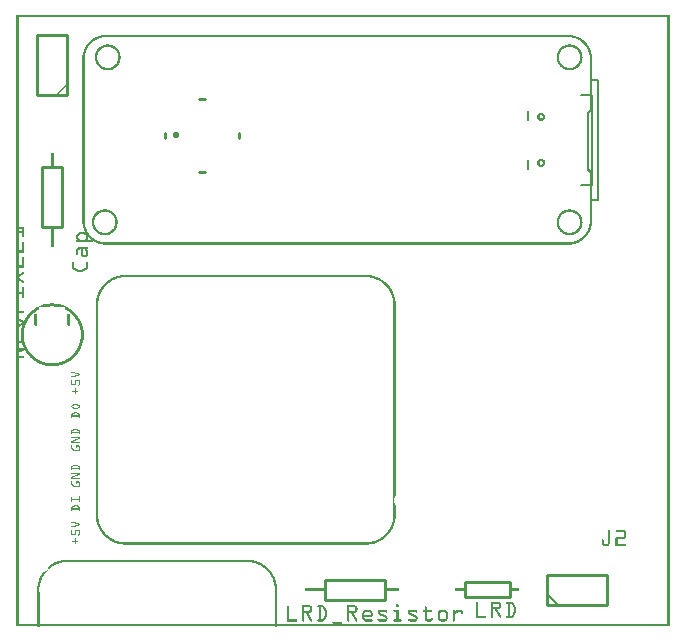
<source format=gto>
G04 MADE WITH FRITZING*
G04 WWW.FRITZING.ORG*
G04 DOUBLE SIDED*
G04 HOLES PLATED*
G04 CONTOUR ON CENTER OF CONTOUR VECTOR*
%ASAXBY*%
%FSLAX23Y23*%
%MOIN*%
%OFA0B0*%
%SFA1.0B1.0*%
%ADD10C,0.021811X0.00181102*%
%ADD11C,0.010000*%
%ADD12C,0.005000*%
%ADD13C,0.008000*%
%ADD14R,0.001000X0.001000*%
%LNSILK1*%
G90*
G70*
G54D10*
X533Y1636D03*
G54D11*
X1770Y71D02*
X1970Y71D01*
D02*
X1970Y71D02*
X1970Y171D01*
D02*
X1970Y171D02*
X1770Y171D01*
D02*
X1770Y171D02*
X1770Y71D01*
G54D12*
D02*
X1805Y71D02*
X1770Y106D01*
G54D11*
D02*
X170Y1771D02*
X170Y1971D01*
D02*
X170Y1971D02*
X70Y1971D01*
D02*
X70Y1971D02*
X70Y1771D01*
D02*
X70Y1771D02*
X170Y1771D01*
D02*
X497Y1628D02*
X497Y1644D01*
D02*
X611Y1758D02*
X628Y1758D01*
D02*
X742Y1644D02*
X742Y1628D01*
D02*
X628Y1513D02*
X611Y1513D01*
G54D12*
D02*
X1706Y1523D02*
X1706Y1554D01*
D02*
X1706Y1688D02*
X1706Y1719D01*
D02*
X1884Y1471D02*
X1919Y1471D01*
D02*
X1919Y1471D02*
X1919Y1771D01*
D02*
X1919Y1771D02*
X1884Y1771D01*
G54D13*
D02*
X1939Y1820D02*
X1920Y1820D01*
D02*
X1939Y1422D02*
X1920Y1422D01*
D02*
X1939Y1820D02*
X1939Y1422D01*
G54D11*
D02*
X1029Y154D02*
X1229Y154D01*
D02*
X1229Y154D02*
X1229Y88D01*
D02*
X1229Y88D02*
X1029Y88D01*
D02*
X1029Y88D02*
X1029Y154D01*
D02*
X1645Y96D02*
X1495Y96D01*
D02*
X1495Y96D02*
X1495Y146D01*
D02*
X1495Y146D02*
X1645Y146D01*
D02*
X1645Y146D02*
X1645Y96D01*
D02*
X87Y1330D02*
X87Y1530D01*
D02*
X87Y1530D02*
X153Y1530D01*
D02*
X153Y1530D02*
X153Y1330D01*
D02*
X153Y1330D02*
X87Y1330D01*
G54D14*
X1Y2038D02*
X2178Y2038D01*
X1Y2037D02*
X2178Y2037D01*
X1Y2036D02*
X2178Y2036D01*
X1Y2035D02*
X2178Y2035D01*
X1Y2034D02*
X2178Y2034D01*
X1Y2033D02*
X2178Y2033D01*
X1Y2032D02*
X2178Y2032D01*
X1Y2031D02*
X2178Y2031D01*
X1Y2030D02*
X8Y2030D01*
X2171Y2030D02*
X2178Y2030D01*
X1Y2029D02*
X8Y2029D01*
X2171Y2029D02*
X2178Y2029D01*
X1Y2028D02*
X8Y2028D01*
X2171Y2028D02*
X2178Y2028D01*
X1Y2027D02*
X8Y2027D01*
X2171Y2027D02*
X2178Y2027D01*
X1Y2026D02*
X8Y2026D01*
X2171Y2026D02*
X2178Y2026D01*
X1Y2025D02*
X8Y2025D01*
X2171Y2025D02*
X2178Y2025D01*
X1Y2024D02*
X8Y2024D01*
X2171Y2024D02*
X2178Y2024D01*
X1Y2023D02*
X8Y2023D01*
X2171Y2023D02*
X2178Y2023D01*
X1Y2022D02*
X8Y2022D01*
X2171Y2022D02*
X2178Y2022D01*
X1Y2021D02*
X8Y2021D01*
X2171Y2021D02*
X2178Y2021D01*
X1Y2020D02*
X8Y2020D01*
X2171Y2020D02*
X2178Y2020D01*
X1Y2019D02*
X8Y2019D01*
X2171Y2019D02*
X2178Y2019D01*
X1Y2018D02*
X8Y2018D01*
X2171Y2018D02*
X2178Y2018D01*
X1Y2017D02*
X8Y2017D01*
X2171Y2017D02*
X2178Y2017D01*
X1Y2016D02*
X8Y2016D01*
X2171Y2016D02*
X2178Y2016D01*
X1Y2015D02*
X8Y2015D01*
X2171Y2015D02*
X2178Y2015D01*
X1Y2014D02*
X8Y2014D01*
X2171Y2014D02*
X2178Y2014D01*
X1Y2013D02*
X8Y2013D01*
X2171Y2013D02*
X2178Y2013D01*
X1Y2012D02*
X8Y2012D01*
X2171Y2012D02*
X2178Y2012D01*
X1Y2011D02*
X8Y2011D01*
X2171Y2011D02*
X2178Y2011D01*
X1Y2010D02*
X8Y2010D01*
X2171Y2010D02*
X2178Y2010D01*
X1Y2009D02*
X8Y2009D01*
X2171Y2009D02*
X2178Y2009D01*
X1Y2008D02*
X8Y2008D01*
X2171Y2008D02*
X2178Y2008D01*
X1Y2007D02*
X8Y2007D01*
X2171Y2007D02*
X2178Y2007D01*
X1Y2006D02*
X8Y2006D01*
X2171Y2006D02*
X2178Y2006D01*
X1Y2005D02*
X8Y2005D01*
X2171Y2005D02*
X2178Y2005D01*
X1Y2004D02*
X8Y2004D01*
X2171Y2004D02*
X2178Y2004D01*
X1Y2003D02*
X8Y2003D01*
X2171Y2003D02*
X2178Y2003D01*
X1Y2002D02*
X8Y2002D01*
X2171Y2002D02*
X2178Y2002D01*
X1Y2001D02*
X8Y2001D01*
X2171Y2001D02*
X2178Y2001D01*
X1Y2000D02*
X8Y2000D01*
X2171Y2000D02*
X2178Y2000D01*
X1Y1999D02*
X8Y1999D01*
X2171Y1999D02*
X2178Y1999D01*
X1Y1998D02*
X8Y1998D01*
X2171Y1998D02*
X2178Y1998D01*
X1Y1997D02*
X8Y1997D01*
X2171Y1997D02*
X2178Y1997D01*
X1Y1996D02*
X8Y1996D01*
X2171Y1996D02*
X2178Y1996D01*
X1Y1995D02*
X8Y1995D01*
X2171Y1995D02*
X2178Y1995D01*
X1Y1994D02*
X8Y1994D01*
X2171Y1994D02*
X2178Y1994D01*
X1Y1993D02*
X8Y1993D01*
X2171Y1993D02*
X2178Y1993D01*
X1Y1992D02*
X8Y1992D01*
X2171Y1992D02*
X2178Y1992D01*
X1Y1991D02*
X8Y1991D01*
X2171Y1991D02*
X2178Y1991D01*
X1Y1990D02*
X8Y1990D01*
X2171Y1990D02*
X2178Y1990D01*
X1Y1989D02*
X8Y1989D01*
X2171Y1989D02*
X2178Y1989D01*
X1Y1988D02*
X8Y1988D01*
X2171Y1988D02*
X2178Y1988D01*
X1Y1987D02*
X8Y1987D01*
X2171Y1987D02*
X2178Y1987D01*
X1Y1986D02*
X8Y1986D01*
X2171Y1986D02*
X2178Y1986D01*
X1Y1985D02*
X8Y1985D01*
X2171Y1985D02*
X2178Y1985D01*
X1Y1984D02*
X8Y1984D01*
X2171Y1984D02*
X2178Y1984D01*
X1Y1983D02*
X8Y1983D01*
X2171Y1983D02*
X2178Y1983D01*
X1Y1982D02*
X8Y1982D01*
X2171Y1982D02*
X2178Y1982D01*
X1Y1981D02*
X8Y1981D01*
X2171Y1981D02*
X2178Y1981D01*
X1Y1980D02*
X8Y1980D01*
X2171Y1980D02*
X2178Y1980D01*
X1Y1979D02*
X8Y1979D01*
X2171Y1979D02*
X2178Y1979D01*
X1Y1978D02*
X8Y1978D01*
X2171Y1978D02*
X2178Y1978D01*
X1Y1977D02*
X8Y1977D01*
X2171Y1977D02*
X2178Y1977D01*
X1Y1976D02*
X8Y1976D01*
X2171Y1976D02*
X2178Y1976D01*
X1Y1975D02*
X8Y1975D01*
X2171Y1975D02*
X2178Y1975D01*
X1Y1974D02*
X8Y1974D01*
X2171Y1974D02*
X2178Y1974D01*
X1Y1973D02*
X8Y1973D01*
X2171Y1973D02*
X2178Y1973D01*
X1Y1972D02*
X8Y1972D01*
X2171Y1972D02*
X2178Y1972D01*
X1Y1971D02*
X8Y1971D01*
X296Y1971D02*
X1844Y1971D01*
X2171Y1971D02*
X2178Y1971D01*
X1Y1970D02*
X8Y1970D01*
X288Y1970D02*
X1853Y1970D01*
X2171Y1970D02*
X2178Y1970D01*
X1Y1969D02*
X8Y1969D01*
X283Y1969D02*
X1857Y1969D01*
X2171Y1969D02*
X2178Y1969D01*
X1Y1968D02*
X8Y1968D01*
X279Y1968D02*
X1861Y1968D01*
X2171Y1968D02*
X2178Y1968D01*
X1Y1967D02*
X8Y1967D01*
X276Y1967D02*
X1864Y1967D01*
X2171Y1967D02*
X2178Y1967D01*
X1Y1966D02*
X8Y1966D01*
X273Y1966D02*
X1867Y1966D01*
X2171Y1966D02*
X2178Y1966D01*
X1Y1965D02*
X8Y1965D01*
X270Y1965D02*
X1870Y1965D01*
X2171Y1965D02*
X2178Y1965D01*
X1Y1964D02*
X8Y1964D01*
X268Y1964D02*
X1872Y1964D01*
X2171Y1964D02*
X2178Y1964D01*
X1Y1963D02*
X8Y1963D01*
X266Y1963D02*
X295Y1963D01*
X1845Y1963D02*
X1874Y1963D01*
X2171Y1963D02*
X2178Y1963D01*
X1Y1962D02*
X8Y1962D01*
X264Y1962D02*
X287Y1962D01*
X1853Y1962D02*
X1876Y1962D01*
X2171Y1962D02*
X2178Y1962D01*
X1Y1961D02*
X8Y1961D01*
X262Y1961D02*
X282Y1961D01*
X1858Y1961D02*
X1878Y1961D01*
X2171Y1961D02*
X2178Y1961D01*
X1Y1960D02*
X8Y1960D01*
X260Y1960D02*
X279Y1960D01*
X1861Y1960D02*
X1880Y1960D01*
X2171Y1960D02*
X2178Y1960D01*
X1Y1959D02*
X8Y1959D01*
X258Y1959D02*
X276Y1959D01*
X1865Y1959D02*
X1882Y1959D01*
X2171Y1959D02*
X2178Y1959D01*
X1Y1958D02*
X8Y1958D01*
X257Y1958D02*
X273Y1958D01*
X1867Y1958D02*
X1883Y1958D01*
X2171Y1958D02*
X2178Y1958D01*
X1Y1957D02*
X8Y1957D01*
X255Y1957D02*
X271Y1957D01*
X1869Y1957D02*
X1885Y1957D01*
X2171Y1957D02*
X2178Y1957D01*
X1Y1956D02*
X8Y1956D01*
X254Y1956D02*
X268Y1956D01*
X1872Y1956D02*
X1886Y1956D01*
X2171Y1956D02*
X2178Y1956D01*
X1Y1955D02*
X8Y1955D01*
X253Y1955D02*
X266Y1955D01*
X1874Y1955D02*
X1887Y1955D01*
X2171Y1955D02*
X2178Y1955D01*
X1Y1954D02*
X8Y1954D01*
X251Y1954D02*
X265Y1954D01*
X1875Y1954D02*
X1889Y1954D01*
X2171Y1954D02*
X2178Y1954D01*
X1Y1953D02*
X8Y1953D01*
X250Y1953D02*
X263Y1953D01*
X1877Y1953D02*
X1890Y1953D01*
X2171Y1953D02*
X2178Y1953D01*
X1Y1952D02*
X8Y1952D01*
X249Y1952D02*
X261Y1952D01*
X1879Y1952D02*
X1891Y1952D01*
X2171Y1952D02*
X2178Y1952D01*
X1Y1951D02*
X8Y1951D01*
X248Y1951D02*
X260Y1951D01*
X1880Y1951D02*
X1892Y1951D01*
X2171Y1951D02*
X2178Y1951D01*
X1Y1950D02*
X8Y1950D01*
X247Y1950D02*
X258Y1950D01*
X1882Y1950D02*
X1893Y1950D01*
X2171Y1950D02*
X2178Y1950D01*
X1Y1949D02*
X8Y1949D01*
X245Y1949D02*
X257Y1949D01*
X1883Y1949D02*
X1895Y1949D01*
X2171Y1949D02*
X2178Y1949D01*
X1Y1948D02*
X8Y1948D01*
X244Y1948D02*
X255Y1948D01*
X1885Y1948D02*
X1896Y1948D01*
X2171Y1948D02*
X2178Y1948D01*
X1Y1947D02*
X8Y1947D01*
X243Y1947D02*
X254Y1947D01*
X1886Y1947D02*
X1897Y1947D01*
X2171Y1947D02*
X2178Y1947D01*
X1Y1946D02*
X8Y1946D01*
X243Y1946D02*
X253Y1946D01*
X1887Y1946D02*
X1898Y1946D01*
X2171Y1946D02*
X2178Y1946D01*
X1Y1945D02*
X8Y1945D01*
X242Y1945D02*
X252Y1945D01*
X1888Y1945D02*
X1898Y1945D01*
X2171Y1945D02*
X2178Y1945D01*
X1Y1944D02*
X8Y1944D01*
X241Y1944D02*
X251Y1944D01*
X1889Y1944D02*
X1899Y1944D01*
X2171Y1944D02*
X2178Y1944D01*
X1Y1943D02*
X8Y1943D01*
X240Y1943D02*
X250Y1943D01*
X1890Y1943D02*
X1900Y1943D01*
X2171Y1943D02*
X2178Y1943D01*
X1Y1942D02*
X8Y1942D01*
X239Y1942D02*
X249Y1942D01*
X1891Y1942D02*
X1901Y1942D01*
X2171Y1942D02*
X2178Y1942D01*
X1Y1941D02*
X8Y1941D01*
X238Y1941D02*
X248Y1941D01*
X1892Y1941D02*
X1902Y1941D01*
X2171Y1941D02*
X2178Y1941D01*
X1Y1940D02*
X8Y1940D01*
X237Y1940D02*
X247Y1940D01*
X1893Y1940D02*
X1903Y1940D01*
X2171Y1940D02*
X2178Y1940D01*
X1Y1939D02*
X8Y1939D01*
X237Y1939D02*
X246Y1939D01*
X300Y1939D02*
X310Y1939D01*
X1840Y1939D02*
X1849Y1939D01*
X1894Y1939D02*
X1903Y1939D01*
X2171Y1939D02*
X2178Y1939D01*
X1Y1938D02*
X8Y1938D01*
X236Y1938D02*
X245Y1938D01*
X295Y1938D02*
X315Y1938D01*
X1835Y1938D02*
X1855Y1938D01*
X1895Y1938D02*
X1904Y1938D01*
X2171Y1938D02*
X2178Y1938D01*
X1Y1937D02*
X8Y1937D01*
X235Y1937D02*
X244Y1937D01*
X292Y1937D02*
X318Y1937D01*
X1831Y1937D02*
X1858Y1937D01*
X1896Y1937D02*
X1905Y1937D01*
X2171Y1937D02*
X2178Y1937D01*
X1Y1936D02*
X8Y1936D01*
X234Y1936D02*
X243Y1936D01*
X289Y1936D02*
X321Y1936D01*
X1829Y1936D02*
X1861Y1936D01*
X1897Y1936D02*
X1906Y1936D01*
X2171Y1936D02*
X2178Y1936D01*
X1Y1935D02*
X8Y1935D01*
X234Y1935D02*
X243Y1935D01*
X287Y1935D02*
X323Y1935D01*
X1827Y1935D02*
X1863Y1935D01*
X1897Y1935D02*
X1906Y1935D01*
X2171Y1935D02*
X2178Y1935D01*
X1Y1934D02*
X8Y1934D01*
X233Y1934D02*
X242Y1934D01*
X285Y1934D02*
X325Y1934D01*
X1825Y1934D02*
X1865Y1934D01*
X1898Y1934D02*
X1907Y1934D01*
X2171Y1934D02*
X2178Y1934D01*
X1Y1933D02*
X8Y1933D01*
X233Y1933D02*
X241Y1933D01*
X283Y1933D02*
X327Y1933D01*
X1823Y1933D02*
X1867Y1933D01*
X1899Y1933D02*
X1907Y1933D01*
X2171Y1933D02*
X2178Y1933D01*
X1Y1932D02*
X8Y1932D01*
X232Y1932D02*
X240Y1932D01*
X282Y1932D02*
X329Y1932D01*
X1821Y1932D02*
X1868Y1932D01*
X1900Y1932D02*
X1908Y1932D01*
X2171Y1932D02*
X2178Y1932D01*
X1Y1931D02*
X8Y1931D01*
X231Y1931D02*
X240Y1931D01*
X280Y1931D02*
X300Y1931D01*
X311Y1931D02*
X330Y1931D01*
X1820Y1931D02*
X1839Y1931D01*
X1850Y1931D02*
X1870Y1931D01*
X1900Y1931D02*
X1909Y1931D01*
X2171Y1931D02*
X2178Y1931D01*
X1Y1930D02*
X8Y1930D01*
X231Y1930D02*
X239Y1930D01*
X279Y1930D02*
X295Y1930D01*
X316Y1930D02*
X331Y1930D01*
X1818Y1930D02*
X1834Y1930D01*
X1855Y1930D02*
X1871Y1930D01*
X1901Y1930D02*
X1909Y1930D01*
X2171Y1930D02*
X2178Y1930D01*
X1Y1929D02*
X8Y1929D01*
X230Y1929D02*
X238Y1929D01*
X278Y1929D02*
X292Y1929D01*
X318Y1929D02*
X333Y1929D01*
X1817Y1929D02*
X1831Y1929D01*
X1858Y1929D02*
X1872Y1929D01*
X1902Y1929D02*
X1910Y1929D01*
X2171Y1929D02*
X2178Y1929D01*
X1Y1928D02*
X8Y1928D01*
X230Y1928D02*
X238Y1928D01*
X277Y1928D02*
X290Y1928D01*
X321Y1928D02*
X334Y1928D01*
X1816Y1928D02*
X1829Y1928D01*
X1860Y1928D02*
X1873Y1928D01*
X1902Y1928D02*
X1910Y1928D01*
X2171Y1928D02*
X2178Y1928D01*
X1Y1927D02*
X8Y1927D01*
X229Y1927D02*
X237Y1927D01*
X275Y1927D02*
X288Y1927D01*
X323Y1927D02*
X335Y1927D01*
X1815Y1927D02*
X1827Y1927D01*
X1862Y1927D02*
X1875Y1927D01*
X1903Y1927D02*
X1911Y1927D01*
X2171Y1927D02*
X2178Y1927D01*
X1Y1926D02*
X8Y1926D01*
X229Y1926D02*
X237Y1926D01*
X274Y1926D02*
X286Y1926D01*
X324Y1926D02*
X336Y1926D01*
X1814Y1926D02*
X1826Y1926D01*
X1864Y1926D02*
X1876Y1926D01*
X1903Y1926D02*
X1911Y1926D01*
X2171Y1926D02*
X2178Y1926D01*
X1Y1925D02*
X8Y1925D01*
X228Y1925D02*
X236Y1925D01*
X274Y1925D02*
X284Y1925D01*
X326Y1925D02*
X337Y1925D01*
X1813Y1925D02*
X1824Y1925D01*
X1866Y1925D02*
X1876Y1925D01*
X1904Y1925D02*
X1912Y1925D01*
X2171Y1925D02*
X2178Y1925D01*
X1Y1924D02*
X8Y1924D01*
X228Y1924D02*
X235Y1924D01*
X273Y1924D02*
X283Y1924D01*
X327Y1924D02*
X338Y1924D01*
X1812Y1924D02*
X1823Y1924D01*
X1867Y1924D02*
X1877Y1924D01*
X1905Y1924D02*
X1912Y1924D01*
X2171Y1924D02*
X2178Y1924D01*
X1Y1923D02*
X8Y1923D01*
X227Y1923D02*
X235Y1923D01*
X272Y1923D02*
X282Y1923D01*
X328Y1923D02*
X338Y1923D01*
X1811Y1923D02*
X1821Y1923D01*
X1868Y1923D02*
X1878Y1923D01*
X1905Y1923D02*
X1913Y1923D01*
X2171Y1923D02*
X2178Y1923D01*
X1Y1922D02*
X8Y1922D01*
X227Y1922D02*
X235Y1922D01*
X271Y1922D02*
X281Y1922D01*
X330Y1922D02*
X339Y1922D01*
X1811Y1922D02*
X1820Y1922D01*
X1869Y1922D02*
X1879Y1922D01*
X1905Y1922D02*
X1913Y1922D01*
X2171Y1922D02*
X2178Y1922D01*
X1Y1921D02*
X8Y1921D01*
X227Y1921D02*
X234Y1921D01*
X270Y1921D02*
X280Y1921D01*
X331Y1921D02*
X340Y1921D01*
X1810Y1921D02*
X1819Y1921D01*
X1870Y1921D02*
X1880Y1921D01*
X1906Y1921D02*
X1914Y1921D01*
X2171Y1921D02*
X2178Y1921D01*
X1Y1920D02*
X8Y1920D01*
X226Y1920D02*
X234Y1920D01*
X270Y1920D02*
X279Y1920D01*
X332Y1920D02*
X341Y1920D01*
X1809Y1920D02*
X1818Y1920D01*
X1871Y1920D02*
X1880Y1920D01*
X1906Y1920D02*
X1914Y1920D01*
X2171Y1920D02*
X2178Y1920D01*
X1Y1919D02*
X8Y1919D01*
X226Y1919D02*
X233Y1919D01*
X269Y1919D02*
X278Y1919D01*
X332Y1919D02*
X341Y1919D01*
X1809Y1919D02*
X1817Y1919D01*
X1872Y1919D02*
X1881Y1919D01*
X1907Y1919D02*
X1914Y1919D01*
X2171Y1919D02*
X2178Y1919D01*
X1Y1918D02*
X8Y1918D01*
X225Y1918D02*
X233Y1918D01*
X268Y1918D02*
X277Y1918D01*
X333Y1918D02*
X342Y1918D01*
X1808Y1918D02*
X1817Y1918D01*
X1873Y1918D02*
X1881Y1918D01*
X1907Y1918D02*
X1915Y1918D01*
X2171Y1918D02*
X2178Y1918D01*
X1Y1917D02*
X8Y1917D01*
X225Y1917D02*
X232Y1917D01*
X268Y1917D02*
X276Y1917D01*
X334Y1917D02*
X342Y1917D01*
X1807Y1917D02*
X1816Y1917D01*
X1874Y1917D02*
X1882Y1917D01*
X1908Y1917D02*
X1915Y1917D01*
X2171Y1917D02*
X2178Y1917D01*
X1Y1916D02*
X8Y1916D01*
X225Y1916D02*
X232Y1916D01*
X267Y1916D02*
X276Y1916D01*
X335Y1916D02*
X343Y1916D01*
X1807Y1916D02*
X1815Y1916D01*
X1874Y1916D02*
X1883Y1916D01*
X1908Y1916D02*
X1915Y1916D01*
X2171Y1916D02*
X2178Y1916D01*
X1Y1915D02*
X8Y1915D01*
X224Y1915D02*
X232Y1915D01*
X267Y1915D02*
X275Y1915D01*
X335Y1915D02*
X343Y1915D01*
X1806Y1915D02*
X1814Y1915D01*
X1875Y1915D02*
X1883Y1915D01*
X1908Y1915D02*
X1916Y1915D01*
X2171Y1915D02*
X2178Y1915D01*
X1Y1914D02*
X8Y1914D01*
X224Y1914D02*
X231Y1914D01*
X266Y1914D02*
X274Y1914D01*
X336Y1914D02*
X344Y1914D01*
X1806Y1914D02*
X1814Y1914D01*
X1876Y1914D02*
X1884Y1914D01*
X1909Y1914D02*
X1916Y1914D01*
X2171Y1914D02*
X2178Y1914D01*
X1Y1913D02*
X8Y1913D01*
X224Y1913D02*
X231Y1913D01*
X266Y1913D02*
X274Y1913D01*
X337Y1913D02*
X344Y1913D01*
X1806Y1913D02*
X1813Y1913D01*
X1876Y1913D02*
X1884Y1913D01*
X1909Y1913D02*
X1916Y1913D01*
X2171Y1913D02*
X2178Y1913D01*
X1Y1912D02*
X8Y1912D01*
X223Y1912D02*
X231Y1912D01*
X266Y1912D02*
X273Y1912D01*
X337Y1912D02*
X345Y1912D01*
X1805Y1912D02*
X1813Y1912D01*
X1877Y1912D02*
X1884Y1912D01*
X1909Y1912D02*
X1917Y1912D01*
X2171Y1912D02*
X2178Y1912D01*
X1Y1911D02*
X8Y1911D01*
X223Y1911D02*
X230Y1911D01*
X265Y1911D02*
X273Y1911D01*
X338Y1911D02*
X345Y1911D01*
X1805Y1911D02*
X1812Y1911D01*
X1877Y1911D02*
X1885Y1911D01*
X1910Y1911D02*
X1917Y1911D01*
X2171Y1911D02*
X2178Y1911D01*
X1Y1910D02*
X8Y1910D01*
X223Y1910D02*
X230Y1910D01*
X265Y1910D02*
X272Y1910D01*
X338Y1910D02*
X346Y1910D01*
X1804Y1910D02*
X1812Y1910D01*
X1878Y1910D02*
X1885Y1910D01*
X1910Y1910D02*
X1917Y1910D01*
X2171Y1910D02*
X2178Y1910D01*
X1Y1909D02*
X8Y1909D01*
X223Y1909D02*
X230Y1909D01*
X264Y1909D02*
X272Y1909D01*
X339Y1909D02*
X346Y1909D01*
X1804Y1909D02*
X1811Y1909D01*
X1878Y1909D02*
X1886Y1909D01*
X1910Y1909D02*
X1917Y1909D01*
X2171Y1909D02*
X2178Y1909D01*
X1Y1908D02*
X8Y1908D01*
X223Y1908D02*
X230Y1908D01*
X264Y1908D02*
X271Y1908D01*
X339Y1908D02*
X346Y1908D01*
X1804Y1908D02*
X1811Y1908D01*
X1879Y1908D02*
X1886Y1908D01*
X1910Y1908D02*
X1917Y1908D01*
X2171Y1908D02*
X2178Y1908D01*
X1Y1907D02*
X8Y1907D01*
X222Y1907D02*
X229Y1907D01*
X264Y1907D02*
X271Y1907D01*
X339Y1907D02*
X346Y1907D01*
X1803Y1907D02*
X1811Y1907D01*
X1879Y1907D02*
X1886Y1907D01*
X1911Y1907D02*
X1918Y1907D01*
X2171Y1907D02*
X2178Y1907D01*
X1Y1906D02*
X8Y1906D01*
X222Y1906D02*
X229Y1906D01*
X264Y1906D02*
X271Y1906D01*
X340Y1906D02*
X347Y1906D01*
X1803Y1906D02*
X1810Y1906D01*
X1879Y1906D02*
X1886Y1906D01*
X1911Y1906D02*
X1918Y1906D01*
X2171Y1906D02*
X2178Y1906D01*
X1Y1905D02*
X8Y1905D01*
X222Y1905D02*
X229Y1905D01*
X263Y1905D02*
X270Y1905D01*
X340Y1905D02*
X347Y1905D01*
X1803Y1905D02*
X1810Y1905D01*
X1879Y1905D02*
X1887Y1905D01*
X1911Y1905D02*
X1918Y1905D01*
X2171Y1905D02*
X2178Y1905D01*
X1Y1904D02*
X8Y1904D01*
X222Y1904D02*
X229Y1904D01*
X263Y1904D02*
X270Y1904D01*
X340Y1904D02*
X347Y1904D01*
X1803Y1904D02*
X1810Y1904D01*
X1880Y1904D02*
X1887Y1904D01*
X1911Y1904D02*
X1918Y1904D01*
X2171Y1904D02*
X2178Y1904D01*
X1Y1903D02*
X8Y1903D01*
X222Y1903D02*
X229Y1903D01*
X263Y1903D02*
X270Y1903D01*
X340Y1903D02*
X347Y1903D01*
X1803Y1903D02*
X1810Y1903D01*
X1880Y1903D02*
X1887Y1903D01*
X1911Y1903D02*
X1918Y1903D01*
X2171Y1903D02*
X2178Y1903D01*
X1Y1902D02*
X8Y1902D01*
X221Y1902D02*
X228Y1902D01*
X263Y1902D02*
X270Y1902D01*
X340Y1902D02*
X347Y1902D01*
X1802Y1902D02*
X1809Y1902D01*
X1880Y1902D02*
X1887Y1902D01*
X1912Y1902D02*
X1919Y1902D01*
X2171Y1902D02*
X2178Y1902D01*
X1Y1901D02*
X8Y1901D01*
X221Y1901D02*
X228Y1901D01*
X263Y1901D02*
X270Y1901D01*
X341Y1901D02*
X348Y1901D01*
X1802Y1901D02*
X1809Y1901D01*
X1880Y1901D02*
X1887Y1901D01*
X1912Y1901D02*
X1919Y1901D01*
X2171Y1901D02*
X2178Y1901D01*
X1Y1900D02*
X8Y1900D01*
X221Y1900D02*
X228Y1900D01*
X263Y1900D02*
X270Y1900D01*
X341Y1900D02*
X348Y1900D01*
X1802Y1900D02*
X1809Y1900D01*
X1880Y1900D02*
X1887Y1900D01*
X1912Y1900D02*
X1919Y1900D01*
X2171Y1900D02*
X2178Y1900D01*
X1Y1899D02*
X8Y1899D01*
X221Y1899D02*
X228Y1899D01*
X263Y1899D02*
X269Y1899D01*
X341Y1899D02*
X348Y1899D01*
X1802Y1899D02*
X1809Y1899D01*
X1880Y1899D02*
X1887Y1899D01*
X1912Y1899D02*
X1919Y1899D01*
X2171Y1899D02*
X2178Y1899D01*
X1Y1898D02*
X8Y1898D01*
X221Y1898D02*
X228Y1898D01*
X262Y1898D02*
X269Y1898D01*
X341Y1898D02*
X348Y1898D01*
X1802Y1898D02*
X1809Y1898D01*
X1880Y1898D02*
X1887Y1898D01*
X1912Y1898D02*
X1919Y1898D01*
X2171Y1898D02*
X2178Y1898D01*
X1Y1897D02*
X8Y1897D01*
X221Y1897D02*
X228Y1897D01*
X262Y1897D02*
X269Y1897D01*
X341Y1897D02*
X348Y1897D01*
X1802Y1897D02*
X1809Y1897D01*
X1881Y1897D02*
X1888Y1897D01*
X1912Y1897D02*
X1919Y1897D01*
X2171Y1897D02*
X2178Y1897D01*
X1Y1896D02*
X8Y1896D01*
X221Y1896D02*
X228Y1896D01*
X262Y1896D02*
X269Y1896D01*
X341Y1896D02*
X348Y1896D01*
X1802Y1896D02*
X1809Y1896D01*
X1881Y1896D02*
X1888Y1896D01*
X1912Y1896D02*
X1919Y1896D01*
X2171Y1896D02*
X2178Y1896D01*
X1Y1895D02*
X8Y1895D01*
X221Y1895D02*
X228Y1895D01*
X262Y1895D02*
X269Y1895D01*
X341Y1895D02*
X348Y1895D01*
X1802Y1895D02*
X1809Y1895D01*
X1881Y1895D02*
X1888Y1895D01*
X1912Y1895D02*
X1919Y1895D01*
X2171Y1895D02*
X2178Y1895D01*
X1Y1894D02*
X8Y1894D01*
X221Y1894D02*
X228Y1894D01*
X262Y1894D02*
X269Y1894D01*
X341Y1894D02*
X348Y1894D01*
X1802Y1894D02*
X1809Y1894D01*
X1880Y1894D02*
X1887Y1894D01*
X1912Y1894D02*
X1919Y1894D01*
X2171Y1894D02*
X2178Y1894D01*
X1Y1893D02*
X8Y1893D01*
X221Y1893D02*
X228Y1893D01*
X263Y1893D02*
X270Y1893D01*
X341Y1893D02*
X348Y1893D01*
X1802Y1893D02*
X1809Y1893D01*
X1880Y1893D02*
X1887Y1893D01*
X1912Y1893D02*
X1919Y1893D01*
X2171Y1893D02*
X2178Y1893D01*
X1Y1892D02*
X8Y1892D01*
X221Y1892D02*
X228Y1892D01*
X263Y1892D02*
X270Y1892D01*
X341Y1892D02*
X348Y1892D01*
X1802Y1892D02*
X1809Y1892D01*
X1880Y1892D02*
X1887Y1892D01*
X1912Y1892D02*
X1919Y1892D01*
X2171Y1892D02*
X2178Y1892D01*
X1Y1891D02*
X8Y1891D01*
X221Y1891D02*
X228Y1891D01*
X263Y1891D02*
X270Y1891D01*
X341Y1891D02*
X348Y1891D01*
X1802Y1891D02*
X1809Y1891D01*
X1880Y1891D02*
X1887Y1891D01*
X1912Y1891D02*
X1919Y1891D01*
X2171Y1891D02*
X2178Y1891D01*
X1Y1890D02*
X8Y1890D01*
X221Y1890D02*
X228Y1890D01*
X263Y1890D02*
X270Y1890D01*
X340Y1890D02*
X347Y1890D01*
X1802Y1890D02*
X1810Y1890D01*
X1880Y1890D02*
X1887Y1890D01*
X1912Y1890D02*
X1919Y1890D01*
X2171Y1890D02*
X2178Y1890D01*
X1Y1889D02*
X8Y1889D01*
X221Y1889D02*
X228Y1889D01*
X263Y1889D02*
X270Y1889D01*
X340Y1889D02*
X347Y1889D01*
X1803Y1889D02*
X1810Y1889D01*
X1880Y1889D02*
X1887Y1889D01*
X1912Y1889D02*
X1919Y1889D01*
X2171Y1889D02*
X2178Y1889D01*
X1Y1888D02*
X8Y1888D01*
X221Y1888D02*
X228Y1888D01*
X263Y1888D02*
X270Y1888D01*
X340Y1888D02*
X347Y1888D01*
X1803Y1888D02*
X1810Y1888D01*
X1880Y1888D02*
X1887Y1888D01*
X1912Y1888D02*
X1919Y1888D01*
X2171Y1888D02*
X2178Y1888D01*
X1Y1887D02*
X8Y1887D01*
X221Y1887D02*
X228Y1887D01*
X263Y1887D02*
X271Y1887D01*
X340Y1887D02*
X347Y1887D01*
X1803Y1887D02*
X1810Y1887D01*
X1879Y1887D02*
X1887Y1887D01*
X1912Y1887D02*
X1919Y1887D01*
X2171Y1887D02*
X2178Y1887D01*
X1Y1886D02*
X8Y1886D01*
X221Y1886D02*
X228Y1886D01*
X264Y1886D02*
X271Y1886D01*
X340Y1886D02*
X347Y1886D01*
X1803Y1886D02*
X1810Y1886D01*
X1879Y1886D02*
X1886Y1886D01*
X1912Y1886D02*
X1919Y1886D01*
X2171Y1886D02*
X2178Y1886D01*
X1Y1885D02*
X8Y1885D01*
X221Y1885D02*
X228Y1885D01*
X264Y1885D02*
X271Y1885D01*
X339Y1885D02*
X346Y1885D01*
X1804Y1885D02*
X1811Y1885D01*
X1879Y1885D02*
X1886Y1885D01*
X1912Y1885D02*
X1919Y1885D01*
X2171Y1885D02*
X2178Y1885D01*
X1Y1884D02*
X8Y1884D01*
X221Y1884D02*
X228Y1884D01*
X264Y1884D02*
X271Y1884D01*
X339Y1884D02*
X346Y1884D01*
X1804Y1884D02*
X1811Y1884D01*
X1879Y1884D02*
X1886Y1884D01*
X1912Y1884D02*
X1919Y1884D01*
X2171Y1884D02*
X2178Y1884D01*
X1Y1883D02*
X8Y1883D01*
X221Y1883D02*
X228Y1883D01*
X264Y1883D02*
X272Y1883D01*
X339Y1883D02*
X346Y1883D01*
X1804Y1883D02*
X1811Y1883D01*
X1878Y1883D02*
X1885Y1883D01*
X1912Y1883D02*
X1919Y1883D01*
X2171Y1883D02*
X2178Y1883D01*
X1Y1882D02*
X8Y1882D01*
X221Y1882D02*
X228Y1882D01*
X265Y1882D02*
X272Y1882D01*
X338Y1882D02*
X346Y1882D01*
X1804Y1882D02*
X1812Y1882D01*
X1878Y1882D02*
X1885Y1882D01*
X1912Y1882D02*
X1919Y1882D01*
X2171Y1882D02*
X2178Y1882D01*
X1Y1881D02*
X8Y1881D01*
X221Y1881D02*
X228Y1881D01*
X265Y1881D02*
X273Y1881D01*
X338Y1881D02*
X345Y1881D01*
X1805Y1881D02*
X1812Y1881D01*
X1877Y1881D02*
X1885Y1881D01*
X1912Y1881D02*
X1919Y1881D01*
X2171Y1881D02*
X2178Y1881D01*
X1Y1880D02*
X8Y1880D01*
X221Y1880D02*
X228Y1880D01*
X266Y1880D02*
X273Y1880D01*
X337Y1880D02*
X345Y1880D01*
X1805Y1880D02*
X1813Y1880D01*
X1877Y1880D02*
X1884Y1880D01*
X1912Y1880D02*
X1919Y1880D01*
X2171Y1880D02*
X2178Y1880D01*
X1Y1879D02*
X8Y1879D01*
X221Y1879D02*
X228Y1879D01*
X266Y1879D02*
X274Y1879D01*
X337Y1879D02*
X344Y1879D01*
X1806Y1879D02*
X1813Y1879D01*
X1876Y1879D02*
X1884Y1879D01*
X1912Y1879D02*
X1919Y1879D01*
X2171Y1879D02*
X2178Y1879D01*
X1Y1878D02*
X8Y1878D01*
X221Y1878D02*
X228Y1878D01*
X266Y1878D02*
X274Y1878D01*
X336Y1878D02*
X344Y1878D01*
X1806Y1878D02*
X1814Y1878D01*
X1876Y1878D02*
X1884Y1878D01*
X1912Y1878D02*
X1919Y1878D01*
X2171Y1878D02*
X2178Y1878D01*
X1Y1877D02*
X8Y1877D01*
X221Y1877D02*
X228Y1877D01*
X267Y1877D02*
X275Y1877D01*
X335Y1877D02*
X343Y1877D01*
X1807Y1877D02*
X1815Y1877D01*
X1875Y1877D02*
X1883Y1877D01*
X1912Y1877D02*
X1919Y1877D01*
X2171Y1877D02*
X2178Y1877D01*
X1Y1876D02*
X8Y1876D01*
X221Y1876D02*
X228Y1876D01*
X267Y1876D02*
X276Y1876D01*
X335Y1876D02*
X343Y1876D01*
X1807Y1876D02*
X1815Y1876D01*
X1874Y1876D02*
X1883Y1876D01*
X1912Y1876D02*
X1919Y1876D01*
X2171Y1876D02*
X2178Y1876D01*
X1Y1875D02*
X8Y1875D01*
X221Y1875D02*
X228Y1875D01*
X268Y1875D02*
X276Y1875D01*
X334Y1875D02*
X342Y1875D01*
X1808Y1875D02*
X1816Y1875D01*
X1874Y1875D02*
X1882Y1875D01*
X1912Y1875D02*
X1919Y1875D01*
X2171Y1875D02*
X2178Y1875D01*
X1Y1874D02*
X8Y1874D01*
X221Y1874D02*
X228Y1874D01*
X269Y1874D02*
X277Y1874D01*
X333Y1874D02*
X342Y1874D01*
X1808Y1874D02*
X1817Y1874D01*
X1873Y1874D02*
X1881Y1874D01*
X1912Y1874D02*
X1919Y1874D01*
X2171Y1874D02*
X2178Y1874D01*
X1Y1873D02*
X8Y1873D01*
X221Y1873D02*
X228Y1873D01*
X269Y1873D02*
X278Y1873D01*
X332Y1873D02*
X341Y1873D01*
X1809Y1873D02*
X1818Y1873D01*
X1872Y1873D02*
X1881Y1873D01*
X1912Y1873D02*
X1919Y1873D01*
X2171Y1873D02*
X2178Y1873D01*
X1Y1872D02*
X8Y1872D01*
X221Y1872D02*
X228Y1872D01*
X270Y1872D02*
X279Y1872D01*
X331Y1872D02*
X341Y1872D01*
X1809Y1872D02*
X1818Y1872D01*
X1871Y1872D02*
X1880Y1872D01*
X1912Y1872D02*
X1919Y1872D01*
X2171Y1872D02*
X2178Y1872D01*
X1Y1871D02*
X8Y1871D01*
X221Y1871D02*
X228Y1871D01*
X270Y1871D02*
X280Y1871D01*
X331Y1871D02*
X340Y1871D01*
X1810Y1871D02*
X1819Y1871D01*
X1870Y1871D02*
X1880Y1871D01*
X1912Y1871D02*
X1919Y1871D01*
X2171Y1871D02*
X2178Y1871D01*
X1Y1870D02*
X8Y1870D01*
X221Y1870D02*
X228Y1870D01*
X271Y1870D02*
X281Y1870D01*
X329Y1870D02*
X339Y1870D01*
X1811Y1870D02*
X1821Y1870D01*
X1869Y1870D02*
X1879Y1870D01*
X1912Y1870D02*
X1919Y1870D01*
X2171Y1870D02*
X2178Y1870D01*
X1Y1869D02*
X8Y1869D01*
X221Y1869D02*
X228Y1869D01*
X272Y1869D02*
X282Y1869D01*
X328Y1869D02*
X338Y1869D01*
X1812Y1869D02*
X1822Y1869D01*
X1868Y1869D02*
X1878Y1869D01*
X1912Y1869D02*
X1919Y1869D01*
X2171Y1869D02*
X2178Y1869D01*
X1Y1868D02*
X8Y1868D01*
X221Y1868D02*
X228Y1868D01*
X273Y1868D02*
X283Y1868D01*
X327Y1868D02*
X338Y1868D01*
X1812Y1868D02*
X1823Y1868D01*
X1867Y1868D02*
X1877Y1868D01*
X1912Y1868D02*
X1919Y1868D01*
X2171Y1868D02*
X2178Y1868D01*
X1Y1867D02*
X8Y1867D01*
X221Y1867D02*
X228Y1867D01*
X274Y1867D02*
X285Y1867D01*
X326Y1867D02*
X337Y1867D01*
X1813Y1867D02*
X1824Y1867D01*
X1865Y1867D02*
X1876Y1867D01*
X1912Y1867D02*
X1919Y1867D01*
X2171Y1867D02*
X2178Y1867D01*
X1Y1866D02*
X8Y1866D01*
X221Y1866D02*
X228Y1866D01*
X275Y1866D02*
X286Y1866D01*
X324Y1866D02*
X336Y1866D01*
X1814Y1866D02*
X1826Y1866D01*
X1864Y1866D02*
X1875Y1866D01*
X1912Y1866D02*
X1919Y1866D01*
X2171Y1866D02*
X2178Y1866D01*
X1Y1865D02*
X8Y1865D01*
X221Y1865D02*
X228Y1865D01*
X276Y1865D02*
X288Y1865D01*
X323Y1865D02*
X335Y1865D01*
X1815Y1865D02*
X1827Y1865D01*
X1862Y1865D02*
X1874Y1865D01*
X1912Y1865D02*
X1919Y1865D01*
X2171Y1865D02*
X2178Y1865D01*
X1Y1864D02*
X8Y1864D01*
X221Y1864D02*
X228Y1864D01*
X277Y1864D02*
X290Y1864D01*
X321Y1864D02*
X334Y1864D01*
X1816Y1864D02*
X1829Y1864D01*
X1860Y1864D02*
X1873Y1864D01*
X1912Y1864D02*
X1919Y1864D01*
X2171Y1864D02*
X2178Y1864D01*
X1Y1863D02*
X8Y1863D01*
X221Y1863D02*
X228Y1863D01*
X278Y1863D02*
X292Y1863D01*
X318Y1863D02*
X333Y1863D01*
X1817Y1863D02*
X1832Y1863D01*
X1858Y1863D02*
X1872Y1863D01*
X1912Y1863D02*
X1919Y1863D01*
X2171Y1863D02*
X2178Y1863D01*
X1Y1862D02*
X8Y1862D01*
X221Y1862D02*
X228Y1862D01*
X279Y1862D02*
X295Y1862D01*
X315Y1862D02*
X331Y1862D01*
X1819Y1862D02*
X1835Y1862D01*
X1855Y1862D02*
X1871Y1862D01*
X1912Y1862D02*
X1919Y1862D01*
X2171Y1862D02*
X2178Y1862D01*
X1Y1861D02*
X8Y1861D01*
X221Y1861D02*
X228Y1861D01*
X280Y1861D02*
X301Y1861D01*
X310Y1861D02*
X330Y1861D01*
X1820Y1861D02*
X1840Y1861D01*
X1849Y1861D02*
X1870Y1861D01*
X1912Y1861D02*
X1919Y1861D01*
X2171Y1861D02*
X2178Y1861D01*
X1Y1860D02*
X8Y1860D01*
X221Y1860D02*
X228Y1860D01*
X282Y1860D02*
X329Y1860D01*
X1821Y1860D02*
X1868Y1860D01*
X1912Y1860D02*
X1919Y1860D01*
X2171Y1860D02*
X2178Y1860D01*
X1Y1859D02*
X8Y1859D01*
X221Y1859D02*
X228Y1859D01*
X283Y1859D02*
X327Y1859D01*
X1823Y1859D02*
X1866Y1859D01*
X1912Y1859D02*
X1919Y1859D01*
X2171Y1859D02*
X2178Y1859D01*
X1Y1858D02*
X8Y1858D01*
X221Y1858D02*
X228Y1858D01*
X285Y1858D02*
X325Y1858D01*
X1825Y1858D02*
X1865Y1858D01*
X1912Y1858D02*
X1919Y1858D01*
X2171Y1858D02*
X2178Y1858D01*
X1Y1857D02*
X8Y1857D01*
X221Y1857D02*
X228Y1857D01*
X287Y1857D02*
X323Y1857D01*
X1827Y1857D02*
X1863Y1857D01*
X1912Y1857D02*
X1919Y1857D01*
X2171Y1857D02*
X2178Y1857D01*
X1Y1856D02*
X8Y1856D01*
X221Y1856D02*
X228Y1856D01*
X289Y1856D02*
X321Y1856D01*
X1829Y1856D02*
X1860Y1856D01*
X1912Y1856D02*
X1919Y1856D01*
X2171Y1856D02*
X2178Y1856D01*
X1Y1855D02*
X8Y1855D01*
X221Y1855D02*
X228Y1855D01*
X292Y1855D02*
X318Y1855D01*
X1832Y1855D02*
X1858Y1855D01*
X1912Y1855D02*
X1919Y1855D01*
X2171Y1855D02*
X2178Y1855D01*
X1Y1854D02*
X8Y1854D01*
X221Y1854D02*
X228Y1854D01*
X296Y1854D02*
X315Y1854D01*
X1835Y1854D02*
X1854Y1854D01*
X1912Y1854D02*
X1919Y1854D01*
X2171Y1854D02*
X2178Y1854D01*
X1Y1853D02*
X8Y1853D01*
X221Y1853D02*
X228Y1853D01*
X301Y1853D02*
X309Y1853D01*
X1841Y1853D02*
X1849Y1853D01*
X1912Y1853D02*
X1919Y1853D01*
X2171Y1853D02*
X2178Y1853D01*
X1Y1852D02*
X8Y1852D01*
X221Y1852D02*
X228Y1852D01*
X1912Y1852D02*
X1919Y1852D01*
X2171Y1852D02*
X2178Y1852D01*
X1Y1851D02*
X8Y1851D01*
X221Y1851D02*
X228Y1851D01*
X1912Y1851D02*
X1919Y1851D01*
X2171Y1851D02*
X2178Y1851D01*
X1Y1850D02*
X8Y1850D01*
X221Y1850D02*
X228Y1850D01*
X1912Y1850D02*
X1919Y1850D01*
X2171Y1850D02*
X2178Y1850D01*
X1Y1849D02*
X8Y1849D01*
X221Y1849D02*
X228Y1849D01*
X1912Y1849D02*
X1919Y1849D01*
X2171Y1849D02*
X2178Y1849D01*
X1Y1848D02*
X8Y1848D01*
X221Y1848D02*
X228Y1848D01*
X1912Y1848D02*
X1919Y1848D01*
X2171Y1848D02*
X2178Y1848D01*
X1Y1847D02*
X8Y1847D01*
X221Y1847D02*
X228Y1847D01*
X1912Y1847D02*
X1919Y1847D01*
X2171Y1847D02*
X2178Y1847D01*
X1Y1846D02*
X8Y1846D01*
X221Y1846D02*
X228Y1846D01*
X1912Y1846D02*
X1919Y1846D01*
X2171Y1846D02*
X2178Y1846D01*
X1Y1845D02*
X8Y1845D01*
X221Y1845D02*
X228Y1845D01*
X1912Y1845D02*
X1919Y1845D01*
X2171Y1845D02*
X2178Y1845D01*
X1Y1844D02*
X8Y1844D01*
X221Y1844D02*
X228Y1844D01*
X1912Y1844D02*
X1919Y1844D01*
X2171Y1844D02*
X2178Y1844D01*
X1Y1843D02*
X8Y1843D01*
X221Y1843D02*
X228Y1843D01*
X1912Y1843D02*
X1919Y1843D01*
X2171Y1843D02*
X2178Y1843D01*
X1Y1842D02*
X8Y1842D01*
X221Y1842D02*
X228Y1842D01*
X1912Y1842D02*
X1919Y1842D01*
X2171Y1842D02*
X2178Y1842D01*
X1Y1841D02*
X8Y1841D01*
X221Y1841D02*
X228Y1841D01*
X1912Y1841D02*
X1919Y1841D01*
X2171Y1841D02*
X2178Y1841D01*
X1Y1840D02*
X8Y1840D01*
X221Y1840D02*
X228Y1840D01*
X1912Y1840D02*
X1919Y1840D01*
X2171Y1840D02*
X2178Y1840D01*
X1Y1839D02*
X8Y1839D01*
X221Y1839D02*
X228Y1839D01*
X1912Y1839D02*
X1919Y1839D01*
X2171Y1839D02*
X2178Y1839D01*
X1Y1838D02*
X8Y1838D01*
X221Y1838D02*
X228Y1838D01*
X1912Y1838D02*
X1919Y1838D01*
X2171Y1838D02*
X2178Y1838D01*
X1Y1837D02*
X8Y1837D01*
X221Y1837D02*
X228Y1837D01*
X1912Y1837D02*
X1919Y1837D01*
X2171Y1837D02*
X2178Y1837D01*
X1Y1836D02*
X8Y1836D01*
X221Y1836D02*
X228Y1836D01*
X1912Y1836D02*
X1919Y1836D01*
X2171Y1836D02*
X2178Y1836D01*
X1Y1835D02*
X8Y1835D01*
X221Y1835D02*
X228Y1835D01*
X1912Y1835D02*
X1919Y1835D01*
X2171Y1835D02*
X2178Y1835D01*
X1Y1834D02*
X8Y1834D01*
X221Y1834D02*
X228Y1834D01*
X1912Y1834D02*
X1919Y1834D01*
X2171Y1834D02*
X2178Y1834D01*
X1Y1833D02*
X8Y1833D01*
X221Y1833D02*
X228Y1833D01*
X1912Y1833D02*
X1919Y1833D01*
X2171Y1833D02*
X2178Y1833D01*
X1Y1832D02*
X8Y1832D01*
X221Y1832D02*
X228Y1832D01*
X1912Y1832D02*
X1919Y1832D01*
X2171Y1832D02*
X2178Y1832D01*
X1Y1831D02*
X8Y1831D01*
X221Y1831D02*
X228Y1831D01*
X1912Y1831D02*
X1919Y1831D01*
X2171Y1831D02*
X2178Y1831D01*
X1Y1830D02*
X8Y1830D01*
X221Y1830D02*
X228Y1830D01*
X1912Y1830D02*
X1919Y1830D01*
X2171Y1830D02*
X2178Y1830D01*
X1Y1829D02*
X8Y1829D01*
X221Y1829D02*
X228Y1829D01*
X1912Y1829D02*
X1919Y1829D01*
X2171Y1829D02*
X2178Y1829D01*
X1Y1828D02*
X8Y1828D01*
X221Y1828D02*
X228Y1828D01*
X1912Y1828D02*
X1919Y1828D01*
X2171Y1828D02*
X2178Y1828D01*
X1Y1827D02*
X8Y1827D01*
X221Y1827D02*
X228Y1827D01*
X1912Y1827D02*
X1919Y1827D01*
X2171Y1827D02*
X2178Y1827D01*
X1Y1826D02*
X8Y1826D01*
X221Y1826D02*
X228Y1826D01*
X1912Y1826D02*
X1919Y1826D01*
X2171Y1826D02*
X2178Y1826D01*
X1Y1825D02*
X8Y1825D01*
X221Y1825D02*
X228Y1825D01*
X1912Y1825D02*
X1919Y1825D01*
X2171Y1825D02*
X2178Y1825D01*
X1Y1824D02*
X8Y1824D01*
X221Y1824D02*
X228Y1824D01*
X1912Y1824D02*
X1919Y1824D01*
X2171Y1824D02*
X2178Y1824D01*
X1Y1823D02*
X8Y1823D01*
X221Y1823D02*
X228Y1823D01*
X1912Y1823D02*
X1919Y1823D01*
X2171Y1823D02*
X2178Y1823D01*
X1Y1822D02*
X8Y1822D01*
X221Y1822D02*
X228Y1822D01*
X1912Y1822D02*
X1919Y1822D01*
X2171Y1822D02*
X2178Y1822D01*
X1Y1821D02*
X8Y1821D01*
X221Y1821D02*
X228Y1821D01*
X1912Y1821D02*
X1919Y1821D01*
X2171Y1821D02*
X2178Y1821D01*
X1Y1820D02*
X8Y1820D01*
X221Y1820D02*
X228Y1820D01*
X1912Y1820D02*
X1919Y1820D01*
X2171Y1820D02*
X2178Y1820D01*
X1Y1819D02*
X8Y1819D01*
X221Y1819D02*
X228Y1819D01*
X1912Y1819D02*
X1919Y1819D01*
X2171Y1819D02*
X2178Y1819D01*
X1Y1818D02*
X8Y1818D01*
X221Y1818D02*
X228Y1818D01*
X1912Y1818D02*
X1919Y1818D01*
X2171Y1818D02*
X2178Y1818D01*
X1Y1817D02*
X8Y1817D01*
X221Y1817D02*
X228Y1817D01*
X1912Y1817D02*
X1919Y1817D01*
X2171Y1817D02*
X2178Y1817D01*
X1Y1816D02*
X8Y1816D01*
X221Y1816D02*
X228Y1816D01*
X1912Y1816D02*
X1919Y1816D01*
X2171Y1816D02*
X2178Y1816D01*
X1Y1815D02*
X8Y1815D01*
X221Y1815D02*
X228Y1815D01*
X1912Y1815D02*
X1919Y1815D01*
X2171Y1815D02*
X2178Y1815D01*
X1Y1814D02*
X8Y1814D01*
X221Y1814D02*
X228Y1814D01*
X1912Y1814D02*
X1919Y1814D01*
X2171Y1814D02*
X2178Y1814D01*
X1Y1813D02*
X8Y1813D01*
X221Y1813D02*
X228Y1813D01*
X1912Y1813D02*
X1919Y1813D01*
X2171Y1813D02*
X2178Y1813D01*
X1Y1812D02*
X8Y1812D01*
X221Y1812D02*
X228Y1812D01*
X1912Y1812D02*
X1919Y1812D01*
X2171Y1812D02*
X2178Y1812D01*
X1Y1811D02*
X8Y1811D01*
X221Y1811D02*
X228Y1811D01*
X1912Y1811D02*
X1919Y1811D01*
X2171Y1811D02*
X2178Y1811D01*
X1Y1810D02*
X8Y1810D01*
X221Y1810D02*
X228Y1810D01*
X1912Y1810D02*
X1919Y1810D01*
X2171Y1810D02*
X2178Y1810D01*
X1Y1809D02*
X8Y1809D01*
X221Y1809D02*
X228Y1809D01*
X1912Y1809D02*
X1919Y1809D01*
X2171Y1809D02*
X2178Y1809D01*
X1Y1808D02*
X8Y1808D01*
X221Y1808D02*
X228Y1808D01*
X1912Y1808D02*
X1919Y1808D01*
X2171Y1808D02*
X2178Y1808D01*
X1Y1807D02*
X8Y1807D01*
X168Y1807D02*
X169Y1807D01*
X221Y1807D02*
X228Y1807D01*
X1912Y1807D02*
X1919Y1807D01*
X2171Y1807D02*
X2178Y1807D01*
X1Y1806D02*
X8Y1806D01*
X167Y1806D02*
X170Y1806D01*
X221Y1806D02*
X228Y1806D01*
X1912Y1806D02*
X1919Y1806D01*
X2171Y1806D02*
X2178Y1806D01*
X1Y1805D02*
X8Y1805D01*
X166Y1805D02*
X171Y1805D01*
X221Y1805D02*
X228Y1805D01*
X1912Y1805D02*
X1919Y1805D01*
X2171Y1805D02*
X2178Y1805D01*
X1Y1804D02*
X8Y1804D01*
X165Y1804D02*
X171Y1804D01*
X221Y1804D02*
X228Y1804D01*
X1912Y1804D02*
X1919Y1804D01*
X2171Y1804D02*
X2178Y1804D01*
X1Y1803D02*
X8Y1803D01*
X164Y1803D02*
X170Y1803D01*
X221Y1803D02*
X228Y1803D01*
X1912Y1803D02*
X1919Y1803D01*
X2171Y1803D02*
X2178Y1803D01*
X1Y1802D02*
X8Y1802D01*
X163Y1802D02*
X169Y1802D01*
X221Y1802D02*
X228Y1802D01*
X1912Y1802D02*
X1919Y1802D01*
X2171Y1802D02*
X2178Y1802D01*
X1Y1801D02*
X8Y1801D01*
X162Y1801D02*
X168Y1801D01*
X221Y1801D02*
X228Y1801D01*
X1912Y1801D02*
X1919Y1801D01*
X2171Y1801D02*
X2178Y1801D01*
X1Y1800D02*
X8Y1800D01*
X161Y1800D02*
X167Y1800D01*
X221Y1800D02*
X228Y1800D01*
X1912Y1800D02*
X1919Y1800D01*
X2171Y1800D02*
X2178Y1800D01*
X1Y1799D02*
X8Y1799D01*
X160Y1799D02*
X166Y1799D01*
X221Y1799D02*
X228Y1799D01*
X1912Y1799D02*
X1919Y1799D01*
X2171Y1799D02*
X2178Y1799D01*
X1Y1798D02*
X8Y1798D01*
X159Y1798D02*
X165Y1798D01*
X221Y1798D02*
X228Y1798D01*
X1912Y1798D02*
X1919Y1798D01*
X2171Y1798D02*
X2178Y1798D01*
X1Y1797D02*
X8Y1797D01*
X158Y1797D02*
X164Y1797D01*
X221Y1797D02*
X228Y1797D01*
X1912Y1797D02*
X1919Y1797D01*
X2171Y1797D02*
X2178Y1797D01*
X1Y1796D02*
X8Y1796D01*
X157Y1796D02*
X163Y1796D01*
X221Y1796D02*
X228Y1796D01*
X1912Y1796D02*
X1919Y1796D01*
X2171Y1796D02*
X2178Y1796D01*
X1Y1795D02*
X8Y1795D01*
X156Y1795D02*
X162Y1795D01*
X221Y1795D02*
X228Y1795D01*
X1912Y1795D02*
X1919Y1795D01*
X2171Y1795D02*
X2178Y1795D01*
X1Y1794D02*
X8Y1794D01*
X155Y1794D02*
X161Y1794D01*
X221Y1794D02*
X228Y1794D01*
X1912Y1794D02*
X1919Y1794D01*
X2171Y1794D02*
X2178Y1794D01*
X1Y1793D02*
X8Y1793D01*
X155Y1793D02*
X160Y1793D01*
X221Y1793D02*
X228Y1793D01*
X1912Y1793D02*
X1919Y1793D01*
X2171Y1793D02*
X2178Y1793D01*
X1Y1792D02*
X8Y1792D01*
X154Y1792D02*
X159Y1792D01*
X221Y1792D02*
X228Y1792D01*
X1912Y1792D02*
X1919Y1792D01*
X2171Y1792D02*
X2178Y1792D01*
X1Y1791D02*
X8Y1791D01*
X153Y1791D02*
X158Y1791D01*
X221Y1791D02*
X228Y1791D01*
X1912Y1791D02*
X1919Y1791D01*
X2171Y1791D02*
X2178Y1791D01*
X1Y1790D02*
X8Y1790D01*
X152Y1790D02*
X157Y1790D01*
X221Y1790D02*
X228Y1790D01*
X1912Y1790D02*
X1919Y1790D01*
X2171Y1790D02*
X2178Y1790D01*
X1Y1789D02*
X8Y1789D01*
X151Y1789D02*
X156Y1789D01*
X221Y1789D02*
X228Y1789D01*
X1912Y1789D02*
X1919Y1789D01*
X2171Y1789D02*
X2178Y1789D01*
X1Y1788D02*
X8Y1788D01*
X150Y1788D02*
X155Y1788D01*
X221Y1788D02*
X228Y1788D01*
X1912Y1788D02*
X1919Y1788D01*
X2171Y1788D02*
X2178Y1788D01*
X1Y1787D02*
X8Y1787D01*
X148Y1787D02*
X154Y1787D01*
X221Y1787D02*
X228Y1787D01*
X1912Y1787D02*
X1919Y1787D01*
X2171Y1787D02*
X2178Y1787D01*
X1Y1786D02*
X8Y1786D01*
X147Y1786D02*
X153Y1786D01*
X221Y1786D02*
X228Y1786D01*
X1912Y1786D02*
X1919Y1786D01*
X2171Y1786D02*
X2178Y1786D01*
X1Y1785D02*
X8Y1785D01*
X146Y1785D02*
X152Y1785D01*
X221Y1785D02*
X228Y1785D01*
X1912Y1785D02*
X1919Y1785D01*
X2171Y1785D02*
X2178Y1785D01*
X1Y1784D02*
X8Y1784D01*
X145Y1784D02*
X151Y1784D01*
X221Y1784D02*
X228Y1784D01*
X1912Y1784D02*
X1919Y1784D01*
X2171Y1784D02*
X2178Y1784D01*
X1Y1783D02*
X8Y1783D01*
X144Y1783D02*
X150Y1783D01*
X221Y1783D02*
X228Y1783D01*
X1912Y1783D02*
X1919Y1783D01*
X2171Y1783D02*
X2178Y1783D01*
X1Y1782D02*
X8Y1782D01*
X143Y1782D02*
X149Y1782D01*
X221Y1782D02*
X228Y1782D01*
X1912Y1782D02*
X1919Y1782D01*
X2171Y1782D02*
X2178Y1782D01*
X1Y1781D02*
X8Y1781D01*
X142Y1781D02*
X148Y1781D01*
X221Y1781D02*
X228Y1781D01*
X1912Y1781D02*
X1919Y1781D01*
X2171Y1781D02*
X2178Y1781D01*
X1Y1780D02*
X8Y1780D01*
X141Y1780D02*
X147Y1780D01*
X221Y1780D02*
X228Y1780D01*
X1912Y1780D02*
X1919Y1780D01*
X2171Y1780D02*
X2178Y1780D01*
X1Y1779D02*
X8Y1779D01*
X140Y1779D02*
X146Y1779D01*
X221Y1779D02*
X228Y1779D01*
X1912Y1779D02*
X1919Y1779D01*
X2171Y1779D02*
X2178Y1779D01*
X1Y1778D02*
X8Y1778D01*
X139Y1778D02*
X145Y1778D01*
X221Y1778D02*
X228Y1778D01*
X1912Y1778D02*
X1919Y1778D01*
X2171Y1778D02*
X2178Y1778D01*
X1Y1777D02*
X8Y1777D01*
X138Y1777D02*
X144Y1777D01*
X221Y1777D02*
X228Y1777D01*
X1912Y1777D02*
X1919Y1777D01*
X2171Y1777D02*
X2178Y1777D01*
X1Y1776D02*
X8Y1776D01*
X137Y1776D02*
X143Y1776D01*
X221Y1776D02*
X228Y1776D01*
X1912Y1776D02*
X1919Y1776D01*
X2171Y1776D02*
X2178Y1776D01*
X1Y1775D02*
X8Y1775D01*
X136Y1775D02*
X142Y1775D01*
X221Y1775D02*
X228Y1775D01*
X1912Y1775D02*
X1919Y1775D01*
X2171Y1775D02*
X2178Y1775D01*
X1Y1774D02*
X8Y1774D01*
X135Y1774D02*
X141Y1774D01*
X221Y1774D02*
X228Y1774D01*
X1912Y1774D02*
X1919Y1774D01*
X2171Y1774D02*
X2178Y1774D01*
X1Y1773D02*
X8Y1773D01*
X134Y1773D02*
X140Y1773D01*
X221Y1773D02*
X228Y1773D01*
X1912Y1773D02*
X1919Y1773D01*
X2171Y1773D02*
X2178Y1773D01*
X1Y1772D02*
X8Y1772D01*
X135Y1772D02*
X139Y1772D01*
X221Y1772D02*
X228Y1772D01*
X1912Y1772D02*
X1919Y1772D01*
X2171Y1772D02*
X2178Y1772D01*
X1Y1771D02*
X8Y1771D01*
X136Y1771D02*
X138Y1771D01*
X221Y1771D02*
X228Y1771D01*
X1912Y1771D02*
X1919Y1771D01*
X2171Y1771D02*
X2178Y1771D01*
X1Y1770D02*
X8Y1770D01*
X137Y1770D02*
X137Y1770D01*
X221Y1770D02*
X228Y1770D01*
X1912Y1770D02*
X1919Y1770D01*
X2171Y1770D02*
X2178Y1770D01*
X1Y1769D02*
X8Y1769D01*
X221Y1769D02*
X228Y1769D01*
X1912Y1769D02*
X1919Y1769D01*
X2171Y1769D02*
X2178Y1769D01*
X1Y1768D02*
X8Y1768D01*
X221Y1768D02*
X228Y1768D01*
X1912Y1768D02*
X1919Y1768D01*
X2171Y1768D02*
X2178Y1768D01*
X1Y1767D02*
X8Y1767D01*
X221Y1767D02*
X228Y1767D01*
X1912Y1767D02*
X1919Y1767D01*
X2171Y1767D02*
X2178Y1767D01*
X1Y1766D02*
X8Y1766D01*
X221Y1766D02*
X228Y1766D01*
X1912Y1766D02*
X1919Y1766D01*
X2171Y1766D02*
X2178Y1766D01*
X1Y1765D02*
X8Y1765D01*
X221Y1765D02*
X228Y1765D01*
X1912Y1765D02*
X1919Y1765D01*
X2171Y1765D02*
X2178Y1765D01*
X1Y1764D02*
X8Y1764D01*
X221Y1764D02*
X228Y1764D01*
X1912Y1764D02*
X1919Y1764D01*
X2171Y1764D02*
X2178Y1764D01*
X1Y1763D02*
X8Y1763D01*
X221Y1763D02*
X228Y1763D01*
X1912Y1763D02*
X1919Y1763D01*
X2171Y1763D02*
X2178Y1763D01*
X1Y1762D02*
X8Y1762D01*
X221Y1762D02*
X228Y1762D01*
X1912Y1762D02*
X1919Y1762D01*
X2171Y1762D02*
X2178Y1762D01*
X1Y1761D02*
X8Y1761D01*
X221Y1761D02*
X228Y1761D01*
X1912Y1761D02*
X1919Y1761D01*
X2171Y1761D02*
X2178Y1761D01*
X1Y1760D02*
X8Y1760D01*
X221Y1760D02*
X228Y1760D01*
X1912Y1760D02*
X1919Y1760D01*
X2171Y1760D02*
X2178Y1760D01*
X1Y1759D02*
X8Y1759D01*
X221Y1759D02*
X228Y1759D01*
X1912Y1759D02*
X1919Y1759D01*
X2171Y1759D02*
X2178Y1759D01*
X1Y1758D02*
X8Y1758D01*
X221Y1758D02*
X228Y1758D01*
X1912Y1758D02*
X1919Y1758D01*
X2171Y1758D02*
X2178Y1758D01*
X1Y1757D02*
X8Y1757D01*
X221Y1757D02*
X228Y1757D01*
X1912Y1757D02*
X1919Y1757D01*
X2171Y1757D02*
X2178Y1757D01*
X1Y1756D02*
X8Y1756D01*
X221Y1756D02*
X228Y1756D01*
X1912Y1756D02*
X1919Y1756D01*
X2171Y1756D02*
X2178Y1756D01*
X1Y1755D02*
X8Y1755D01*
X221Y1755D02*
X228Y1755D01*
X1912Y1755D02*
X1919Y1755D01*
X2171Y1755D02*
X2178Y1755D01*
X1Y1754D02*
X8Y1754D01*
X221Y1754D02*
X228Y1754D01*
X1912Y1754D02*
X1919Y1754D01*
X2171Y1754D02*
X2178Y1754D01*
X1Y1753D02*
X8Y1753D01*
X221Y1753D02*
X228Y1753D01*
X1912Y1753D02*
X1919Y1753D01*
X2171Y1753D02*
X2178Y1753D01*
X1Y1752D02*
X8Y1752D01*
X221Y1752D02*
X228Y1752D01*
X1912Y1752D02*
X1919Y1752D01*
X2171Y1752D02*
X2178Y1752D01*
X1Y1751D02*
X8Y1751D01*
X221Y1751D02*
X228Y1751D01*
X1912Y1751D02*
X1919Y1751D01*
X2171Y1751D02*
X2178Y1751D01*
X1Y1750D02*
X8Y1750D01*
X221Y1750D02*
X228Y1750D01*
X1912Y1750D02*
X1919Y1750D01*
X2171Y1750D02*
X2178Y1750D01*
X1Y1749D02*
X8Y1749D01*
X221Y1749D02*
X228Y1749D01*
X1912Y1749D02*
X1919Y1749D01*
X2171Y1749D02*
X2178Y1749D01*
X1Y1748D02*
X8Y1748D01*
X221Y1748D02*
X228Y1748D01*
X1912Y1748D02*
X1919Y1748D01*
X2171Y1748D02*
X2178Y1748D01*
X1Y1747D02*
X8Y1747D01*
X221Y1747D02*
X228Y1747D01*
X1912Y1747D02*
X1919Y1747D01*
X2171Y1747D02*
X2178Y1747D01*
X1Y1746D02*
X8Y1746D01*
X221Y1746D02*
X228Y1746D01*
X1912Y1746D02*
X1919Y1746D01*
X2171Y1746D02*
X2178Y1746D01*
X1Y1745D02*
X8Y1745D01*
X221Y1745D02*
X228Y1745D01*
X1912Y1745D02*
X1919Y1745D01*
X2171Y1745D02*
X2178Y1745D01*
X1Y1744D02*
X8Y1744D01*
X221Y1744D02*
X228Y1744D01*
X1912Y1744D02*
X1919Y1744D01*
X2171Y1744D02*
X2178Y1744D01*
X1Y1743D02*
X8Y1743D01*
X221Y1743D02*
X228Y1743D01*
X1912Y1743D02*
X1919Y1743D01*
X2171Y1743D02*
X2178Y1743D01*
X1Y1742D02*
X8Y1742D01*
X221Y1742D02*
X228Y1742D01*
X1912Y1742D02*
X1919Y1742D01*
X2171Y1742D02*
X2178Y1742D01*
X1Y1741D02*
X8Y1741D01*
X221Y1741D02*
X228Y1741D01*
X1912Y1741D02*
X1919Y1741D01*
X2171Y1741D02*
X2178Y1741D01*
X1Y1740D02*
X8Y1740D01*
X221Y1740D02*
X228Y1740D01*
X1912Y1740D02*
X1919Y1740D01*
X2171Y1740D02*
X2178Y1740D01*
X1Y1739D02*
X8Y1739D01*
X221Y1739D02*
X228Y1739D01*
X1912Y1739D02*
X1919Y1739D01*
X2171Y1739D02*
X2178Y1739D01*
X1Y1738D02*
X8Y1738D01*
X221Y1738D02*
X228Y1738D01*
X1912Y1738D02*
X1919Y1738D01*
X2171Y1738D02*
X2178Y1738D01*
X1Y1737D02*
X8Y1737D01*
X221Y1737D02*
X228Y1737D01*
X1912Y1737D02*
X1919Y1737D01*
X2171Y1737D02*
X2178Y1737D01*
X1Y1736D02*
X8Y1736D01*
X221Y1736D02*
X228Y1736D01*
X1912Y1736D02*
X1919Y1736D01*
X2171Y1736D02*
X2178Y1736D01*
X1Y1735D02*
X8Y1735D01*
X221Y1735D02*
X228Y1735D01*
X1912Y1735D02*
X1919Y1735D01*
X2171Y1735D02*
X2178Y1735D01*
X1Y1734D02*
X8Y1734D01*
X221Y1734D02*
X228Y1734D01*
X1912Y1734D02*
X1919Y1734D01*
X2171Y1734D02*
X2178Y1734D01*
X1Y1733D02*
X8Y1733D01*
X221Y1733D02*
X228Y1733D01*
X1912Y1733D02*
X1919Y1733D01*
X2171Y1733D02*
X2178Y1733D01*
X1Y1732D02*
X8Y1732D01*
X221Y1732D02*
X228Y1732D01*
X1912Y1732D02*
X1919Y1732D01*
X2171Y1732D02*
X2178Y1732D01*
X1Y1731D02*
X8Y1731D01*
X221Y1731D02*
X228Y1731D01*
X1912Y1731D02*
X1919Y1731D01*
X2171Y1731D02*
X2178Y1731D01*
X1Y1730D02*
X8Y1730D01*
X221Y1730D02*
X228Y1730D01*
X1912Y1730D02*
X1919Y1730D01*
X2171Y1730D02*
X2178Y1730D01*
X1Y1729D02*
X8Y1729D01*
X221Y1729D02*
X228Y1729D01*
X1912Y1729D02*
X1919Y1729D01*
X2171Y1729D02*
X2178Y1729D01*
X1Y1728D02*
X8Y1728D01*
X221Y1728D02*
X228Y1728D01*
X1912Y1728D02*
X1919Y1728D01*
X2171Y1728D02*
X2178Y1728D01*
X1Y1727D02*
X8Y1727D01*
X221Y1727D02*
X228Y1727D01*
X1912Y1727D02*
X1919Y1727D01*
X2171Y1727D02*
X2178Y1727D01*
X1Y1726D02*
X8Y1726D01*
X221Y1726D02*
X228Y1726D01*
X1912Y1726D02*
X1919Y1726D01*
X2171Y1726D02*
X2178Y1726D01*
X1Y1725D02*
X8Y1725D01*
X221Y1725D02*
X228Y1725D01*
X1912Y1725D02*
X1919Y1725D01*
X2171Y1725D02*
X2178Y1725D01*
X1Y1724D02*
X8Y1724D01*
X221Y1724D02*
X228Y1724D01*
X1912Y1724D02*
X1919Y1724D01*
X2171Y1724D02*
X2178Y1724D01*
X1Y1723D02*
X8Y1723D01*
X221Y1723D02*
X228Y1723D01*
X1912Y1723D02*
X1919Y1723D01*
X2171Y1723D02*
X2178Y1723D01*
X1Y1722D02*
X8Y1722D01*
X221Y1722D02*
X228Y1722D01*
X1912Y1722D02*
X1919Y1722D01*
X2171Y1722D02*
X2178Y1722D01*
X1Y1721D02*
X8Y1721D01*
X221Y1721D02*
X228Y1721D01*
X1912Y1721D02*
X1919Y1721D01*
X2171Y1721D02*
X2178Y1721D01*
X1Y1720D02*
X8Y1720D01*
X221Y1720D02*
X228Y1720D01*
X1911Y1720D02*
X1919Y1720D01*
X2171Y1720D02*
X2178Y1720D01*
X1Y1719D02*
X8Y1719D01*
X221Y1719D02*
X228Y1719D01*
X1910Y1719D02*
X1919Y1719D01*
X2171Y1719D02*
X2178Y1719D01*
X1Y1718D02*
X8Y1718D01*
X221Y1718D02*
X228Y1718D01*
X1909Y1718D02*
X1919Y1718D01*
X2171Y1718D02*
X2178Y1718D01*
X1Y1717D02*
X8Y1717D01*
X221Y1717D02*
X228Y1717D01*
X1908Y1717D02*
X1918Y1717D01*
X2171Y1717D02*
X2178Y1717D01*
X1Y1716D02*
X8Y1716D01*
X221Y1716D02*
X228Y1716D01*
X1907Y1716D02*
X1917Y1716D01*
X2171Y1716D02*
X2178Y1716D01*
X1Y1715D02*
X8Y1715D01*
X221Y1715D02*
X228Y1715D01*
X1906Y1715D02*
X1916Y1715D01*
X2171Y1715D02*
X2178Y1715D01*
X1Y1714D02*
X8Y1714D01*
X221Y1714D02*
X228Y1714D01*
X1905Y1714D02*
X1915Y1714D01*
X2171Y1714D02*
X2178Y1714D01*
X1Y1713D02*
X8Y1713D01*
X221Y1713D02*
X228Y1713D01*
X1904Y1713D02*
X1914Y1713D01*
X2171Y1713D02*
X2178Y1713D01*
X1Y1712D02*
X8Y1712D01*
X221Y1712D02*
X228Y1712D01*
X1903Y1712D02*
X1913Y1712D01*
X2171Y1712D02*
X2178Y1712D01*
X1Y1711D02*
X8Y1711D01*
X221Y1711D02*
X228Y1711D01*
X1747Y1711D02*
X1753Y1711D01*
X1902Y1711D02*
X1912Y1711D01*
X2171Y1711D02*
X2178Y1711D01*
X1Y1710D02*
X8Y1710D01*
X221Y1710D02*
X228Y1710D01*
X1744Y1710D02*
X1756Y1710D01*
X1902Y1710D02*
X1911Y1710D01*
X2171Y1710D02*
X2178Y1710D01*
X1Y1709D02*
X8Y1709D01*
X221Y1709D02*
X228Y1709D01*
X1742Y1709D02*
X1757Y1709D01*
X1902Y1709D02*
X1910Y1709D01*
X2171Y1709D02*
X2178Y1709D01*
X1Y1708D02*
X8Y1708D01*
X221Y1708D02*
X228Y1708D01*
X1741Y1708D02*
X1759Y1708D01*
X1902Y1708D02*
X1910Y1708D01*
X2171Y1708D02*
X2178Y1708D01*
X1Y1707D02*
X8Y1707D01*
X221Y1707D02*
X228Y1707D01*
X1740Y1707D02*
X1760Y1707D01*
X1902Y1707D02*
X1909Y1707D01*
X2171Y1707D02*
X2178Y1707D01*
X1Y1706D02*
X8Y1706D01*
X221Y1706D02*
X228Y1706D01*
X1739Y1706D02*
X1760Y1706D01*
X1902Y1706D02*
X1909Y1706D01*
X2171Y1706D02*
X2178Y1706D01*
X1Y1705D02*
X8Y1705D01*
X221Y1705D02*
X228Y1705D01*
X1739Y1705D02*
X1761Y1705D01*
X1902Y1705D02*
X1909Y1705D01*
X2171Y1705D02*
X2178Y1705D01*
X1Y1704D02*
X8Y1704D01*
X221Y1704D02*
X228Y1704D01*
X1738Y1704D02*
X1762Y1704D01*
X1902Y1704D02*
X1909Y1704D01*
X2171Y1704D02*
X2178Y1704D01*
X1Y1703D02*
X8Y1703D01*
X221Y1703D02*
X228Y1703D01*
X1738Y1703D02*
X1747Y1703D01*
X1753Y1703D02*
X1762Y1703D01*
X1902Y1703D02*
X1909Y1703D01*
X2171Y1703D02*
X2178Y1703D01*
X1Y1702D02*
X8Y1702D01*
X221Y1702D02*
X228Y1702D01*
X1737Y1702D02*
X1745Y1702D01*
X1754Y1702D02*
X1762Y1702D01*
X1902Y1702D02*
X1909Y1702D01*
X2171Y1702D02*
X2178Y1702D01*
X1Y1701D02*
X8Y1701D01*
X221Y1701D02*
X228Y1701D01*
X1737Y1701D02*
X1745Y1701D01*
X1755Y1701D02*
X1763Y1701D01*
X1902Y1701D02*
X1909Y1701D01*
X2171Y1701D02*
X2178Y1701D01*
X1Y1700D02*
X8Y1700D01*
X221Y1700D02*
X228Y1700D01*
X1737Y1700D02*
X1744Y1700D01*
X1756Y1700D02*
X1763Y1700D01*
X1902Y1700D02*
X1909Y1700D01*
X2171Y1700D02*
X2178Y1700D01*
X1Y1699D02*
X8Y1699D01*
X221Y1699D02*
X228Y1699D01*
X1737Y1699D02*
X1744Y1699D01*
X1756Y1699D02*
X1763Y1699D01*
X1902Y1699D02*
X1909Y1699D01*
X2171Y1699D02*
X2178Y1699D01*
X1Y1698D02*
X8Y1698D01*
X221Y1698D02*
X228Y1698D01*
X1737Y1698D02*
X1744Y1698D01*
X1756Y1698D02*
X1763Y1698D01*
X1902Y1698D02*
X1909Y1698D01*
X2171Y1698D02*
X2178Y1698D01*
X1Y1697D02*
X8Y1697D01*
X221Y1697D02*
X228Y1697D01*
X1737Y1697D02*
X1744Y1697D01*
X1756Y1697D02*
X1763Y1697D01*
X1902Y1697D02*
X1909Y1697D01*
X2171Y1697D02*
X2178Y1697D01*
X1Y1696D02*
X8Y1696D01*
X221Y1696D02*
X228Y1696D01*
X1737Y1696D02*
X1744Y1696D01*
X1756Y1696D02*
X1763Y1696D01*
X1902Y1696D02*
X1909Y1696D01*
X2171Y1696D02*
X2178Y1696D01*
X1Y1695D02*
X8Y1695D01*
X221Y1695D02*
X228Y1695D01*
X1737Y1695D02*
X1744Y1695D01*
X1755Y1695D02*
X1763Y1695D01*
X1902Y1695D02*
X1909Y1695D01*
X2171Y1695D02*
X2178Y1695D01*
X1Y1694D02*
X8Y1694D01*
X221Y1694D02*
X228Y1694D01*
X1737Y1694D02*
X1745Y1694D01*
X1755Y1694D02*
X1762Y1694D01*
X1902Y1694D02*
X1909Y1694D01*
X2171Y1694D02*
X2178Y1694D01*
X1Y1693D02*
X8Y1693D01*
X221Y1693D02*
X228Y1693D01*
X1738Y1693D02*
X1746Y1693D01*
X1753Y1693D02*
X1762Y1693D01*
X1902Y1693D02*
X1909Y1693D01*
X2171Y1693D02*
X2178Y1693D01*
X1Y1692D02*
X8Y1692D01*
X221Y1692D02*
X228Y1692D01*
X1738Y1692D02*
X1762Y1692D01*
X1902Y1692D02*
X1909Y1692D01*
X2171Y1692D02*
X2178Y1692D01*
X1Y1691D02*
X8Y1691D01*
X221Y1691D02*
X228Y1691D01*
X1738Y1691D02*
X1761Y1691D01*
X1902Y1691D02*
X1909Y1691D01*
X2171Y1691D02*
X2178Y1691D01*
X1Y1690D02*
X8Y1690D01*
X221Y1690D02*
X228Y1690D01*
X1739Y1690D02*
X1761Y1690D01*
X1902Y1690D02*
X1909Y1690D01*
X2171Y1690D02*
X2178Y1690D01*
X1Y1689D02*
X8Y1689D01*
X221Y1689D02*
X228Y1689D01*
X1740Y1689D02*
X1760Y1689D01*
X1902Y1689D02*
X1909Y1689D01*
X2171Y1689D02*
X2178Y1689D01*
X1Y1688D02*
X8Y1688D01*
X221Y1688D02*
X228Y1688D01*
X1741Y1688D02*
X1759Y1688D01*
X1902Y1688D02*
X1909Y1688D01*
X2171Y1688D02*
X2178Y1688D01*
X1Y1687D02*
X8Y1687D01*
X221Y1687D02*
X228Y1687D01*
X1742Y1687D02*
X1758Y1687D01*
X1902Y1687D02*
X1909Y1687D01*
X2171Y1687D02*
X2178Y1687D01*
X1Y1686D02*
X8Y1686D01*
X221Y1686D02*
X228Y1686D01*
X1744Y1686D02*
X1756Y1686D01*
X1902Y1686D02*
X1909Y1686D01*
X2171Y1686D02*
X2178Y1686D01*
X1Y1685D02*
X8Y1685D01*
X221Y1685D02*
X228Y1685D01*
X1746Y1685D02*
X1754Y1685D01*
X1902Y1685D02*
X1909Y1685D01*
X2171Y1685D02*
X2178Y1685D01*
X1Y1684D02*
X8Y1684D01*
X221Y1684D02*
X228Y1684D01*
X1902Y1684D02*
X1909Y1684D01*
X2171Y1684D02*
X2178Y1684D01*
X1Y1683D02*
X8Y1683D01*
X221Y1683D02*
X228Y1683D01*
X1902Y1683D02*
X1909Y1683D01*
X2171Y1683D02*
X2178Y1683D01*
X1Y1682D02*
X8Y1682D01*
X221Y1682D02*
X228Y1682D01*
X1902Y1682D02*
X1909Y1682D01*
X2171Y1682D02*
X2178Y1682D01*
X1Y1681D02*
X8Y1681D01*
X221Y1681D02*
X228Y1681D01*
X1902Y1681D02*
X1909Y1681D01*
X2171Y1681D02*
X2178Y1681D01*
X1Y1680D02*
X8Y1680D01*
X221Y1680D02*
X228Y1680D01*
X1902Y1680D02*
X1909Y1680D01*
X2171Y1680D02*
X2178Y1680D01*
X1Y1679D02*
X8Y1679D01*
X221Y1679D02*
X228Y1679D01*
X1902Y1679D02*
X1909Y1679D01*
X2171Y1679D02*
X2178Y1679D01*
X1Y1678D02*
X8Y1678D01*
X221Y1678D02*
X228Y1678D01*
X1902Y1678D02*
X1909Y1678D01*
X2171Y1678D02*
X2178Y1678D01*
X1Y1677D02*
X8Y1677D01*
X221Y1677D02*
X228Y1677D01*
X1902Y1677D02*
X1909Y1677D01*
X2171Y1677D02*
X2178Y1677D01*
X1Y1676D02*
X8Y1676D01*
X221Y1676D02*
X228Y1676D01*
X1902Y1676D02*
X1909Y1676D01*
X2171Y1676D02*
X2178Y1676D01*
X1Y1675D02*
X8Y1675D01*
X221Y1675D02*
X228Y1675D01*
X1902Y1675D02*
X1909Y1675D01*
X2171Y1675D02*
X2178Y1675D01*
X1Y1674D02*
X8Y1674D01*
X221Y1674D02*
X228Y1674D01*
X1902Y1674D02*
X1909Y1674D01*
X2171Y1674D02*
X2178Y1674D01*
X1Y1673D02*
X8Y1673D01*
X221Y1673D02*
X228Y1673D01*
X1902Y1673D02*
X1909Y1673D01*
X2171Y1673D02*
X2178Y1673D01*
X1Y1672D02*
X8Y1672D01*
X221Y1672D02*
X228Y1672D01*
X1902Y1672D02*
X1909Y1672D01*
X2171Y1672D02*
X2178Y1672D01*
X1Y1671D02*
X8Y1671D01*
X221Y1671D02*
X228Y1671D01*
X1902Y1671D02*
X1909Y1671D01*
X2171Y1671D02*
X2178Y1671D01*
X1Y1670D02*
X8Y1670D01*
X221Y1670D02*
X228Y1670D01*
X1902Y1670D02*
X1909Y1670D01*
X2171Y1670D02*
X2178Y1670D01*
X1Y1669D02*
X8Y1669D01*
X221Y1669D02*
X228Y1669D01*
X1902Y1669D02*
X1909Y1669D01*
X2171Y1669D02*
X2178Y1669D01*
X1Y1668D02*
X8Y1668D01*
X221Y1668D02*
X228Y1668D01*
X1902Y1668D02*
X1909Y1668D01*
X2171Y1668D02*
X2178Y1668D01*
X1Y1667D02*
X8Y1667D01*
X221Y1667D02*
X228Y1667D01*
X1902Y1667D02*
X1909Y1667D01*
X2171Y1667D02*
X2178Y1667D01*
X1Y1666D02*
X8Y1666D01*
X221Y1666D02*
X228Y1666D01*
X1902Y1666D02*
X1909Y1666D01*
X2171Y1666D02*
X2178Y1666D01*
X1Y1665D02*
X8Y1665D01*
X221Y1665D02*
X228Y1665D01*
X1902Y1665D02*
X1909Y1665D01*
X2171Y1665D02*
X2178Y1665D01*
X1Y1664D02*
X8Y1664D01*
X221Y1664D02*
X228Y1664D01*
X1902Y1664D02*
X1909Y1664D01*
X2171Y1664D02*
X2178Y1664D01*
X1Y1663D02*
X8Y1663D01*
X221Y1663D02*
X228Y1663D01*
X1902Y1663D02*
X1909Y1663D01*
X2171Y1663D02*
X2178Y1663D01*
X1Y1662D02*
X8Y1662D01*
X221Y1662D02*
X228Y1662D01*
X1902Y1662D02*
X1909Y1662D01*
X2171Y1662D02*
X2178Y1662D01*
X1Y1661D02*
X8Y1661D01*
X221Y1661D02*
X228Y1661D01*
X1902Y1661D02*
X1909Y1661D01*
X2171Y1661D02*
X2178Y1661D01*
X1Y1660D02*
X8Y1660D01*
X221Y1660D02*
X228Y1660D01*
X1902Y1660D02*
X1909Y1660D01*
X2171Y1660D02*
X2178Y1660D01*
X1Y1659D02*
X8Y1659D01*
X221Y1659D02*
X228Y1659D01*
X1902Y1659D02*
X1909Y1659D01*
X2171Y1659D02*
X2178Y1659D01*
X1Y1658D02*
X8Y1658D01*
X221Y1658D02*
X228Y1658D01*
X1902Y1658D02*
X1909Y1658D01*
X2171Y1658D02*
X2178Y1658D01*
X1Y1657D02*
X8Y1657D01*
X221Y1657D02*
X228Y1657D01*
X1902Y1657D02*
X1909Y1657D01*
X2171Y1657D02*
X2178Y1657D01*
X1Y1656D02*
X8Y1656D01*
X221Y1656D02*
X228Y1656D01*
X1902Y1656D02*
X1909Y1656D01*
X2171Y1656D02*
X2178Y1656D01*
X1Y1655D02*
X8Y1655D01*
X221Y1655D02*
X228Y1655D01*
X1902Y1655D02*
X1909Y1655D01*
X2171Y1655D02*
X2178Y1655D01*
X1Y1654D02*
X8Y1654D01*
X221Y1654D02*
X228Y1654D01*
X1902Y1654D02*
X1909Y1654D01*
X2171Y1654D02*
X2178Y1654D01*
X1Y1653D02*
X8Y1653D01*
X221Y1653D02*
X228Y1653D01*
X1902Y1653D02*
X1909Y1653D01*
X2171Y1653D02*
X2178Y1653D01*
X1Y1652D02*
X8Y1652D01*
X221Y1652D02*
X228Y1652D01*
X1902Y1652D02*
X1909Y1652D01*
X2171Y1652D02*
X2178Y1652D01*
X1Y1651D02*
X8Y1651D01*
X221Y1651D02*
X228Y1651D01*
X1902Y1651D02*
X1909Y1651D01*
X2171Y1651D02*
X2178Y1651D01*
X1Y1650D02*
X8Y1650D01*
X221Y1650D02*
X228Y1650D01*
X1902Y1650D02*
X1909Y1650D01*
X2171Y1650D02*
X2178Y1650D01*
X1Y1649D02*
X8Y1649D01*
X221Y1649D02*
X228Y1649D01*
X1902Y1649D02*
X1909Y1649D01*
X2171Y1649D02*
X2178Y1649D01*
X1Y1648D02*
X8Y1648D01*
X221Y1648D02*
X228Y1648D01*
X1902Y1648D02*
X1909Y1648D01*
X2171Y1648D02*
X2178Y1648D01*
X1Y1647D02*
X8Y1647D01*
X221Y1647D02*
X228Y1647D01*
X1902Y1647D02*
X1909Y1647D01*
X2171Y1647D02*
X2178Y1647D01*
X1Y1646D02*
X8Y1646D01*
X221Y1646D02*
X228Y1646D01*
X1902Y1646D02*
X1909Y1646D01*
X2171Y1646D02*
X2178Y1646D01*
X1Y1645D02*
X8Y1645D01*
X221Y1645D02*
X228Y1645D01*
X1902Y1645D02*
X1909Y1645D01*
X2171Y1645D02*
X2178Y1645D01*
X1Y1644D02*
X8Y1644D01*
X221Y1644D02*
X228Y1644D01*
X1902Y1644D02*
X1909Y1644D01*
X2171Y1644D02*
X2178Y1644D01*
X1Y1643D02*
X8Y1643D01*
X221Y1643D02*
X228Y1643D01*
X1902Y1643D02*
X1909Y1643D01*
X2171Y1643D02*
X2178Y1643D01*
X1Y1642D02*
X8Y1642D01*
X221Y1642D02*
X228Y1642D01*
X1902Y1642D02*
X1909Y1642D01*
X2171Y1642D02*
X2178Y1642D01*
X1Y1641D02*
X8Y1641D01*
X221Y1641D02*
X228Y1641D01*
X1902Y1641D02*
X1909Y1641D01*
X2171Y1641D02*
X2178Y1641D01*
X1Y1640D02*
X8Y1640D01*
X221Y1640D02*
X228Y1640D01*
X1902Y1640D02*
X1909Y1640D01*
X2171Y1640D02*
X2178Y1640D01*
X1Y1639D02*
X8Y1639D01*
X221Y1639D02*
X228Y1639D01*
X1902Y1639D02*
X1909Y1639D01*
X2171Y1639D02*
X2178Y1639D01*
X1Y1638D02*
X8Y1638D01*
X221Y1638D02*
X228Y1638D01*
X1902Y1638D02*
X1909Y1638D01*
X2171Y1638D02*
X2178Y1638D01*
X1Y1637D02*
X8Y1637D01*
X221Y1637D02*
X228Y1637D01*
X1902Y1637D02*
X1909Y1637D01*
X2171Y1637D02*
X2178Y1637D01*
X1Y1636D02*
X8Y1636D01*
X221Y1636D02*
X228Y1636D01*
X1902Y1636D02*
X1909Y1636D01*
X2171Y1636D02*
X2178Y1636D01*
X1Y1635D02*
X8Y1635D01*
X221Y1635D02*
X228Y1635D01*
X1902Y1635D02*
X1909Y1635D01*
X2171Y1635D02*
X2178Y1635D01*
X1Y1634D02*
X8Y1634D01*
X221Y1634D02*
X228Y1634D01*
X1902Y1634D02*
X1909Y1634D01*
X2171Y1634D02*
X2178Y1634D01*
X1Y1633D02*
X8Y1633D01*
X221Y1633D02*
X228Y1633D01*
X1902Y1633D02*
X1909Y1633D01*
X2171Y1633D02*
X2178Y1633D01*
X1Y1632D02*
X8Y1632D01*
X221Y1632D02*
X228Y1632D01*
X1902Y1632D02*
X1909Y1632D01*
X2171Y1632D02*
X2178Y1632D01*
X1Y1631D02*
X8Y1631D01*
X221Y1631D02*
X228Y1631D01*
X1902Y1631D02*
X1909Y1631D01*
X2171Y1631D02*
X2178Y1631D01*
X1Y1630D02*
X8Y1630D01*
X221Y1630D02*
X228Y1630D01*
X1902Y1630D02*
X1909Y1630D01*
X2171Y1630D02*
X2178Y1630D01*
X1Y1629D02*
X8Y1629D01*
X221Y1629D02*
X228Y1629D01*
X1902Y1629D02*
X1909Y1629D01*
X2171Y1629D02*
X2178Y1629D01*
X1Y1628D02*
X8Y1628D01*
X221Y1628D02*
X228Y1628D01*
X1902Y1628D02*
X1909Y1628D01*
X2171Y1628D02*
X2178Y1628D01*
X1Y1627D02*
X8Y1627D01*
X221Y1627D02*
X228Y1627D01*
X1902Y1627D02*
X1909Y1627D01*
X2171Y1627D02*
X2178Y1627D01*
X1Y1626D02*
X8Y1626D01*
X221Y1626D02*
X228Y1626D01*
X1902Y1626D02*
X1909Y1626D01*
X2171Y1626D02*
X2178Y1626D01*
X1Y1625D02*
X8Y1625D01*
X221Y1625D02*
X228Y1625D01*
X1902Y1625D02*
X1909Y1625D01*
X2171Y1625D02*
X2178Y1625D01*
X1Y1624D02*
X8Y1624D01*
X221Y1624D02*
X228Y1624D01*
X1902Y1624D02*
X1909Y1624D01*
X2171Y1624D02*
X2178Y1624D01*
X1Y1623D02*
X8Y1623D01*
X221Y1623D02*
X228Y1623D01*
X1902Y1623D02*
X1909Y1623D01*
X2171Y1623D02*
X2178Y1623D01*
X1Y1622D02*
X8Y1622D01*
X221Y1622D02*
X228Y1622D01*
X1902Y1622D02*
X1909Y1622D01*
X2171Y1622D02*
X2178Y1622D01*
X1Y1621D02*
X8Y1621D01*
X221Y1621D02*
X228Y1621D01*
X1902Y1621D02*
X1909Y1621D01*
X2171Y1621D02*
X2178Y1621D01*
X1Y1620D02*
X8Y1620D01*
X221Y1620D02*
X228Y1620D01*
X1902Y1620D02*
X1909Y1620D01*
X2171Y1620D02*
X2178Y1620D01*
X1Y1619D02*
X8Y1619D01*
X221Y1619D02*
X228Y1619D01*
X1902Y1619D02*
X1909Y1619D01*
X2171Y1619D02*
X2178Y1619D01*
X1Y1618D02*
X8Y1618D01*
X221Y1618D02*
X228Y1618D01*
X1902Y1618D02*
X1909Y1618D01*
X2171Y1618D02*
X2178Y1618D01*
X1Y1617D02*
X8Y1617D01*
X221Y1617D02*
X228Y1617D01*
X1902Y1617D02*
X1909Y1617D01*
X2171Y1617D02*
X2178Y1617D01*
X1Y1616D02*
X8Y1616D01*
X221Y1616D02*
X228Y1616D01*
X1902Y1616D02*
X1909Y1616D01*
X2171Y1616D02*
X2178Y1616D01*
X1Y1615D02*
X8Y1615D01*
X221Y1615D02*
X228Y1615D01*
X1902Y1615D02*
X1909Y1615D01*
X2171Y1615D02*
X2178Y1615D01*
X1Y1614D02*
X8Y1614D01*
X221Y1614D02*
X228Y1614D01*
X1902Y1614D02*
X1909Y1614D01*
X2171Y1614D02*
X2178Y1614D01*
X1Y1613D02*
X8Y1613D01*
X221Y1613D02*
X228Y1613D01*
X1902Y1613D02*
X1909Y1613D01*
X2171Y1613D02*
X2178Y1613D01*
X1Y1612D02*
X8Y1612D01*
X221Y1612D02*
X228Y1612D01*
X1902Y1612D02*
X1909Y1612D01*
X2171Y1612D02*
X2178Y1612D01*
X1Y1611D02*
X8Y1611D01*
X221Y1611D02*
X228Y1611D01*
X1902Y1611D02*
X1909Y1611D01*
X2171Y1611D02*
X2178Y1611D01*
X1Y1610D02*
X8Y1610D01*
X221Y1610D02*
X228Y1610D01*
X1902Y1610D02*
X1909Y1610D01*
X2171Y1610D02*
X2178Y1610D01*
X1Y1609D02*
X8Y1609D01*
X221Y1609D02*
X228Y1609D01*
X1902Y1609D02*
X1909Y1609D01*
X2171Y1609D02*
X2178Y1609D01*
X1Y1608D02*
X8Y1608D01*
X221Y1608D02*
X228Y1608D01*
X1902Y1608D02*
X1909Y1608D01*
X2171Y1608D02*
X2178Y1608D01*
X1Y1607D02*
X8Y1607D01*
X221Y1607D02*
X228Y1607D01*
X1902Y1607D02*
X1909Y1607D01*
X2171Y1607D02*
X2178Y1607D01*
X1Y1606D02*
X8Y1606D01*
X221Y1606D02*
X228Y1606D01*
X1902Y1606D02*
X1909Y1606D01*
X2171Y1606D02*
X2178Y1606D01*
X1Y1605D02*
X8Y1605D01*
X221Y1605D02*
X228Y1605D01*
X1902Y1605D02*
X1909Y1605D01*
X2171Y1605D02*
X2178Y1605D01*
X1Y1604D02*
X8Y1604D01*
X221Y1604D02*
X228Y1604D01*
X1902Y1604D02*
X1909Y1604D01*
X2171Y1604D02*
X2178Y1604D01*
X1Y1603D02*
X8Y1603D01*
X221Y1603D02*
X228Y1603D01*
X1902Y1603D02*
X1909Y1603D01*
X2171Y1603D02*
X2178Y1603D01*
X1Y1602D02*
X8Y1602D01*
X221Y1602D02*
X228Y1602D01*
X1902Y1602D02*
X1909Y1602D01*
X2171Y1602D02*
X2178Y1602D01*
X1Y1601D02*
X8Y1601D01*
X221Y1601D02*
X228Y1601D01*
X1902Y1601D02*
X1909Y1601D01*
X2171Y1601D02*
X2178Y1601D01*
X1Y1600D02*
X8Y1600D01*
X221Y1600D02*
X228Y1600D01*
X1902Y1600D02*
X1909Y1600D01*
X2171Y1600D02*
X2178Y1600D01*
X1Y1599D02*
X8Y1599D01*
X221Y1599D02*
X228Y1599D01*
X1902Y1599D02*
X1909Y1599D01*
X2171Y1599D02*
X2178Y1599D01*
X1Y1598D02*
X8Y1598D01*
X221Y1598D02*
X228Y1598D01*
X1902Y1598D02*
X1909Y1598D01*
X2171Y1598D02*
X2178Y1598D01*
X1Y1597D02*
X8Y1597D01*
X221Y1597D02*
X228Y1597D01*
X1902Y1597D02*
X1909Y1597D01*
X2171Y1597D02*
X2178Y1597D01*
X1Y1596D02*
X8Y1596D01*
X221Y1596D02*
X228Y1596D01*
X1902Y1596D02*
X1909Y1596D01*
X2171Y1596D02*
X2178Y1596D01*
X1Y1595D02*
X8Y1595D01*
X221Y1595D02*
X228Y1595D01*
X1902Y1595D02*
X1909Y1595D01*
X2171Y1595D02*
X2178Y1595D01*
X1Y1594D02*
X8Y1594D01*
X221Y1594D02*
X228Y1594D01*
X1902Y1594D02*
X1909Y1594D01*
X2171Y1594D02*
X2178Y1594D01*
X1Y1593D02*
X8Y1593D01*
X221Y1593D02*
X228Y1593D01*
X1902Y1593D02*
X1909Y1593D01*
X2171Y1593D02*
X2178Y1593D01*
X1Y1592D02*
X8Y1592D01*
X221Y1592D02*
X228Y1592D01*
X1902Y1592D02*
X1909Y1592D01*
X2171Y1592D02*
X2178Y1592D01*
X1Y1591D02*
X8Y1591D01*
X221Y1591D02*
X228Y1591D01*
X1902Y1591D02*
X1909Y1591D01*
X2171Y1591D02*
X2178Y1591D01*
X1Y1590D02*
X8Y1590D01*
X221Y1590D02*
X228Y1590D01*
X1902Y1590D02*
X1909Y1590D01*
X2171Y1590D02*
X2178Y1590D01*
X1Y1589D02*
X8Y1589D01*
X221Y1589D02*
X228Y1589D01*
X1902Y1589D02*
X1909Y1589D01*
X2171Y1589D02*
X2178Y1589D01*
X1Y1588D02*
X8Y1588D01*
X221Y1588D02*
X228Y1588D01*
X1902Y1588D02*
X1909Y1588D01*
X2171Y1588D02*
X2178Y1588D01*
X1Y1587D02*
X8Y1587D01*
X221Y1587D02*
X228Y1587D01*
X1902Y1587D02*
X1909Y1587D01*
X2171Y1587D02*
X2178Y1587D01*
X1Y1586D02*
X8Y1586D01*
X221Y1586D02*
X228Y1586D01*
X1902Y1586D02*
X1909Y1586D01*
X2171Y1586D02*
X2178Y1586D01*
X1Y1585D02*
X8Y1585D01*
X221Y1585D02*
X228Y1585D01*
X1902Y1585D02*
X1909Y1585D01*
X2171Y1585D02*
X2178Y1585D01*
X1Y1584D02*
X8Y1584D01*
X221Y1584D02*
X228Y1584D01*
X1902Y1584D02*
X1909Y1584D01*
X2171Y1584D02*
X2178Y1584D01*
X1Y1583D02*
X8Y1583D01*
X221Y1583D02*
X228Y1583D01*
X1902Y1583D02*
X1909Y1583D01*
X2171Y1583D02*
X2178Y1583D01*
X1Y1582D02*
X8Y1582D01*
X221Y1582D02*
X228Y1582D01*
X1902Y1582D02*
X1909Y1582D01*
X2171Y1582D02*
X2178Y1582D01*
X1Y1581D02*
X8Y1581D01*
X221Y1581D02*
X228Y1581D01*
X1902Y1581D02*
X1909Y1581D01*
X2171Y1581D02*
X2178Y1581D01*
X1Y1580D02*
X8Y1580D01*
X221Y1580D02*
X228Y1580D01*
X1902Y1580D02*
X1909Y1580D01*
X2171Y1580D02*
X2178Y1580D01*
X1Y1579D02*
X8Y1579D01*
X221Y1579D02*
X228Y1579D01*
X1902Y1579D02*
X1909Y1579D01*
X2171Y1579D02*
X2178Y1579D01*
X1Y1578D02*
X8Y1578D01*
X116Y1578D02*
X125Y1578D01*
X221Y1578D02*
X228Y1578D01*
X1902Y1578D02*
X1909Y1578D01*
X2171Y1578D02*
X2178Y1578D01*
X1Y1577D02*
X8Y1577D01*
X116Y1577D02*
X125Y1577D01*
X221Y1577D02*
X228Y1577D01*
X1902Y1577D02*
X1909Y1577D01*
X2171Y1577D02*
X2178Y1577D01*
X1Y1576D02*
X8Y1576D01*
X116Y1576D02*
X125Y1576D01*
X221Y1576D02*
X228Y1576D01*
X1902Y1576D02*
X1909Y1576D01*
X2171Y1576D02*
X2178Y1576D01*
X1Y1575D02*
X8Y1575D01*
X116Y1575D02*
X125Y1575D01*
X221Y1575D02*
X228Y1575D01*
X1902Y1575D02*
X1909Y1575D01*
X2171Y1575D02*
X2178Y1575D01*
X1Y1574D02*
X8Y1574D01*
X116Y1574D02*
X125Y1574D01*
X221Y1574D02*
X228Y1574D01*
X1902Y1574D02*
X1909Y1574D01*
X2171Y1574D02*
X2178Y1574D01*
X1Y1573D02*
X8Y1573D01*
X116Y1573D02*
X125Y1573D01*
X221Y1573D02*
X228Y1573D01*
X1902Y1573D02*
X1909Y1573D01*
X2171Y1573D02*
X2178Y1573D01*
X1Y1572D02*
X8Y1572D01*
X116Y1572D02*
X125Y1572D01*
X221Y1572D02*
X228Y1572D01*
X1902Y1572D02*
X1909Y1572D01*
X2171Y1572D02*
X2178Y1572D01*
X1Y1571D02*
X8Y1571D01*
X116Y1571D02*
X125Y1571D01*
X221Y1571D02*
X228Y1571D01*
X1902Y1571D02*
X1909Y1571D01*
X2171Y1571D02*
X2178Y1571D01*
X1Y1570D02*
X8Y1570D01*
X116Y1570D02*
X125Y1570D01*
X221Y1570D02*
X228Y1570D01*
X1902Y1570D02*
X1909Y1570D01*
X2171Y1570D02*
X2178Y1570D01*
X1Y1569D02*
X8Y1569D01*
X116Y1569D02*
X125Y1569D01*
X221Y1569D02*
X228Y1569D01*
X1902Y1569D02*
X1909Y1569D01*
X2171Y1569D02*
X2178Y1569D01*
X1Y1568D02*
X8Y1568D01*
X116Y1568D02*
X125Y1568D01*
X221Y1568D02*
X228Y1568D01*
X1902Y1568D02*
X1909Y1568D01*
X2171Y1568D02*
X2178Y1568D01*
X1Y1567D02*
X8Y1567D01*
X116Y1567D02*
X125Y1567D01*
X221Y1567D02*
X228Y1567D01*
X1902Y1567D02*
X1909Y1567D01*
X2171Y1567D02*
X2178Y1567D01*
X1Y1566D02*
X8Y1566D01*
X116Y1566D02*
X125Y1566D01*
X221Y1566D02*
X228Y1566D01*
X1902Y1566D02*
X1909Y1566D01*
X2171Y1566D02*
X2178Y1566D01*
X1Y1565D02*
X8Y1565D01*
X116Y1565D02*
X125Y1565D01*
X221Y1565D02*
X228Y1565D01*
X1902Y1565D02*
X1909Y1565D01*
X2171Y1565D02*
X2178Y1565D01*
X1Y1564D02*
X8Y1564D01*
X116Y1564D02*
X125Y1564D01*
X221Y1564D02*
X228Y1564D01*
X1902Y1564D02*
X1909Y1564D01*
X2171Y1564D02*
X2178Y1564D01*
X1Y1563D02*
X8Y1563D01*
X116Y1563D02*
X125Y1563D01*
X221Y1563D02*
X228Y1563D01*
X1902Y1563D02*
X1909Y1563D01*
X2171Y1563D02*
X2178Y1563D01*
X1Y1562D02*
X8Y1562D01*
X116Y1562D02*
X125Y1562D01*
X221Y1562D02*
X228Y1562D01*
X1902Y1562D02*
X1909Y1562D01*
X2171Y1562D02*
X2178Y1562D01*
X1Y1561D02*
X8Y1561D01*
X116Y1561D02*
X125Y1561D01*
X221Y1561D02*
X228Y1561D01*
X1902Y1561D02*
X1909Y1561D01*
X2171Y1561D02*
X2178Y1561D01*
X1Y1560D02*
X8Y1560D01*
X116Y1560D02*
X125Y1560D01*
X221Y1560D02*
X228Y1560D01*
X1902Y1560D02*
X1909Y1560D01*
X2171Y1560D02*
X2178Y1560D01*
X1Y1559D02*
X8Y1559D01*
X116Y1559D02*
X125Y1559D01*
X221Y1559D02*
X228Y1559D01*
X1902Y1559D02*
X1909Y1559D01*
X2171Y1559D02*
X2178Y1559D01*
X1Y1558D02*
X8Y1558D01*
X116Y1558D02*
X125Y1558D01*
X221Y1558D02*
X228Y1558D01*
X1749Y1558D02*
X1751Y1558D01*
X1902Y1558D02*
X1909Y1558D01*
X2171Y1558D02*
X2178Y1558D01*
X1Y1557D02*
X8Y1557D01*
X116Y1557D02*
X125Y1557D01*
X221Y1557D02*
X228Y1557D01*
X1745Y1557D02*
X1755Y1557D01*
X1902Y1557D02*
X1909Y1557D01*
X2171Y1557D02*
X2178Y1557D01*
X1Y1556D02*
X8Y1556D01*
X116Y1556D02*
X125Y1556D01*
X221Y1556D02*
X228Y1556D01*
X1743Y1556D02*
X1757Y1556D01*
X1902Y1556D02*
X1909Y1556D01*
X2171Y1556D02*
X2178Y1556D01*
X1Y1555D02*
X8Y1555D01*
X116Y1555D02*
X125Y1555D01*
X221Y1555D02*
X228Y1555D01*
X1742Y1555D02*
X1758Y1555D01*
X1902Y1555D02*
X1909Y1555D01*
X2171Y1555D02*
X2178Y1555D01*
X1Y1554D02*
X8Y1554D01*
X116Y1554D02*
X125Y1554D01*
X221Y1554D02*
X228Y1554D01*
X1741Y1554D02*
X1759Y1554D01*
X1902Y1554D02*
X1909Y1554D01*
X2171Y1554D02*
X2178Y1554D01*
X1Y1553D02*
X8Y1553D01*
X116Y1553D02*
X125Y1553D01*
X221Y1553D02*
X228Y1553D01*
X1740Y1553D02*
X1760Y1553D01*
X1902Y1553D02*
X1909Y1553D01*
X2171Y1553D02*
X2178Y1553D01*
X1Y1552D02*
X8Y1552D01*
X116Y1552D02*
X125Y1552D01*
X221Y1552D02*
X228Y1552D01*
X1739Y1552D02*
X1761Y1552D01*
X1902Y1552D02*
X1909Y1552D01*
X2171Y1552D02*
X2178Y1552D01*
X1Y1551D02*
X8Y1551D01*
X116Y1551D02*
X125Y1551D01*
X221Y1551D02*
X228Y1551D01*
X1738Y1551D02*
X1761Y1551D01*
X1902Y1551D02*
X1909Y1551D01*
X2171Y1551D02*
X2178Y1551D01*
X1Y1550D02*
X8Y1550D01*
X116Y1550D02*
X125Y1550D01*
X221Y1550D02*
X228Y1550D01*
X1738Y1550D02*
X1748Y1550D01*
X1752Y1550D02*
X1762Y1550D01*
X1902Y1550D02*
X1909Y1550D01*
X2171Y1550D02*
X2178Y1550D01*
X1Y1549D02*
X8Y1549D01*
X116Y1549D02*
X125Y1549D01*
X221Y1549D02*
X228Y1549D01*
X1737Y1549D02*
X1746Y1549D01*
X1754Y1549D02*
X1762Y1549D01*
X1902Y1549D02*
X1909Y1549D01*
X2171Y1549D02*
X2178Y1549D01*
X1Y1548D02*
X8Y1548D01*
X116Y1548D02*
X125Y1548D01*
X221Y1548D02*
X228Y1548D01*
X1737Y1548D02*
X1745Y1548D01*
X1755Y1548D02*
X1762Y1548D01*
X1902Y1548D02*
X1909Y1548D01*
X2171Y1548D02*
X2178Y1548D01*
X1Y1547D02*
X8Y1547D01*
X116Y1547D02*
X125Y1547D01*
X221Y1547D02*
X228Y1547D01*
X1737Y1547D02*
X1744Y1547D01*
X1755Y1547D02*
X1763Y1547D01*
X1902Y1547D02*
X1909Y1547D01*
X2171Y1547D02*
X2178Y1547D01*
X1Y1546D02*
X8Y1546D01*
X116Y1546D02*
X125Y1546D01*
X221Y1546D02*
X228Y1546D01*
X1737Y1546D02*
X1744Y1546D01*
X1756Y1546D02*
X1763Y1546D01*
X1902Y1546D02*
X1909Y1546D01*
X2171Y1546D02*
X2178Y1546D01*
X1Y1545D02*
X8Y1545D01*
X116Y1545D02*
X125Y1545D01*
X221Y1545D02*
X228Y1545D01*
X1737Y1545D02*
X1744Y1545D01*
X1756Y1545D02*
X1763Y1545D01*
X1902Y1545D02*
X1909Y1545D01*
X2171Y1545D02*
X2178Y1545D01*
X1Y1544D02*
X8Y1544D01*
X116Y1544D02*
X125Y1544D01*
X221Y1544D02*
X228Y1544D01*
X1737Y1544D02*
X1744Y1544D01*
X1756Y1544D02*
X1763Y1544D01*
X1902Y1544D02*
X1909Y1544D01*
X2171Y1544D02*
X2178Y1544D01*
X1Y1543D02*
X8Y1543D01*
X116Y1543D02*
X125Y1543D01*
X221Y1543D02*
X228Y1543D01*
X1737Y1543D02*
X1744Y1543D01*
X1756Y1543D02*
X1763Y1543D01*
X1902Y1543D02*
X1909Y1543D01*
X2171Y1543D02*
X2178Y1543D01*
X1Y1542D02*
X8Y1542D01*
X116Y1542D02*
X125Y1542D01*
X221Y1542D02*
X228Y1542D01*
X1737Y1542D02*
X1744Y1542D01*
X1756Y1542D02*
X1763Y1542D01*
X1902Y1542D02*
X1909Y1542D01*
X2171Y1542D02*
X2178Y1542D01*
X1Y1541D02*
X8Y1541D01*
X116Y1541D02*
X125Y1541D01*
X221Y1541D02*
X228Y1541D01*
X1737Y1541D02*
X1745Y1541D01*
X1755Y1541D02*
X1763Y1541D01*
X1902Y1541D02*
X1909Y1541D01*
X2171Y1541D02*
X2178Y1541D01*
X1Y1540D02*
X8Y1540D01*
X116Y1540D02*
X125Y1540D01*
X221Y1540D02*
X228Y1540D01*
X1737Y1540D02*
X1746Y1540D01*
X1754Y1540D02*
X1762Y1540D01*
X1902Y1540D02*
X1909Y1540D01*
X2171Y1540D02*
X2178Y1540D01*
X1Y1539D02*
X8Y1539D01*
X116Y1539D02*
X125Y1539D01*
X221Y1539D02*
X228Y1539D01*
X1738Y1539D02*
X1747Y1539D01*
X1753Y1539D02*
X1762Y1539D01*
X1902Y1539D02*
X1909Y1539D01*
X2171Y1539D02*
X2178Y1539D01*
X1Y1538D02*
X8Y1538D01*
X116Y1538D02*
X125Y1538D01*
X221Y1538D02*
X228Y1538D01*
X1738Y1538D02*
X1761Y1538D01*
X1902Y1538D02*
X1909Y1538D01*
X2171Y1538D02*
X2178Y1538D01*
X1Y1537D02*
X8Y1537D01*
X116Y1537D02*
X125Y1537D01*
X221Y1537D02*
X228Y1537D01*
X1739Y1537D02*
X1761Y1537D01*
X1902Y1537D02*
X1909Y1537D01*
X2171Y1537D02*
X2178Y1537D01*
X1Y1536D02*
X8Y1536D01*
X116Y1536D02*
X125Y1536D01*
X221Y1536D02*
X228Y1536D01*
X1739Y1536D02*
X1760Y1536D01*
X1902Y1536D02*
X1909Y1536D01*
X2171Y1536D02*
X2178Y1536D01*
X1Y1535D02*
X8Y1535D01*
X116Y1535D02*
X125Y1535D01*
X221Y1535D02*
X228Y1535D01*
X1740Y1535D02*
X1759Y1535D01*
X1902Y1535D02*
X1909Y1535D01*
X2171Y1535D02*
X2178Y1535D01*
X1Y1534D02*
X8Y1534D01*
X116Y1534D02*
X125Y1534D01*
X221Y1534D02*
X228Y1534D01*
X1741Y1534D02*
X1758Y1534D01*
X1902Y1534D02*
X1909Y1534D01*
X2171Y1534D02*
X2178Y1534D01*
X1Y1533D02*
X8Y1533D01*
X116Y1533D02*
X125Y1533D01*
X221Y1533D02*
X228Y1533D01*
X1743Y1533D02*
X1757Y1533D01*
X1902Y1533D02*
X1909Y1533D01*
X2171Y1533D02*
X2178Y1533D01*
X1Y1532D02*
X8Y1532D01*
X116Y1532D02*
X125Y1532D01*
X221Y1532D02*
X228Y1532D01*
X1744Y1532D02*
X1755Y1532D01*
X1902Y1532D02*
X1909Y1532D01*
X2171Y1532D02*
X2178Y1532D01*
X1Y1531D02*
X8Y1531D01*
X116Y1531D02*
X125Y1531D01*
X221Y1531D02*
X228Y1531D01*
X1747Y1531D02*
X1752Y1531D01*
X1902Y1531D02*
X1909Y1531D01*
X2171Y1531D02*
X2178Y1531D01*
X1Y1530D02*
X8Y1530D01*
X221Y1530D02*
X228Y1530D01*
X1902Y1530D02*
X1909Y1530D01*
X2171Y1530D02*
X2178Y1530D01*
X1Y1529D02*
X8Y1529D01*
X221Y1529D02*
X228Y1529D01*
X1902Y1529D02*
X1909Y1529D01*
X2171Y1529D02*
X2178Y1529D01*
X1Y1528D02*
X8Y1528D01*
X221Y1528D02*
X228Y1528D01*
X1902Y1528D02*
X1909Y1528D01*
X2171Y1528D02*
X2178Y1528D01*
X1Y1527D02*
X8Y1527D01*
X221Y1527D02*
X228Y1527D01*
X1902Y1527D02*
X1909Y1527D01*
X2171Y1527D02*
X2178Y1527D01*
X1Y1526D02*
X8Y1526D01*
X221Y1526D02*
X228Y1526D01*
X1902Y1526D02*
X1909Y1526D01*
X2171Y1526D02*
X2178Y1526D01*
X1Y1525D02*
X8Y1525D01*
X221Y1525D02*
X228Y1525D01*
X1902Y1525D02*
X1909Y1525D01*
X2171Y1525D02*
X2178Y1525D01*
X1Y1524D02*
X8Y1524D01*
X221Y1524D02*
X228Y1524D01*
X1902Y1524D02*
X1910Y1524D01*
X2171Y1524D02*
X2178Y1524D01*
X1Y1523D02*
X8Y1523D01*
X221Y1523D02*
X228Y1523D01*
X1902Y1523D02*
X1910Y1523D01*
X2171Y1523D02*
X2178Y1523D01*
X1Y1522D02*
X8Y1522D01*
X221Y1522D02*
X228Y1522D01*
X1902Y1522D02*
X1911Y1522D01*
X2171Y1522D02*
X2178Y1522D01*
X1Y1521D02*
X8Y1521D01*
X221Y1521D02*
X228Y1521D01*
X1902Y1521D02*
X1912Y1521D01*
X2171Y1521D02*
X2178Y1521D01*
X1Y1520D02*
X8Y1520D01*
X221Y1520D02*
X228Y1520D01*
X1903Y1520D02*
X1913Y1520D01*
X2171Y1520D02*
X2178Y1520D01*
X1Y1519D02*
X8Y1519D01*
X221Y1519D02*
X228Y1519D01*
X1904Y1519D02*
X1914Y1519D01*
X2171Y1519D02*
X2178Y1519D01*
X1Y1518D02*
X8Y1518D01*
X221Y1518D02*
X228Y1518D01*
X1905Y1518D02*
X1915Y1518D01*
X2171Y1518D02*
X2178Y1518D01*
X1Y1517D02*
X8Y1517D01*
X221Y1517D02*
X228Y1517D01*
X1906Y1517D02*
X1916Y1517D01*
X2171Y1517D02*
X2178Y1517D01*
X1Y1516D02*
X8Y1516D01*
X221Y1516D02*
X228Y1516D01*
X1907Y1516D02*
X1917Y1516D01*
X2171Y1516D02*
X2178Y1516D01*
X1Y1515D02*
X8Y1515D01*
X221Y1515D02*
X228Y1515D01*
X1908Y1515D02*
X1918Y1515D01*
X2171Y1515D02*
X2178Y1515D01*
X1Y1514D02*
X8Y1514D01*
X221Y1514D02*
X228Y1514D01*
X1909Y1514D02*
X1919Y1514D01*
X2171Y1514D02*
X2178Y1514D01*
X1Y1513D02*
X8Y1513D01*
X221Y1513D02*
X228Y1513D01*
X1910Y1513D02*
X1919Y1513D01*
X2171Y1513D02*
X2178Y1513D01*
X1Y1512D02*
X8Y1512D01*
X221Y1512D02*
X228Y1512D01*
X1911Y1512D02*
X1919Y1512D01*
X2171Y1512D02*
X2178Y1512D01*
X1Y1511D02*
X8Y1511D01*
X221Y1511D02*
X228Y1511D01*
X1912Y1511D02*
X1919Y1511D01*
X2171Y1511D02*
X2178Y1511D01*
X1Y1510D02*
X8Y1510D01*
X221Y1510D02*
X228Y1510D01*
X1912Y1510D02*
X1919Y1510D01*
X2171Y1510D02*
X2178Y1510D01*
X1Y1509D02*
X8Y1509D01*
X221Y1509D02*
X228Y1509D01*
X1912Y1509D02*
X1919Y1509D01*
X2171Y1509D02*
X2178Y1509D01*
X1Y1508D02*
X8Y1508D01*
X221Y1508D02*
X228Y1508D01*
X1912Y1508D02*
X1919Y1508D01*
X2171Y1508D02*
X2178Y1508D01*
X1Y1507D02*
X8Y1507D01*
X221Y1507D02*
X228Y1507D01*
X1912Y1507D02*
X1919Y1507D01*
X2171Y1507D02*
X2178Y1507D01*
X1Y1506D02*
X8Y1506D01*
X221Y1506D02*
X228Y1506D01*
X1912Y1506D02*
X1919Y1506D01*
X2171Y1506D02*
X2178Y1506D01*
X1Y1505D02*
X8Y1505D01*
X221Y1505D02*
X228Y1505D01*
X1912Y1505D02*
X1919Y1505D01*
X2171Y1505D02*
X2178Y1505D01*
X1Y1504D02*
X8Y1504D01*
X221Y1504D02*
X228Y1504D01*
X1912Y1504D02*
X1919Y1504D01*
X2171Y1504D02*
X2178Y1504D01*
X1Y1503D02*
X8Y1503D01*
X221Y1503D02*
X228Y1503D01*
X1912Y1503D02*
X1919Y1503D01*
X2171Y1503D02*
X2178Y1503D01*
X1Y1502D02*
X8Y1502D01*
X221Y1502D02*
X228Y1502D01*
X1912Y1502D02*
X1919Y1502D01*
X2171Y1502D02*
X2178Y1502D01*
X1Y1501D02*
X8Y1501D01*
X221Y1501D02*
X228Y1501D01*
X1912Y1501D02*
X1919Y1501D01*
X2171Y1501D02*
X2178Y1501D01*
X1Y1500D02*
X8Y1500D01*
X221Y1500D02*
X228Y1500D01*
X1912Y1500D02*
X1919Y1500D01*
X2171Y1500D02*
X2178Y1500D01*
X1Y1499D02*
X8Y1499D01*
X221Y1499D02*
X228Y1499D01*
X1912Y1499D02*
X1919Y1499D01*
X2171Y1499D02*
X2178Y1499D01*
X1Y1498D02*
X8Y1498D01*
X221Y1498D02*
X228Y1498D01*
X1912Y1498D02*
X1919Y1498D01*
X2171Y1498D02*
X2178Y1498D01*
X1Y1497D02*
X8Y1497D01*
X221Y1497D02*
X228Y1497D01*
X1912Y1497D02*
X1919Y1497D01*
X2171Y1497D02*
X2178Y1497D01*
X1Y1496D02*
X8Y1496D01*
X221Y1496D02*
X228Y1496D01*
X1912Y1496D02*
X1919Y1496D01*
X2171Y1496D02*
X2178Y1496D01*
X1Y1495D02*
X8Y1495D01*
X221Y1495D02*
X228Y1495D01*
X1912Y1495D02*
X1919Y1495D01*
X2171Y1495D02*
X2178Y1495D01*
X1Y1494D02*
X8Y1494D01*
X221Y1494D02*
X228Y1494D01*
X1912Y1494D02*
X1919Y1494D01*
X2171Y1494D02*
X2178Y1494D01*
X1Y1493D02*
X8Y1493D01*
X221Y1493D02*
X228Y1493D01*
X1912Y1493D02*
X1919Y1493D01*
X2171Y1493D02*
X2178Y1493D01*
X1Y1492D02*
X8Y1492D01*
X221Y1492D02*
X228Y1492D01*
X1912Y1492D02*
X1919Y1492D01*
X2171Y1492D02*
X2178Y1492D01*
X1Y1491D02*
X8Y1491D01*
X221Y1491D02*
X228Y1491D01*
X1912Y1491D02*
X1919Y1491D01*
X2171Y1491D02*
X2178Y1491D01*
X1Y1490D02*
X8Y1490D01*
X221Y1490D02*
X228Y1490D01*
X1912Y1490D02*
X1919Y1490D01*
X2171Y1490D02*
X2178Y1490D01*
X1Y1489D02*
X8Y1489D01*
X221Y1489D02*
X228Y1489D01*
X1912Y1489D02*
X1919Y1489D01*
X2171Y1489D02*
X2178Y1489D01*
X1Y1488D02*
X8Y1488D01*
X221Y1488D02*
X228Y1488D01*
X1912Y1488D02*
X1919Y1488D01*
X2171Y1488D02*
X2178Y1488D01*
X1Y1487D02*
X8Y1487D01*
X221Y1487D02*
X228Y1487D01*
X1912Y1487D02*
X1919Y1487D01*
X2171Y1487D02*
X2178Y1487D01*
X1Y1486D02*
X8Y1486D01*
X221Y1486D02*
X228Y1486D01*
X1912Y1486D02*
X1919Y1486D01*
X2171Y1486D02*
X2178Y1486D01*
X1Y1485D02*
X8Y1485D01*
X221Y1485D02*
X228Y1485D01*
X1912Y1485D02*
X1919Y1485D01*
X2171Y1485D02*
X2178Y1485D01*
X1Y1484D02*
X8Y1484D01*
X221Y1484D02*
X228Y1484D01*
X1912Y1484D02*
X1919Y1484D01*
X2171Y1484D02*
X2178Y1484D01*
X1Y1483D02*
X8Y1483D01*
X221Y1483D02*
X228Y1483D01*
X1912Y1483D02*
X1919Y1483D01*
X2171Y1483D02*
X2178Y1483D01*
X1Y1482D02*
X8Y1482D01*
X221Y1482D02*
X228Y1482D01*
X1912Y1482D02*
X1919Y1482D01*
X2171Y1482D02*
X2178Y1482D01*
X1Y1481D02*
X8Y1481D01*
X221Y1481D02*
X228Y1481D01*
X1912Y1481D02*
X1919Y1481D01*
X2171Y1481D02*
X2178Y1481D01*
X1Y1480D02*
X8Y1480D01*
X221Y1480D02*
X228Y1480D01*
X1912Y1480D02*
X1919Y1480D01*
X2171Y1480D02*
X2178Y1480D01*
X1Y1479D02*
X8Y1479D01*
X221Y1479D02*
X228Y1479D01*
X1912Y1479D02*
X1919Y1479D01*
X2171Y1479D02*
X2178Y1479D01*
X1Y1478D02*
X8Y1478D01*
X221Y1478D02*
X228Y1478D01*
X1912Y1478D02*
X1919Y1478D01*
X2171Y1478D02*
X2178Y1478D01*
X1Y1477D02*
X8Y1477D01*
X221Y1477D02*
X228Y1477D01*
X1912Y1477D02*
X1919Y1477D01*
X2171Y1477D02*
X2178Y1477D01*
X1Y1476D02*
X8Y1476D01*
X221Y1476D02*
X228Y1476D01*
X1912Y1476D02*
X1919Y1476D01*
X2171Y1476D02*
X2178Y1476D01*
X1Y1475D02*
X8Y1475D01*
X221Y1475D02*
X228Y1475D01*
X1912Y1475D02*
X1919Y1475D01*
X2171Y1475D02*
X2178Y1475D01*
X1Y1474D02*
X8Y1474D01*
X221Y1474D02*
X228Y1474D01*
X1912Y1474D02*
X1919Y1474D01*
X2171Y1474D02*
X2178Y1474D01*
X1Y1473D02*
X8Y1473D01*
X221Y1473D02*
X228Y1473D01*
X1912Y1473D02*
X1919Y1473D01*
X2171Y1473D02*
X2178Y1473D01*
X1Y1472D02*
X8Y1472D01*
X221Y1472D02*
X228Y1472D01*
X1912Y1472D02*
X1919Y1472D01*
X2171Y1472D02*
X2178Y1472D01*
X1Y1471D02*
X8Y1471D01*
X221Y1471D02*
X228Y1471D01*
X1912Y1471D02*
X1919Y1471D01*
X2171Y1471D02*
X2178Y1471D01*
X1Y1470D02*
X8Y1470D01*
X221Y1470D02*
X228Y1470D01*
X1912Y1470D02*
X1919Y1470D01*
X2171Y1470D02*
X2178Y1470D01*
X1Y1469D02*
X8Y1469D01*
X221Y1469D02*
X228Y1469D01*
X1912Y1469D02*
X1919Y1469D01*
X2171Y1469D02*
X2178Y1469D01*
X1Y1468D02*
X8Y1468D01*
X221Y1468D02*
X228Y1468D01*
X1912Y1468D02*
X1919Y1468D01*
X2171Y1468D02*
X2178Y1468D01*
X1Y1467D02*
X8Y1467D01*
X221Y1467D02*
X228Y1467D01*
X1912Y1467D02*
X1919Y1467D01*
X2171Y1467D02*
X2178Y1467D01*
X1Y1466D02*
X8Y1466D01*
X221Y1466D02*
X228Y1466D01*
X1912Y1466D02*
X1919Y1466D01*
X2171Y1466D02*
X2178Y1466D01*
X1Y1465D02*
X8Y1465D01*
X221Y1465D02*
X228Y1465D01*
X1912Y1465D02*
X1919Y1465D01*
X2171Y1465D02*
X2178Y1465D01*
X1Y1464D02*
X8Y1464D01*
X221Y1464D02*
X228Y1464D01*
X1912Y1464D02*
X1919Y1464D01*
X2171Y1464D02*
X2178Y1464D01*
X1Y1463D02*
X8Y1463D01*
X221Y1463D02*
X228Y1463D01*
X1912Y1463D02*
X1919Y1463D01*
X2171Y1463D02*
X2178Y1463D01*
X1Y1462D02*
X8Y1462D01*
X221Y1462D02*
X228Y1462D01*
X1912Y1462D02*
X1919Y1462D01*
X2171Y1462D02*
X2178Y1462D01*
X1Y1461D02*
X8Y1461D01*
X221Y1461D02*
X228Y1461D01*
X1912Y1461D02*
X1919Y1461D01*
X2171Y1461D02*
X2178Y1461D01*
X1Y1460D02*
X8Y1460D01*
X221Y1460D02*
X228Y1460D01*
X1912Y1460D02*
X1919Y1460D01*
X2171Y1460D02*
X2178Y1460D01*
X1Y1459D02*
X8Y1459D01*
X221Y1459D02*
X228Y1459D01*
X1912Y1459D02*
X1919Y1459D01*
X2171Y1459D02*
X2178Y1459D01*
X1Y1458D02*
X8Y1458D01*
X221Y1458D02*
X228Y1458D01*
X1912Y1458D02*
X1919Y1458D01*
X2171Y1458D02*
X2178Y1458D01*
X1Y1457D02*
X8Y1457D01*
X221Y1457D02*
X228Y1457D01*
X1912Y1457D02*
X1919Y1457D01*
X2171Y1457D02*
X2178Y1457D01*
X1Y1456D02*
X8Y1456D01*
X221Y1456D02*
X228Y1456D01*
X1912Y1456D02*
X1919Y1456D01*
X2171Y1456D02*
X2178Y1456D01*
X1Y1455D02*
X8Y1455D01*
X221Y1455D02*
X228Y1455D01*
X1912Y1455D02*
X1919Y1455D01*
X2171Y1455D02*
X2178Y1455D01*
X1Y1454D02*
X8Y1454D01*
X221Y1454D02*
X228Y1454D01*
X1912Y1454D02*
X1919Y1454D01*
X2171Y1454D02*
X2178Y1454D01*
X1Y1453D02*
X8Y1453D01*
X221Y1453D02*
X228Y1453D01*
X1912Y1453D02*
X1919Y1453D01*
X2171Y1453D02*
X2178Y1453D01*
X1Y1452D02*
X8Y1452D01*
X221Y1452D02*
X228Y1452D01*
X1912Y1452D02*
X1919Y1452D01*
X2171Y1452D02*
X2178Y1452D01*
X1Y1451D02*
X8Y1451D01*
X221Y1451D02*
X228Y1451D01*
X1912Y1451D02*
X1919Y1451D01*
X2171Y1451D02*
X2178Y1451D01*
X1Y1450D02*
X8Y1450D01*
X221Y1450D02*
X228Y1450D01*
X1912Y1450D02*
X1919Y1450D01*
X2171Y1450D02*
X2178Y1450D01*
X1Y1449D02*
X8Y1449D01*
X221Y1449D02*
X228Y1449D01*
X1912Y1449D02*
X1919Y1449D01*
X2171Y1449D02*
X2178Y1449D01*
X1Y1448D02*
X8Y1448D01*
X221Y1448D02*
X228Y1448D01*
X1912Y1448D02*
X1919Y1448D01*
X2171Y1448D02*
X2178Y1448D01*
X1Y1447D02*
X8Y1447D01*
X221Y1447D02*
X228Y1447D01*
X1912Y1447D02*
X1919Y1447D01*
X2171Y1447D02*
X2178Y1447D01*
X1Y1446D02*
X8Y1446D01*
X221Y1446D02*
X228Y1446D01*
X1912Y1446D02*
X1919Y1446D01*
X2171Y1446D02*
X2178Y1446D01*
X1Y1445D02*
X8Y1445D01*
X221Y1445D02*
X228Y1445D01*
X1912Y1445D02*
X1919Y1445D01*
X2171Y1445D02*
X2178Y1445D01*
X1Y1444D02*
X8Y1444D01*
X221Y1444D02*
X228Y1444D01*
X1912Y1444D02*
X1919Y1444D01*
X2171Y1444D02*
X2178Y1444D01*
X1Y1443D02*
X8Y1443D01*
X221Y1443D02*
X228Y1443D01*
X1912Y1443D02*
X1919Y1443D01*
X2171Y1443D02*
X2178Y1443D01*
X1Y1442D02*
X8Y1442D01*
X221Y1442D02*
X228Y1442D01*
X1912Y1442D02*
X1919Y1442D01*
X2171Y1442D02*
X2178Y1442D01*
X1Y1441D02*
X8Y1441D01*
X221Y1441D02*
X228Y1441D01*
X1912Y1441D02*
X1919Y1441D01*
X2171Y1441D02*
X2178Y1441D01*
X1Y1440D02*
X8Y1440D01*
X221Y1440D02*
X228Y1440D01*
X1912Y1440D02*
X1919Y1440D01*
X2171Y1440D02*
X2178Y1440D01*
X1Y1439D02*
X8Y1439D01*
X221Y1439D02*
X228Y1439D01*
X1912Y1439D02*
X1919Y1439D01*
X2171Y1439D02*
X2178Y1439D01*
X1Y1438D02*
X8Y1438D01*
X221Y1438D02*
X228Y1438D01*
X1912Y1438D02*
X1919Y1438D01*
X2171Y1438D02*
X2178Y1438D01*
X1Y1437D02*
X8Y1437D01*
X221Y1437D02*
X228Y1437D01*
X1912Y1437D02*
X1919Y1437D01*
X2171Y1437D02*
X2178Y1437D01*
X1Y1436D02*
X8Y1436D01*
X221Y1436D02*
X228Y1436D01*
X1912Y1436D02*
X1919Y1436D01*
X2171Y1436D02*
X2178Y1436D01*
X1Y1435D02*
X8Y1435D01*
X221Y1435D02*
X228Y1435D01*
X1912Y1435D02*
X1919Y1435D01*
X2171Y1435D02*
X2178Y1435D01*
X1Y1434D02*
X8Y1434D01*
X221Y1434D02*
X228Y1434D01*
X1912Y1434D02*
X1919Y1434D01*
X2171Y1434D02*
X2178Y1434D01*
X1Y1433D02*
X8Y1433D01*
X221Y1433D02*
X228Y1433D01*
X1912Y1433D02*
X1919Y1433D01*
X2171Y1433D02*
X2178Y1433D01*
X1Y1432D02*
X8Y1432D01*
X221Y1432D02*
X228Y1432D01*
X1912Y1432D02*
X1919Y1432D01*
X2171Y1432D02*
X2178Y1432D01*
X1Y1431D02*
X8Y1431D01*
X221Y1431D02*
X228Y1431D01*
X1912Y1431D02*
X1919Y1431D01*
X2171Y1431D02*
X2178Y1431D01*
X1Y1430D02*
X8Y1430D01*
X221Y1430D02*
X228Y1430D01*
X1912Y1430D02*
X1919Y1430D01*
X2171Y1430D02*
X2178Y1430D01*
X1Y1429D02*
X8Y1429D01*
X221Y1429D02*
X228Y1429D01*
X1912Y1429D02*
X1919Y1429D01*
X2171Y1429D02*
X2178Y1429D01*
X1Y1428D02*
X8Y1428D01*
X221Y1428D02*
X228Y1428D01*
X1912Y1428D02*
X1919Y1428D01*
X2171Y1428D02*
X2178Y1428D01*
X1Y1427D02*
X8Y1427D01*
X221Y1427D02*
X228Y1427D01*
X1912Y1427D02*
X1919Y1427D01*
X2171Y1427D02*
X2178Y1427D01*
X1Y1426D02*
X8Y1426D01*
X221Y1426D02*
X228Y1426D01*
X1912Y1426D02*
X1919Y1426D01*
X2171Y1426D02*
X2178Y1426D01*
X1Y1425D02*
X8Y1425D01*
X221Y1425D02*
X228Y1425D01*
X1912Y1425D02*
X1919Y1425D01*
X2171Y1425D02*
X2178Y1425D01*
X1Y1424D02*
X8Y1424D01*
X221Y1424D02*
X228Y1424D01*
X1912Y1424D02*
X1919Y1424D01*
X2171Y1424D02*
X2178Y1424D01*
X1Y1423D02*
X8Y1423D01*
X221Y1423D02*
X228Y1423D01*
X1912Y1423D02*
X1919Y1423D01*
X2171Y1423D02*
X2178Y1423D01*
X1Y1422D02*
X8Y1422D01*
X221Y1422D02*
X228Y1422D01*
X1912Y1422D02*
X1919Y1422D01*
X2171Y1422D02*
X2178Y1422D01*
X1Y1421D02*
X8Y1421D01*
X221Y1421D02*
X228Y1421D01*
X1912Y1421D02*
X1919Y1421D01*
X2171Y1421D02*
X2178Y1421D01*
X1Y1420D02*
X8Y1420D01*
X221Y1420D02*
X228Y1420D01*
X1912Y1420D02*
X1919Y1420D01*
X2171Y1420D02*
X2178Y1420D01*
X1Y1419D02*
X8Y1419D01*
X221Y1419D02*
X228Y1419D01*
X1912Y1419D02*
X1919Y1419D01*
X2171Y1419D02*
X2178Y1419D01*
X1Y1418D02*
X8Y1418D01*
X221Y1418D02*
X228Y1418D01*
X1912Y1418D02*
X1919Y1418D01*
X2171Y1418D02*
X2178Y1418D01*
X1Y1417D02*
X8Y1417D01*
X221Y1417D02*
X228Y1417D01*
X1912Y1417D02*
X1919Y1417D01*
X2171Y1417D02*
X2178Y1417D01*
X1Y1416D02*
X8Y1416D01*
X221Y1416D02*
X228Y1416D01*
X1912Y1416D02*
X1919Y1416D01*
X2171Y1416D02*
X2178Y1416D01*
X1Y1415D02*
X8Y1415D01*
X221Y1415D02*
X228Y1415D01*
X1912Y1415D02*
X1919Y1415D01*
X2171Y1415D02*
X2178Y1415D01*
X1Y1414D02*
X8Y1414D01*
X221Y1414D02*
X228Y1414D01*
X1912Y1414D02*
X1919Y1414D01*
X2171Y1414D02*
X2178Y1414D01*
X1Y1413D02*
X8Y1413D01*
X221Y1413D02*
X228Y1413D01*
X1912Y1413D02*
X1919Y1413D01*
X2171Y1413D02*
X2178Y1413D01*
X1Y1412D02*
X8Y1412D01*
X221Y1412D02*
X228Y1412D01*
X1912Y1412D02*
X1919Y1412D01*
X2171Y1412D02*
X2178Y1412D01*
X1Y1411D02*
X8Y1411D01*
X221Y1411D02*
X228Y1411D01*
X1912Y1411D02*
X1919Y1411D01*
X2171Y1411D02*
X2178Y1411D01*
X1Y1410D02*
X8Y1410D01*
X221Y1410D02*
X228Y1410D01*
X1912Y1410D02*
X1919Y1410D01*
X2171Y1410D02*
X2178Y1410D01*
X1Y1409D02*
X8Y1409D01*
X221Y1409D02*
X228Y1409D01*
X1912Y1409D02*
X1919Y1409D01*
X2171Y1409D02*
X2178Y1409D01*
X1Y1408D02*
X8Y1408D01*
X221Y1408D02*
X228Y1408D01*
X1912Y1408D02*
X1919Y1408D01*
X2171Y1408D02*
X2178Y1408D01*
X1Y1407D02*
X8Y1407D01*
X221Y1407D02*
X228Y1407D01*
X1912Y1407D02*
X1919Y1407D01*
X2171Y1407D02*
X2178Y1407D01*
X1Y1406D02*
X8Y1406D01*
X221Y1406D02*
X228Y1406D01*
X1912Y1406D02*
X1919Y1406D01*
X2171Y1406D02*
X2178Y1406D01*
X1Y1405D02*
X8Y1405D01*
X221Y1405D02*
X228Y1405D01*
X1912Y1405D02*
X1919Y1405D01*
X2171Y1405D02*
X2178Y1405D01*
X1Y1404D02*
X8Y1404D01*
X221Y1404D02*
X228Y1404D01*
X1912Y1404D02*
X1919Y1404D01*
X2171Y1404D02*
X2178Y1404D01*
X1Y1403D02*
X8Y1403D01*
X221Y1403D02*
X228Y1403D01*
X1912Y1403D02*
X1919Y1403D01*
X2171Y1403D02*
X2178Y1403D01*
X1Y1402D02*
X8Y1402D01*
X221Y1402D02*
X228Y1402D01*
X1912Y1402D02*
X1919Y1402D01*
X2171Y1402D02*
X2178Y1402D01*
X1Y1401D02*
X8Y1401D01*
X221Y1401D02*
X228Y1401D01*
X1912Y1401D02*
X1919Y1401D01*
X2171Y1401D02*
X2178Y1401D01*
X1Y1400D02*
X8Y1400D01*
X221Y1400D02*
X228Y1400D01*
X1912Y1400D02*
X1919Y1400D01*
X2171Y1400D02*
X2178Y1400D01*
X1Y1399D02*
X8Y1399D01*
X221Y1399D02*
X228Y1399D01*
X1912Y1399D02*
X1919Y1399D01*
X2171Y1399D02*
X2178Y1399D01*
X1Y1398D02*
X8Y1398D01*
X221Y1398D02*
X228Y1398D01*
X1912Y1398D02*
X1919Y1398D01*
X2171Y1398D02*
X2178Y1398D01*
X1Y1397D02*
X8Y1397D01*
X221Y1397D02*
X228Y1397D01*
X1912Y1397D02*
X1919Y1397D01*
X2171Y1397D02*
X2178Y1397D01*
X1Y1396D02*
X8Y1396D01*
X221Y1396D02*
X228Y1396D01*
X1912Y1396D02*
X1919Y1396D01*
X2171Y1396D02*
X2178Y1396D01*
X1Y1395D02*
X8Y1395D01*
X221Y1395D02*
X228Y1395D01*
X1912Y1395D02*
X1919Y1395D01*
X2171Y1395D02*
X2178Y1395D01*
X1Y1394D02*
X8Y1394D01*
X221Y1394D02*
X228Y1394D01*
X1912Y1394D02*
X1919Y1394D01*
X2171Y1394D02*
X2178Y1394D01*
X1Y1393D02*
X8Y1393D01*
X221Y1393D02*
X228Y1393D01*
X1912Y1393D02*
X1919Y1393D01*
X2171Y1393D02*
X2178Y1393D01*
X1Y1392D02*
X8Y1392D01*
X221Y1392D02*
X228Y1392D01*
X1912Y1392D02*
X1919Y1392D01*
X2171Y1392D02*
X2178Y1392D01*
X1Y1391D02*
X8Y1391D01*
X221Y1391D02*
X228Y1391D01*
X1912Y1391D02*
X1919Y1391D01*
X2171Y1391D02*
X2178Y1391D01*
X1Y1390D02*
X8Y1390D01*
X221Y1390D02*
X228Y1390D01*
X1912Y1390D02*
X1919Y1390D01*
X2171Y1390D02*
X2178Y1390D01*
X1Y1389D02*
X8Y1389D01*
X221Y1389D02*
X228Y1389D01*
X290Y1389D02*
X301Y1389D01*
X1839Y1389D02*
X1850Y1389D01*
X1912Y1389D02*
X1919Y1389D01*
X2171Y1389D02*
X2178Y1389D01*
X1Y1388D02*
X8Y1388D01*
X221Y1388D02*
X228Y1388D01*
X285Y1388D02*
X306Y1388D01*
X1834Y1388D02*
X1855Y1388D01*
X1912Y1388D02*
X1919Y1388D01*
X2171Y1388D02*
X2178Y1388D01*
X1Y1387D02*
X8Y1387D01*
X221Y1387D02*
X228Y1387D01*
X282Y1387D02*
X309Y1387D01*
X1831Y1387D02*
X1858Y1387D01*
X1912Y1387D02*
X1919Y1387D01*
X2171Y1387D02*
X2178Y1387D01*
X1Y1386D02*
X8Y1386D01*
X221Y1386D02*
X228Y1386D01*
X279Y1386D02*
X311Y1386D01*
X1828Y1386D02*
X1861Y1386D01*
X1912Y1386D02*
X1919Y1386D01*
X2171Y1386D02*
X2178Y1386D01*
X1Y1385D02*
X8Y1385D01*
X221Y1385D02*
X228Y1385D01*
X277Y1385D02*
X314Y1385D01*
X1826Y1385D02*
X1863Y1385D01*
X1912Y1385D02*
X1919Y1385D01*
X2171Y1385D02*
X2178Y1385D01*
X1Y1384D02*
X8Y1384D01*
X221Y1384D02*
X228Y1384D01*
X275Y1384D02*
X316Y1384D01*
X1824Y1384D02*
X1865Y1384D01*
X1912Y1384D02*
X1919Y1384D01*
X2171Y1384D02*
X2178Y1384D01*
X1Y1383D02*
X8Y1383D01*
X221Y1383D02*
X228Y1383D01*
X273Y1383D02*
X317Y1383D01*
X1823Y1383D02*
X1867Y1383D01*
X1912Y1383D02*
X1919Y1383D01*
X2171Y1383D02*
X2178Y1383D01*
X1Y1382D02*
X8Y1382D01*
X221Y1382D02*
X228Y1382D01*
X271Y1382D02*
X319Y1382D01*
X1821Y1382D02*
X1869Y1382D01*
X1912Y1382D02*
X1919Y1382D01*
X2171Y1382D02*
X2178Y1382D01*
X1Y1381D02*
X8Y1381D01*
X221Y1381D02*
X228Y1381D01*
X270Y1381D02*
X289Y1381D01*
X301Y1381D02*
X320Y1381D01*
X1820Y1381D02*
X1838Y1381D01*
X1851Y1381D02*
X1870Y1381D01*
X1912Y1381D02*
X1919Y1381D01*
X2171Y1381D02*
X2178Y1381D01*
X1Y1380D02*
X8Y1380D01*
X221Y1380D02*
X228Y1380D01*
X269Y1380D02*
X284Y1380D01*
X306Y1380D02*
X322Y1380D01*
X1818Y1380D02*
X1834Y1380D01*
X1856Y1380D02*
X1871Y1380D01*
X1912Y1380D02*
X1919Y1380D01*
X2171Y1380D02*
X2178Y1380D01*
X1Y1379D02*
X8Y1379D01*
X221Y1379D02*
X228Y1379D01*
X267Y1379D02*
X282Y1379D01*
X309Y1379D02*
X323Y1379D01*
X1817Y1379D02*
X1831Y1379D01*
X1858Y1379D02*
X1872Y1379D01*
X1912Y1379D02*
X1919Y1379D01*
X2171Y1379D02*
X2178Y1379D01*
X1Y1378D02*
X8Y1378D01*
X221Y1378D02*
X228Y1378D01*
X266Y1378D02*
X279Y1378D01*
X311Y1378D02*
X324Y1378D01*
X1816Y1378D02*
X1829Y1378D01*
X1861Y1378D02*
X1874Y1378D01*
X1912Y1378D02*
X1919Y1378D01*
X2171Y1378D02*
X2178Y1378D01*
X1Y1377D02*
X8Y1377D01*
X221Y1377D02*
X228Y1377D01*
X265Y1377D02*
X277Y1377D01*
X313Y1377D02*
X325Y1377D01*
X1815Y1377D02*
X1827Y1377D01*
X1863Y1377D02*
X1875Y1377D01*
X1912Y1377D02*
X1919Y1377D01*
X2171Y1377D02*
X2178Y1377D01*
X1Y1376D02*
X8Y1376D01*
X221Y1376D02*
X228Y1376D01*
X264Y1376D02*
X276Y1376D01*
X315Y1376D02*
X326Y1376D01*
X1814Y1376D02*
X1825Y1376D01*
X1864Y1376D02*
X1876Y1376D01*
X1912Y1376D02*
X1919Y1376D01*
X2171Y1376D02*
X2178Y1376D01*
X1Y1375D02*
X8Y1375D01*
X221Y1375D02*
X228Y1375D01*
X263Y1375D02*
X274Y1375D01*
X316Y1375D02*
X327Y1375D01*
X1813Y1375D02*
X1824Y1375D01*
X1866Y1375D02*
X1877Y1375D01*
X1912Y1375D02*
X1919Y1375D01*
X2171Y1375D02*
X2178Y1375D01*
X1Y1374D02*
X8Y1374D01*
X221Y1374D02*
X228Y1374D01*
X263Y1374D02*
X273Y1374D01*
X317Y1374D02*
X328Y1374D01*
X1812Y1374D02*
X1823Y1374D01*
X1867Y1374D02*
X1877Y1374D01*
X1912Y1374D02*
X1919Y1374D01*
X2171Y1374D02*
X2178Y1374D01*
X1Y1373D02*
X8Y1373D01*
X221Y1373D02*
X228Y1373D01*
X262Y1373D02*
X272Y1373D01*
X319Y1373D02*
X329Y1373D01*
X1811Y1373D02*
X1821Y1373D01*
X1868Y1373D02*
X1878Y1373D01*
X1912Y1373D02*
X1919Y1373D01*
X2171Y1373D02*
X2178Y1373D01*
X1Y1372D02*
X8Y1372D01*
X221Y1372D02*
X228Y1372D01*
X261Y1372D02*
X271Y1372D01*
X320Y1372D02*
X329Y1372D01*
X1811Y1372D02*
X1820Y1372D01*
X1869Y1372D02*
X1879Y1372D01*
X1912Y1372D02*
X1919Y1372D01*
X2171Y1372D02*
X2178Y1372D01*
X1Y1371D02*
X8Y1371D01*
X221Y1371D02*
X228Y1371D01*
X260Y1371D02*
X270Y1371D01*
X321Y1371D02*
X330Y1371D01*
X1810Y1371D02*
X1819Y1371D01*
X1870Y1371D02*
X1880Y1371D01*
X1912Y1371D02*
X1919Y1371D01*
X2171Y1371D02*
X2178Y1371D01*
X1Y1370D02*
X8Y1370D01*
X221Y1370D02*
X228Y1370D01*
X260Y1370D02*
X269Y1370D01*
X322Y1370D02*
X331Y1370D01*
X1809Y1370D02*
X1818Y1370D01*
X1871Y1370D02*
X1880Y1370D01*
X1912Y1370D02*
X1919Y1370D01*
X2171Y1370D02*
X2178Y1370D01*
X1Y1369D02*
X8Y1369D01*
X221Y1369D02*
X228Y1369D01*
X259Y1369D02*
X268Y1369D01*
X323Y1369D02*
X331Y1369D01*
X1809Y1369D02*
X1817Y1369D01*
X1872Y1369D02*
X1881Y1369D01*
X1912Y1369D02*
X1919Y1369D01*
X2171Y1369D02*
X2178Y1369D01*
X1Y1368D02*
X8Y1368D01*
X221Y1368D02*
X228Y1368D01*
X258Y1368D02*
X267Y1368D01*
X323Y1368D02*
X332Y1368D01*
X1808Y1368D02*
X1817Y1368D01*
X1873Y1368D02*
X1882Y1368D01*
X1912Y1368D02*
X1919Y1368D01*
X2171Y1368D02*
X2178Y1368D01*
X1Y1367D02*
X8Y1367D01*
X221Y1367D02*
X228Y1367D01*
X258Y1367D02*
X266Y1367D01*
X324Y1367D02*
X333Y1367D01*
X1807Y1367D02*
X1816Y1367D01*
X1874Y1367D02*
X1882Y1367D01*
X1912Y1367D02*
X1919Y1367D01*
X2171Y1367D02*
X2178Y1367D01*
X1Y1366D02*
X8Y1366D01*
X221Y1366D02*
X228Y1366D01*
X257Y1366D02*
X265Y1366D01*
X325Y1366D02*
X333Y1366D01*
X1807Y1366D02*
X1815Y1366D01*
X1875Y1366D02*
X1883Y1366D01*
X1912Y1366D02*
X1919Y1366D01*
X2171Y1366D02*
X2178Y1366D01*
X1Y1365D02*
X8Y1365D01*
X221Y1365D02*
X228Y1365D01*
X257Y1365D02*
X265Y1365D01*
X326Y1365D02*
X334Y1365D01*
X1806Y1365D02*
X1814Y1365D01*
X1875Y1365D02*
X1883Y1365D01*
X1912Y1365D02*
X1919Y1365D01*
X2171Y1365D02*
X2178Y1365D01*
X1Y1364D02*
X8Y1364D01*
X221Y1364D02*
X228Y1364D01*
X256Y1364D02*
X264Y1364D01*
X326Y1364D02*
X334Y1364D01*
X1806Y1364D02*
X1814Y1364D01*
X1876Y1364D02*
X1884Y1364D01*
X1912Y1364D02*
X1919Y1364D01*
X2171Y1364D02*
X2178Y1364D01*
X1Y1363D02*
X8Y1363D01*
X221Y1363D02*
X228Y1363D01*
X256Y1363D02*
X264Y1363D01*
X327Y1363D02*
X334Y1363D01*
X1805Y1363D02*
X1813Y1363D01*
X1876Y1363D02*
X1884Y1363D01*
X1912Y1363D02*
X1919Y1363D01*
X2171Y1363D02*
X2178Y1363D01*
X1Y1362D02*
X8Y1362D01*
X221Y1362D02*
X228Y1362D01*
X255Y1362D02*
X263Y1362D01*
X327Y1362D02*
X335Y1362D01*
X1805Y1362D02*
X1813Y1362D01*
X1877Y1362D02*
X1884Y1362D01*
X1912Y1362D02*
X1919Y1362D01*
X2171Y1362D02*
X2178Y1362D01*
X1Y1361D02*
X8Y1361D01*
X221Y1361D02*
X228Y1361D01*
X255Y1361D02*
X263Y1361D01*
X328Y1361D02*
X335Y1361D01*
X1805Y1361D02*
X1812Y1361D01*
X1877Y1361D02*
X1885Y1361D01*
X1912Y1361D02*
X1919Y1361D01*
X2171Y1361D02*
X2178Y1361D01*
X1Y1360D02*
X8Y1360D01*
X221Y1360D02*
X228Y1360D01*
X255Y1360D02*
X262Y1360D01*
X328Y1360D02*
X336Y1360D01*
X1804Y1360D02*
X1812Y1360D01*
X1878Y1360D02*
X1885Y1360D01*
X1912Y1360D02*
X1919Y1360D01*
X2171Y1360D02*
X2178Y1360D01*
X1Y1359D02*
X8Y1359D01*
X221Y1359D02*
X228Y1359D01*
X254Y1359D02*
X262Y1359D01*
X329Y1359D02*
X336Y1359D01*
X1804Y1359D02*
X1811Y1359D01*
X1878Y1359D02*
X1886Y1359D01*
X1912Y1359D02*
X1919Y1359D01*
X2171Y1359D02*
X2178Y1359D01*
X1Y1358D02*
X8Y1358D01*
X221Y1358D02*
X228Y1358D01*
X254Y1358D02*
X261Y1358D01*
X329Y1358D02*
X336Y1358D01*
X1804Y1358D02*
X1811Y1358D01*
X1879Y1358D02*
X1886Y1358D01*
X1912Y1358D02*
X1919Y1358D01*
X2171Y1358D02*
X2178Y1358D01*
X1Y1357D02*
X8Y1357D01*
X221Y1357D02*
X228Y1357D01*
X254Y1357D02*
X261Y1357D01*
X329Y1357D02*
X336Y1357D01*
X1803Y1357D02*
X1811Y1357D01*
X1879Y1357D02*
X1886Y1357D01*
X1912Y1357D02*
X1919Y1357D01*
X2171Y1357D02*
X2178Y1357D01*
X1Y1356D02*
X8Y1356D01*
X221Y1356D02*
X228Y1356D01*
X254Y1356D02*
X261Y1356D01*
X330Y1356D02*
X337Y1356D01*
X1803Y1356D02*
X1810Y1356D01*
X1879Y1356D02*
X1886Y1356D01*
X1912Y1356D02*
X1919Y1356D01*
X2171Y1356D02*
X2178Y1356D01*
X1Y1355D02*
X8Y1355D01*
X221Y1355D02*
X228Y1355D01*
X253Y1355D02*
X260Y1355D01*
X330Y1355D02*
X337Y1355D01*
X1803Y1355D02*
X1810Y1355D01*
X1879Y1355D02*
X1887Y1355D01*
X1912Y1355D02*
X1919Y1355D01*
X2171Y1355D02*
X2178Y1355D01*
X1Y1354D02*
X8Y1354D01*
X221Y1354D02*
X228Y1354D01*
X253Y1354D02*
X260Y1354D01*
X330Y1354D02*
X337Y1354D01*
X1803Y1354D02*
X1810Y1354D01*
X1880Y1354D02*
X1887Y1354D01*
X1912Y1354D02*
X1919Y1354D01*
X2171Y1354D02*
X2178Y1354D01*
X1Y1353D02*
X8Y1353D01*
X221Y1353D02*
X228Y1353D01*
X253Y1353D02*
X260Y1353D01*
X330Y1353D02*
X337Y1353D01*
X1803Y1353D02*
X1810Y1353D01*
X1880Y1353D02*
X1887Y1353D01*
X1912Y1353D02*
X1919Y1353D01*
X2171Y1353D02*
X2178Y1353D01*
X1Y1352D02*
X8Y1352D01*
X221Y1352D02*
X228Y1352D01*
X253Y1352D02*
X260Y1352D01*
X330Y1352D02*
X338Y1352D01*
X1802Y1352D02*
X1809Y1352D01*
X1880Y1352D02*
X1887Y1352D01*
X1912Y1352D02*
X1919Y1352D01*
X2171Y1352D02*
X2178Y1352D01*
X1Y1351D02*
X8Y1351D01*
X221Y1351D02*
X228Y1351D01*
X253Y1351D02*
X260Y1351D01*
X331Y1351D02*
X338Y1351D01*
X1802Y1351D02*
X1809Y1351D01*
X1880Y1351D02*
X1887Y1351D01*
X1912Y1351D02*
X1919Y1351D01*
X2171Y1351D02*
X2178Y1351D01*
X1Y1350D02*
X8Y1350D01*
X221Y1350D02*
X228Y1350D01*
X253Y1350D02*
X260Y1350D01*
X331Y1350D02*
X338Y1350D01*
X1802Y1350D02*
X1809Y1350D01*
X1880Y1350D02*
X1887Y1350D01*
X1912Y1350D02*
X1919Y1350D01*
X2171Y1350D02*
X2178Y1350D01*
X1Y1349D02*
X8Y1349D01*
X221Y1349D02*
X228Y1349D01*
X253Y1349D02*
X259Y1349D01*
X331Y1349D02*
X338Y1349D01*
X1802Y1349D02*
X1809Y1349D01*
X1880Y1349D02*
X1887Y1349D01*
X1912Y1349D02*
X1919Y1349D01*
X2171Y1349D02*
X2178Y1349D01*
X1Y1348D02*
X8Y1348D01*
X221Y1348D02*
X228Y1348D01*
X252Y1348D02*
X259Y1348D01*
X331Y1348D02*
X338Y1348D01*
X1802Y1348D02*
X1809Y1348D01*
X1880Y1348D02*
X1887Y1348D01*
X1912Y1348D02*
X1919Y1348D01*
X2171Y1348D02*
X2178Y1348D01*
X1Y1347D02*
X8Y1347D01*
X221Y1347D02*
X228Y1347D01*
X252Y1347D02*
X259Y1347D01*
X331Y1347D02*
X338Y1347D01*
X1802Y1347D02*
X1809Y1347D01*
X1881Y1347D02*
X1888Y1347D01*
X1912Y1347D02*
X1919Y1347D01*
X2171Y1347D02*
X2178Y1347D01*
X1Y1346D02*
X8Y1346D01*
X221Y1346D02*
X228Y1346D01*
X252Y1346D02*
X259Y1346D01*
X331Y1346D02*
X338Y1346D01*
X1802Y1346D02*
X1809Y1346D01*
X1881Y1346D02*
X1888Y1346D01*
X1912Y1346D02*
X1919Y1346D01*
X2171Y1346D02*
X2178Y1346D01*
X1Y1345D02*
X8Y1345D01*
X221Y1345D02*
X228Y1345D01*
X252Y1345D02*
X259Y1345D01*
X331Y1345D02*
X338Y1345D01*
X1802Y1345D02*
X1809Y1345D01*
X1881Y1345D02*
X1888Y1345D01*
X1912Y1345D02*
X1919Y1345D01*
X2171Y1345D02*
X2178Y1345D01*
X1Y1344D02*
X8Y1344D01*
X221Y1344D02*
X228Y1344D01*
X252Y1344D02*
X259Y1344D01*
X331Y1344D02*
X338Y1344D01*
X1802Y1344D02*
X1809Y1344D01*
X1880Y1344D02*
X1887Y1344D01*
X1912Y1344D02*
X1919Y1344D01*
X2171Y1344D02*
X2178Y1344D01*
X1Y1343D02*
X8Y1343D01*
X221Y1343D02*
X228Y1343D01*
X253Y1343D02*
X260Y1343D01*
X331Y1343D02*
X338Y1343D01*
X1802Y1343D02*
X1809Y1343D01*
X1880Y1343D02*
X1887Y1343D01*
X1912Y1343D02*
X1919Y1343D01*
X2171Y1343D02*
X2178Y1343D01*
X1Y1342D02*
X8Y1342D01*
X221Y1342D02*
X228Y1342D01*
X253Y1342D02*
X260Y1342D01*
X331Y1342D02*
X338Y1342D01*
X1802Y1342D02*
X1809Y1342D01*
X1880Y1342D02*
X1887Y1342D01*
X1912Y1342D02*
X1919Y1342D01*
X2171Y1342D02*
X2178Y1342D01*
X1Y1341D02*
X8Y1341D01*
X221Y1341D02*
X228Y1341D01*
X253Y1341D02*
X260Y1341D01*
X331Y1341D02*
X338Y1341D01*
X1802Y1341D02*
X1809Y1341D01*
X1880Y1341D02*
X1887Y1341D01*
X1912Y1341D02*
X1919Y1341D01*
X2171Y1341D02*
X2178Y1341D01*
X1Y1340D02*
X8Y1340D01*
X221Y1340D02*
X228Y1340D01*
X253Y1340D02*
X260Y1340D01*
X330Y1340D02*
X337Y1340D01*
X1802Y1340D02*
X1810Y1340D01*
X1880Y1340D02*
X1887Y1340D01*
X1912Y1340D02*
X1919Y1340D01*
X2171Y1340D02*
X2178Y1340D01*
X1Y1339D02*
X8Y1339D01*
X222Y1339D02*
X229Y1339D01*
X253Y1339D02*
X260Y1339D01*
X330Y1339D02*
X337Y1339D01*
X1803Y1339D02*
X1810Y1339D01*
X1880Y1339D02*
X1887Y1339D01*
X1911Y1339D02*
X1918Y1339D01*
X2171Y1339D02*
X2178Y1339D01*
X1Y1338D02*
X8Y1338D01*
X222Y1338D02*
X229Y1338D01*
X253Y1338D02*
X260Y1338D01*
X330Y1338D02*
X337Y1338D01*
X1803Y1338D02*
X1810Y1338D01*
X1880Y1338D02*
X1887Y1338D01*
X1911Y1338D02*
X1918Y1338D01*
X2171Y1338D02*
X2178Y1338D01*
X1Y1337D02*
X8Y1337D01*
X222Y1337D02*
X229Y1337D01*
X253Y1337D02*
X261Y1337D01*
X330Y1337D02*
X337Y1337D01*
X1803Y1337D02*
X1810Y1337D01*
X1879Y1337D02*
X1887Y1337D01*
X1911Y1337D02*
X1918Y1337D01*
X2171Y1337D02*
X2178Y1337D01*
X1Y1336D02*
X8Y1336D01*
X222Y1336D02*
X229Y1336D01*
X254Y1336D02*
X261Y1336D01*
X330Y1336D02*
X337Y1336D01*
X1803Y1336D02*
X1810Y1336D01*
X1879Y1336D02*
X1886Y1336D01*
X1911Y1336D02*
X1918Y1336D01*
X2171Y1336D02*
X2178Y1336D01*
X1Y1335D02*
X8Y1335D01*
X222Y1335D02*
X229Y1335D01*
X254Y1335D02*
X261Y1335D01*
X329Y1335D02*
X336Y1335D01*
X1804Y1335D02*
X1811Y1335D01*
X1879Y1335D02*
X1886Y1335D01*
X1911Y1335D02*
X1918Y1335D01*
X2171Y1335D02*
X2178Y1335D01*
X1Y1334D02*
X8Y1334D01*
X223Y1334D02*
X230Y1334D01*
X254Y1334D02*
X261Y1334D01*
X329Y1334D02*
X336Y1334D01*
X1804Y1334D02*
X1811Y1334D01*
X1878Y1334D02*
X1886Y1334D01*
X1910Y1334D02*
X1917Y1334D01*
X2171Y1334D02*
X2178Y1334D01*
X1Y1333D02*
X8Y1333D01*
X223Y1333D02*
X230Y1333D01*
X254Y1333D02*
X262Y1333D01*
X328Y1333D02*
X336Y1333D01*
X1804Y1333D02*
X1811Y1333D01*
X1878Y1333D02*
X1885Y1333D01*
X1910Y1333D02*
X1917Y1333D01*
X2171Y1333D02*
X2178Y1333D01*
X1Y1332D02*
X8Y1332D01*
X223Y1332D02*
X230Y1332D01*
X255Y1332D02*
X262Y1332D01*
X328Y1332D02*
X335Y1332D01*
X1804Y1332D02*
X1812Y1332D01*
X1878Y1332D02*
X1885Y1332D01*
X1910Y1332D02*
X1917Y1332D01*
X2171Y1332D02*
X2178Y1332D01*
X1Y1331D02*
X8Y1331D01*
X223Y1331D02*
X230Y1331D01*
X255Y1331D02*
X263Y1331D01*
X328Y1331D02*
X335Y1331D01*
X1805Y1331D02*
X1812Y1331D01*
X1877Y1331D02*
X1885Y1331D01*
X1910Y1331D02*
X1917Y1331D01*
X2171Y1331D02*
X2178Y1331D01*
X1Y1330D02*
X23Y1330D01*
X116Y1330D02*
X125Y1330D01*
X224Y1330D02*
X231Y1330D01*
X256Y1330D02*
X263Y1330D01*
X327Y1330D02*
X335Y1330D01*
X1805Y1330D02*
X1813Y1330D01*
X1877Y1330D02*
X1884Y1330D01*
X1909Y1330D02*
X1917Y1330D01*
X2171Y1330D02*
X2178Y1330D01*
X1Y1329D02*
X25Y1329D01*
X116Y1329D02*
X125Y1329D01*
X224Y1329D02*
X231Y1329D01*
X256Y1329D02*
X264Y1329D01*
X327Y1329D02*
X334Y1329D01*
X1806Y1329D02*
X1813Y1329D01*
X1876Y1329D02*
X1884Y1329D01*
X1909Y1329D02*
X1916Y1329D01*
X2171Y1329D02*
X2178Y1329D01*
X1Y1328D02*
X25Y1328D01*
X116Y1328D02*
X125Y1328D01*
X224Y1328D02*
X231Y1328D01*
X256Y1328D02*
X264Y1328D01*
X326Y1328D02*
X334Y1328D01*
X1806Y1328D02*
X1814Y1328D01*
X1876Y1328D02*
X1883Y1328D01*
X1909Y1328D02*
X1916Y1328D01*
X2171Y1328D02*
X2178Y1328D01*
X1Y1327D02*
X25Y1327D01*
X116Y1327D02*
X125Y1327D01*
X225Y1327D02*
X232Y1327D01*
X257Y1327D02*
X265Y1327D01*
X325Y1327D02*
X333Y1327D01*
X1807Y1327D02*
X1815Y1327D01*
X1875Y1327D02*
X1883Y1327D01*
X1908Y1327D02*
X1916Y1327D01*
X2171Y1327D02*
X2178Y1327D01*
X1Y1326D02*
X25Y1326D01*
X116Y1326D02*
X125Y1326D01*
X225Y1326D02*
X232Y1326D01*
X257Y1326D02*
X266Y1326D01*
X325Y1326D02*
X333Y1326D01*
X1807Y1326D02*
X1815Y1326D01*
X1874Y1326D02*
X1883Y1326D01*
X1908Y1326D02*
X1915Y1326D01*
X2171Y1326D02*
X2178Y1326D01*
X1Y1325D02*
X25Y1325D01*
X116Y1325D02*
X125Y1325D01*
X225Y1325D02*
X232Y1325D01*
X258Y1325D02*
X266Y1325D01*
X324Y1325D02*
X332Y1325D01*
X1808Y1325D02*
X1816Y1325D01*
X1873Y1325D02*
X1882Y1325D01*
X1908Y1325D02*
X1915Y1325D01*
X2171Y1325D02*
X2178Y1325D01*
X1Y1324D02*
X25Y1324D01*
X116Y1324D02*
X125Y1324D01*
X226Y1324D02*
X233Y1324D01*
X259Y1324D02*
X267Y1324D01*
X323Y1324D02*
X332Y1324D01*
X1808Y1324D02*
X1817Y1324D01*
X1873Y1324D02*
X1881Y1324D01*
X1907Y1324D02*
X1915Y1324D01*
X2171Y1324D02*
X2178Y1324D01*
X1Y1323D02*
X8Y1323D01*
X19Y1323D02*
X25Y1323D01*
X116Y1323D02*
X125Y1323D01*
X226Y1323D02*
X233Y1323D01*
X259Y1323D02*
X268Y1323D01*
X322Y1323D02*
X331Y1323D01*
X1809Y1323D02*
X1818Y1323D01*
X1872Y1323D02*
X1881Y1323D01*
X1907Y1323D02*
X1914Y1323D01*
X2171Y1323D02*
X2178Y1323D01*
X1Y1322D02*
X8Y1322D01*
X19Y1322D02*
X25Y1322D01*
X116Y1322D02*
X125Y1322D01*
X226Y1322D02*
X234Y1322D01*
X260Y1322D02*
X269Y1322D01*
X321Y1322D02*
X331Y1322D01*
X1809Y1322D02*
X1819Y1322D01*
X1871Y1322D02*
X1880Y1322D01*
X1906Y1322D02*
X1914Y1322D01*
X2171Y1322D02*
X2178Y1322D01*
X1Y1321D02*
X8Y1321D01*
X19Y1321D02*
X25Y1321D01*
X116Y1321D02*
X125Y1321D01*
X227Y1321D02*
X234Y1321D01*
X261Y1321D02*
X270Y1321D01*
X320Y1321D02*
X330Y1321D01*
X1810Y1321D02*
X1820Y1321D01*
X1870Y1321D02*
X1879Y1321D01*
X1906Y1321D02*
X1913Y1321D01*
X2171Y1321D02*
X2178Y1321D01*
X1Y1320D02*
X8Y1320D01*
X19Y1320D02*
X25Y1320D01*
X116Y1320D02*
X125Y1320D01*
X227Y1320D02*
X235Y1320D01*
X261Y1320D02*
X271Y1320D01*
X319Y1320D02*
X329Y1320D01*
X1811Y1320D02*
X1821Y1320D01*
X1869Y1320D02*
X1879Y1320D01*
X1905Y1320D02*
X1913Y1320D01*
X2171Y1320D02*
X2178Y1320D01*
X1Y1319D02*
X8Y1319D01*
X19Y1319D02*
X25Y1319D01*
X116Y1319D02*
X125Y1319D01*
X228Y1319D02*
X235Y1319D01*
X262Y1319D02*
X272Y1319D01*
X318Y1319D02*
X328Y1319D01*
X1812Y1319D02*
X1822Y1319D01*
X1868Y1319D02*
X1878Y1319D01*
X1905Y1319D02*
X1913Y1319D01*
X2171Y1319D02*
X2178Y1319D01*
X1Y1318D02*
X8Y1318D01*
X19Y1318D02*
X25Y1318D01*
X116Y1318D02*
X125Y1318D01*
X228Y1318D02*
X236Y1318D01*
X263Y1318D02*
X273Y1318D01*
X317Y1318D02*
X327Y1318D01*
X1812Y1318D02*
X1823Y1318D01*
X1867Y1318D02*
X1877Y1318D01*
X1904Y1318D02*
X1912Y1318D01*
X2171Y1318D02*
X2178Y1318D01*
X1Y1317D02*
X8Y1317D01*
X19Y1317D02*
X25Y1317D01*
X116Y1317D02*
X125Y1317D01*
X228Y1317D02*
X236Y1317D01*
X264Y1317D02*
X275Y1317D01*
X316Y1317D02*
X327Y1317D01*
X1813Y1317D02*
X1824Y1317D01*
X1865Y1317D02*
X1876Y1317D01*
X1904Y1317D02*
X1912Y1317D01*
X2171Y1317D02*
X2178Y1317D01*
X1Y1316D02*
X25Y1316D01*
X116Y1316D02*
X125Y1316D01*
X229Y1316D02*
X237Y1316D01*
X265Y1316D02*
X276Y1316D01*
X314Y1316D02*
X326Y1316D01*
X1814Y1316D02*
X1826Y1316D01*
X1864Y1316D02*
X1875Y1316D01*
X1903Y1316D02*
X1911Y1316D01*
X2171Y1316D02*
X2178Y1316D01*
X1Y1315D02*
X25Y1315D01*
X116Y1315D02*
X125Y1315D01*
X229Y1315D02*
X237Y1315D01*
X266Y1315D02*
X278Y1315D01*
X312Y1315D02*
X325Y1315D01*
X1815Y1315D02*
X1828Y1315D01*
X1862Y1315D02*
X1874Y1315D01*
X1903Y1315D02*
X1911Y1315D01*
X2171Y1315D02*
X2178Y1315D01*
X1Y1314D02*
X25Y1314D01*
X116Y1314D02*
X125Y1314D01*
X214Y1314D02*
X225Y1314D01*
X230Y1314D02*
X238Y1314D01*
X267Y1314D02*
X280Y1314D01*
X310Y1314D02*
X324Y1314D01*
X1816Y1314D02*
X1830Y1314D01*
X1860Y1314D02*
X1873Y1314D01*
X1902Y1314D02*
X1910Y1314D01*
X2171Y1314D02*
X2178Y1314D01*
X1Y1313D02*
X25Y1313D01*
X116Y1313D02*
X125Y1313D01*
X210Y1313D02*
X239Y1313D01*
X268Y1313D02*
X282Y1313D01*
X308Y1313D02*
X322Y1313D01*
X1818Y1313D02*
X1832Y1313D01*
X1857Y1313D02*
X1872Y1313D01*
X1902Y1313D02*
X1910Y1313D01*
X2171Y1313D02*
X2178Y1313D01*
X1Y1312D02*
X25Y1312D01*
X116Y1312D02*
X125Y1312D01*
X209Y1312D02*
X239Y1312D01*
X269Y1312D02*
X286Y1312D01*
X305Y1312D02*
X321Y1312D01*
X1819Y1312D02*
X1835Y1312D01*
X1854Y1312D02*
X1871Y1312D01*
X1901Y1312D02*
X1909Y1312D01*
X2171Y1312D02*
X2178Y1312D01*
X1Y1311D02*
X25Y1311D01*
X116Y1311D02*
X125Y1311D01*
X207Y1311D02*
X240Y1311D01*
X271Y1311D02*
X292Y1311D01*
X298Y1311D02*
X320Y1311D01*
X1820Y1311D02*
X1842Y1311D01*
X1848Y1311D02*
X1869Y1311D01*
X1900Y1311D02*
X1908Y1311D01*
X2171Y1311D02*
X2178Y1311D01*
X1Y1310D02*
X25Y1310D01*
X116Y1310D02*
X125Y1310D01*
X206Y1310D02*
X241Y1310D01*
X272Y1310D02*
X318Y1310D01*
X1822Y1310D02*
X1868Y1310D01*
X1900Y1310D02*
X1908Y1310D01*
X2171Y1310D02*
X2178Y1310D01*
X1Y1309D02*
X8Y1309D01*
X19Y1309D02*
X25Y1309D01*
X116Y1309D02*
X125Y1309D01*
X206Y1309D02*
X241Y1309D01*
X274Y1309D02*
X317Y1309D01*
X1823Y1309D02*
X1866Y1309D01*
X1899Y1309D02*
X1907Y1309D01*
X2171Y1309D02*
X2178Y1309D01*
X1Y1308D02*
X8Y1308D01*
X19Y1308D02*
X25Y1308D01*
X116Y1308D02*
X125Y1308D01*
X205Y1308D02*
X242Y1308D01*
X275Y1308D02*
X315Y1308D01*
X1825Y1308D02*
X1865Y1308D01*
X1898Y1308D02*
X1907Y1308D01*
X2171Y1308D02*
X2178Y1308D01*
X1Y1307D02*
X8Y1307D01*
X19Y1307D02*
X25Y1307D01*
X116Y1307D02*
X125Y1307D01*
X204Y1307D02*
X214Y1307D01*
X226Y1307D02*
X243Y1307D01*
X277Y1307D02*
X313Y1307D01*
X1827Y1307D02*
X1862Y1307D01*
X1897Y1307D02*
X1906Y1307D01*
X2171Y1307D02*
X2178Y1307D01*
X1Y1306D02*
X8Y1306D01*
X19Y1306D02*
X25Y1306D01*
X116Y1306D02*
X125Y1306D01*
X203Y1306D02*
X211Y1306D01*
X228Y1306D02*
X243Y1306D01*
X280Y1306D02*
X311Y1306D01*
X1829Y1306D02*
X1860Y1306D01*
X1897Y1306D02*
X1905Y1306D01*
X2171Y1306D02*
X2178Y1306D01*
X1Y1305D02*
X8Y1305D01*
X19Y1305D02*
X25Y1305D01*
X116Y1305D02*
X125Y1305D01*
X202Y1305D02*
X210Y1305D01*
X229Y1305D02*
X244Y1305D01*
X282Y1305D02*
X308Y1305D01*
X1832Y1305D02*
X1857Y1305D01*
X1896Y1305D02*
X1905Y1305D01*
X2171Y1305D02*
X2178Y1305D01*
X1Y1304D02*
X8Y1304D01*
X19Y1304D02*
X25Y1304D01*
X116Y1304D02*
X125Y1304D01*
X201Y1304D02*
X210Y1304D01*
X230Y1304D02*
X245Y1304D01*
X286Y1304D02*
X304Y1304D01*
X1836Y1304D02*
X1854Y1304D01*
X1895Y1304D02*
X1904Y1304D01*
X2171Y1304D02*
X2178Y1304D01*
X1Y1303D02*
X8Y1303D01*
X19Y1303D02*
X25Y1303D01*
X116Y1303D02*
X125Y1303D01*
X201Y1303D02*
X209Y1303D01*
X231Y1303D02*
X246Y1303D01*
X293Y1303D02*
X297Y1303D01*
X1843Y1303D02*
X1847Y1303D01*
X1894Y1303D02*
X1903Y1303D01*
X2171Y1303D02*
X2178Y1303D01*
X1Y1302D02*
X8Y1302D01*
X19Y1302D02*
X25Y1302D01*
X116Y1302D02*
X125Y1302D01*
X200Y1302D02*
X208Y1302D01*
X232Y1302D02*
X247Y1302D01*
X1893Y1302D02*
X1902Y1302D01*
X2171Y1302D02*
X2178Y1302D01*
X1Y1301D02*
X8Y1301D01*
X19Y1301D02*
X25Y1301D01*
X116Y1301D02*
X125Y1301D01*
X200Y1301D02*
X207Y1301D01*
X233Y1301D02*
X248Y1301D01*
X1892Y1301D02*
X1902Y1301D01*
X2171Y1301D02*
X2178Y1301D01*
X1Y1300D02*
X8Y1300D01*
X19Y1300D02*
X25Y1300D01*
X116Y1300D02*
X125Y1300D01*
X199Y1300D02*
X206Y1300D01*
X233Y1300D02*
X249Y1300D01*
X1891Y1300D02*
X1901Y1300D01*
X2171Y1300D02*
X2178Y1300D01*
X1Y1299D02*
X8Y1299D01*
X20Y1299D02*
X25Y1299D01*
X116Y1299D02*
X125Y1299D01*
X199Y1299D02*
X205Y1299D01*
X234Y1299D02*
X250Y1299D01*
X1890Y1299D02*
X1900Y1299D01*
X2171Y1299D02*
X2178Y1299D01*
X1Y1298D02*
X8Y1298D01*
X20Y1298D02*
X25Y1298D01*
X116Y1298D02*
X125Y1298D01*
X199Y1298D02*
X205Y1298D01*
X234Y1298D02*
X251Y1298D01*
X1889Y1298D02*
X1899Y1298D01*
X2171Y1298D02*
X2178Y1298D01*
X1Y1297D02*
X8Y1297D01*
X20Y1297D02*
X25Y1297D01*
X116Y1297D02*
X125Y1297D01*
X199Y1297D02*
X205Y1297D01*
X234Y1297D02*
X240Y1297D01*
X242Y1297D02*
X252Y1297D01*
X1888Y1297D02*
X1898Y1297D01*
X2171Y1297D02*
X2178Y1297D01*
X1Y1296D02*
X8Y1296D01*
X22Y1296D02*
X23Y1296D01*
X116Y1296D02*
X125Y1296D01*
X199Y1296D02*
X205Y1296D01*
X234Y1296D02*
X240Y1296D01*
X243Y1296D02*
X253Y1296D01*
X1887Y1296D02*
X1897Y1296D01*
X2171Y1296D02*
X2178Y1296D01*
X1Y1295D02*
X8Y1295D01*
X116Y1295D02*
X125Y1295D01*
X199Y1295D02*
X205Y1295D01*
X234Y1295D02*
X240Y1295D01*
X244Y1295D02*
X254Y1295D01*
X1886Y1295D02*
X1896Y1295D01*
X2171Y1295D02*
X2178Y1295D01*
X1Y1294D02*
X8Y1294D01*
X116Y1294D02*
X125Y1294D01*
X199Y1294D02*
X206Y1294D01*
X234Y1294D02*
X240Y1294D01*
X245Y1294D02*
X256Y1294D01*
X1884Y1294D02*
X1895Y1294D01*
X2171Y1294D02*
X2178Y1294D01*
X1Y1293D02*
X8Y1293D01*
X116Y1293D02*
X125Y1293D01*
X200Y1293D02*
X207Y1293D01*
X233Y1293D02*
X240Y1293D01*
X246Y1293D02*
X257Y1293D01*
X1883Y1293D02*
X1894Y1293D01*
X2171Y1293D02*
X2178Y1293D01*
X1Y1292D02*
X8Y1292D01*
X116Y1292D02*
X125Y1292D01*
X200Y1292D02*
X208Y1292D01*
X232Y1292D02*
X240Y1292D01*
X247Y1292D02*
X259Y1292D01*
X1881Y1292D02*
X1893Y1292D01*
X2171Y1292D02*
X2178Y1292D01*
X1Y1291D02*
X8Y1291D01*
X116Y1291D02*
X125Y1291D01*
X200Y1291D02*
X209Y1291D01*
X231Y1291D02*
X239Y1291D01*
X248Y1291D02*
X260Y1291D01*
X1880Y1291D02*
X1892Y1291D01*
X2171Y1291D02*
X2178Y1291D01*
X1Y1290D02*
X8Y1290D01*
X116Y1290D02*
X125Y1290D01*
X201Y1290D02*
X210Y1290D01*
X230Y1290D02*
X238Y1290D01*
X249Y1290D02*
X262Y1290D01*
X1879Y1290D02*
X1891Y1290D01*
X2171Y1290D02*
X2178Y1290D01*
X1Y1289D02*
X8Y1289D01*
X116Y1289D02*
X125Y1289D01*
X202Y1289D02*
X211Y1289D01*
X229Y1289D02*
X238Y1289D01*
X250Y1289D02*
X263Y1289D01*
X1877Y1289D02*
X1890Y1289D01*
X2171Y1289D02*
X2178Y1289D01*
X1Y1288D02*
X8Y1288D01*
X116Y1288D02*
X125Y1288D01*
X203Y1288D02*
X212Y1288D01*
X228Y1288D02*
X237Y1288D01*
X252Y1288D02*
X265Y1288D01*
X1875Y1288D02*
X1888Y1288D01*
X2171Y1288D02*
X2178Y1288D01*
X1Y1287D02*
X8Y1287D01*
X116Y1287D02*
X125Y1287D01*
X204Y1287D02*
X213Y1287D01*
X227Y1287D02*
X236Y1287D01*
X253Y1287D02*
X267Y1287D01*
X1873Y1287D02*
X1887Y1287D01*
X2171Y1287D02*
X2178Y1287D01*
X1Y1286D02*
X8Y1286D01*
X116Y1286D02*
X125Y1286D01*
X201Y1286D02*
X252Y1286D01*
X254Y1286D02*
X269Y1286D01*
X1871Y1286D02*
X1886Y1286D01*
X2171Y1286D02*
X2178Y1286D01*
X1Y1285D02*
X8Y1285D01*
X116Y1285D02*
X125Y1285D01*
X200Y1285D02*
X253Y1285D01*
X256Y1285D02*
X271Y1285D01*
X1869Y1285D02*
X1884Y1285D01*
X2171Y1285D02*
X2178Y1285D01*
X1Y1284D02*
X8Y1284D01*
X116Y1284D02*
X125Y1284D01*
X199Y1284D02*
X253Y1284D01*
X257Y1284D02*
X273Y1284D01*
X1867Y1284D02*
X1883Y1284D01*
X2171Y1284D02*
X2178Y1284D01*
X1Y1283D02*
X8Y1283D01*
X116Y1283D02*
X125Y1283D01*
X199Y1283D02*
X254Y1283D01*
X259Y1283D02*
X276Y1283D01*
X1864Y1283D02*
X1881Y1283D01*
X2171Y1283D02*
X2178Y1283D01*
X1Y1282D02*
X8Y1282D01*
X116Y1282D02*
X125Y1282D01*
X199Y1282D02*
X254Y1282D01*
X261Y1282D02*
X279Y1282D01*
X1861Y1282D02*
X1879Y1282D01*
X2171Y1282D02*
X2178Y1282D01*
X1Y1281D02*
X8Y1281D01*
X116Y1281D02*
X125Y1281D01*
X200Y1281D02*
X253Y1281D01*
X262Y1281D02*
X283Y1281D01*
X1857Y1281D02*
X1878Y1281D01*
X2171Y1281D02*
X2178Y1281D01*
X1Y1280D02*
X8Y1280D01*
X116Y1280D02*
X125Y1280D01*
X201Y1280D02*
X252Y1280D01*
X264Y1280D02*
X288Y1280D01*
X1852Y1280D02*
X1876Y1280D01*
X2171Y1280D02*
X2178Y1280D01*
X1Y1279D02*
X8Y1279D01*
X21Y1279D02*
X24Y1279D01*
X116Y1279D02*
X125Y1279D01*
X266Y1279D02*
X1874Y1279D01*
X2171Y1279D02*
X2178Y1279D01*
X1Y1278D02*
X8Y1278D01*
X20Y1278D02*
X25Y1278D01*
X116Y1278D02*
X125Y1278D01*
X269Y1278D02*
X1871Y1278D01*
X2171Y1278D02*
X2178Y1278D01*
X1Y1277D02*
X8Y1277D01*
X20Y1277D02*
X25Y1277D01*
X116Y1277D02*
X125Y1277D01*
X271Y1277D02*
X1869Y1277D01*
X2171Y1277D02*
X2178Y1277D01*
X1Y1276D02*
X8Y1276D01*
X19Y1276D02*
X25Y1276D01*
X116Y1276D02*
X125Y1276D01*
X273Y1276D02*
X1867Y1276D01*
X2171Y1276D02*
X2178Y1276D01*
X1Y1275D02*
X8Y1275D01*
X19Y1275D02*
X25Y1275D01*
X116Y1275D02*
X125Y1275D01*
X277Y1275D02*
X1864Y1275D01*
X2171Y1275D02*
X2178Y1275D01*
X1Y1274D02*
X8Y1274D01*
X19Y1274D02*
X25Y1274D01*
X116Y1274D02*
X125Y1274D01*
X280Y1274D02*
X1860Y1274D01*
X2171Y1274D02*
X2178Y1274D01*
X1Y1273D02*
X8Y1273D01*
X19Y1273D02*
X25Y1273D01*
X116Y1273D02*
X125Y1273D01*
X284Y1273D02*
X1856Y1273D01*
X2171Y1273D02*
X2178Y1273D01*
X1Y1272D02*
X8Y1272D01*
X19Y1272D02*
X25Y1272D01*
X116Y1272D02*
X125Y1272D01*
X289Y1272D02*
X1851Y1272D01*
X2171Y1272D02*
X2178Y1272D01*
X1Y1271D02*
X8Y1271D01*
X19Y1271D02*
X25Y1271D01*
X116Y1271D02*
X125Y1271D01*
X2171Y1271D02*
X2178Y1271D01*
X1Y1270D02*
X8Y1270D01*
X19Y1270D02*
X25Y1270D01*
X116Y1270D02*
X125Y1270D01*
X2171Y1270D02*
X2178Y1270D01*
X1Y1269D02*
X8Y1269D01*
X19Y1269D02*
X25Y1269D01*
X116Y1269D02*
X125Y1269D01*
X2171Y1269D02*
X2178Y1269D01*
X1Y1268D02*
X8Y1268D01*
X19Y1268D02*
X25Y1268D01*
X116Y1268D02*
X125Y1268D01*
X2171Y1268D02*
X2178Y1268D01*
X1Y1267D02*
X8Y1267D01*
X19Y1267D02*
X25Y1267D01*
X116Y1267D02*
X125Y1267D01*
X2171Y1267D02*
X2178Y1267D01*
X1Y1266D02*
X8Y1266D01*
X19Y1266D02*
X25Y1266D01*
X116Y1266D02*
X125Y1266D01*
X2171Y1266D02*
X2178Y1266D01*
X1Y1265D02*
X8Y1265D01*
X19Y1265D02*
X25Y1265D01*
X116Y1265D02*
X125Y1265D01*
X2171Y1265D02*
X2178Y1265D01*
X1Y1264D02*
X8Y1264D01*
X19Y1264D02*
X25Y1264D01*
X116Y1264D02*
X125Y1264D01*
X2171Y1264D02*
X2178Y1264D01*
X1Y1263D02*
X8Y1263D01*
X19Y1263D02*
X25Y1263D01*
X212Y1263D02*
X238Y1263D01*
X2171Y1263D02*
X2178Y1263D01*
X1Y1262D02*
X8Y1262D01*
X19Y1262D02*
X25Y1262D01*
X207Y1262D02*
X238Y1262D01*
X2171Y1262D02*
X2178Y1262D01*
X1Y1261D02*
X8Y1261D01*
X19Y1261D02*
X25Y1261D01*
X205Y1261D02*
X239Y1261D01*
X2171Y1261D02*
X2178Y1261D01*
X1Y1260D02*
X8Y1260D01*
X19Y1260D02*
X25Y1260D01*
X204Y1260D02*
X239Y1260D01*
X2171Y1260D02*
X2178Y1260D01*
X1Y1259D02*
X8Y1259D01*
X19Y1259D02*
X25Y1259D01*
X203Y1259D02*
X239Y1259D01*
X2171Y1259D02*
X2178Y1259D01*
X1Y1258D02*
X8Y1258D01*
X19Y1258D02*
X25Y1258D01*
X202Y1258D02*
X238Y1258D01*
X2171Y1258D02*
X2178Y1258D01*
X1Y1257D02*
X8Y1257D01*
X19Y1257D02*
X25Y1257D01*
X202Y1257D02*
X236Y1257D01*
X2171Y1257D02*
X2178Y1257D01*
X1Y1256D02*
X8Y1256D01*
X19Y1256D02*
X25Y1256D01*
X201Y1256D02*
X212Y1256D01*
X215Y1256D02*
X223Y1256D01*
X229Y1256D02*
X236Y1256D01*
X2171Y1256D02*
X2178Y1256D01*
X1Y1255D02*
X8Y1255D01*
X19Y1255D02*
X25Y1255D01*
X201Y1255D02*
X208Y1255D01*
X215Y1255D02*
X222Y1255D01*
X229Y1255D02*
X237Y1255D01*
X2171Y1255D02*
X2178Y1255D01*
X1Y1254D02*
X8Y1254D01*
X19Y1254D02*
X25Y1254D01*
X201Y1254D02*
X207Y1254D01*
X215Y1254D02*
X222Y1254D01*
X230Y1254D02*
X237Y1254D01*
X2171Y1254D02*
X2178Y1254D01*
X1Y1253D02*
X8Y1253D01*
X19Y1253D02*
X25Y1253D01*
X201Y1253D02*
X207Y1253D01*
X215Y1253D02*
X221Y1253D01*
X231Y1253D02*
X238Y1253D01*
X2171Y1253D02*
X2178Y1253D01*
X1Y1252D02*
X25Y1252D01*
X201Y1252D02*
X207Y1252D01*
X215Y1252D02*
X221Y1252D01*
X231Y1252D02*
X238Y1252D01*
X2171Y1252D02*
X2178Y1252D01*
X1Y1251D02*
X25Y1251D01*
X201Y1251D02*
X207Y1251D01*
X215Y1251D02*
X221Y1251D01*
X232Y1251D02*
X239Y1251D01*
X2171Y1251D02*
X2178Y1251D01*
X1Y1250D02*
X25Y1250D01*
X201Y1250D02*
X207Y1250D01*
X215Y1250D02*
X221Y1250D01*
X232Y1250D02*
X239Y1250D01*
X2171Y1250D02*
X2178Y1250D01*
X1Y1249D02*
X25Y1249D01*
X201Y1249D02*
X207Y1249D01*
X215Y1249D02*
X221Y1249D01*
X233Y1249D02*
X239Y1249D01*
X2171Y1249D02*
X2178Y1249D01*
X1Y1248D02*
X25Y1248D01*
X201Y1248D02*
X207Y1248D01*
X215Y1248D02*
X221Y1248D01*
X233Y1248D02*
X239Y1248D01*
X2171Y1248D02*
X2178Y1248D01*
X1Y1247D02*
X25Y1247D01*
X201Y1247D02*
X207Y1247D01*
X215Y1247D02*
X221Y1247D01*
X233Y1247D02*
X239Y1247D01*
X2171Y1247D02*
X2178Y1247D01*
X1Y1246D02*
X25Y1246D01*
X201Y1246D02*
X207Y1246D01*
X215Y1246D02*
X221Y1246D01*
X233Y1246D02*
X239Y1246D01*
X2171Y1246D02*
X2178Y1246D01*
X1Y1245D02*
X8Y1245D01*
X201Y1245D02*
X207Y1245D01*
X215Y1245D02*
X221Y1245D01*
X233Y1245D02*
X239Y1245D01*
X2171Y1245D02*
X2178Y1245D01*
X1Y1244D02*
X8Y1244D01*
X201Y1244D02*
X207Y1244D01*
X215Y1244D02*
X221Y1244D01*
X233Y1244D02*
X239Y1244D01*
X2171Y1244D02*
X2178Y1244D01*
X1Y1243D02*
X8Y1243D01*
X201Y1243D02*
X207Y1243D01*
X215Y1243D02*
X221Y1243D01*
X233Y1243D02*
X239Y1243D01*
X2171Y1243D02*
X2178Y1243D01*
X1Y1242D02*
X8Y1242D01*
X201Y1242D02*
X207Y1242D01*
X215Y1242D02*
X221Y1242D01*
X233Y1242D02*
X239Y1242D01*
X2171Y1242D02*
X2178Y1242D01*
X1Y1241D02*
X8Y1241D01*
X201Y1241D02*
X207Y1241D01*
X215Y1241D02*
X221Y1241D01*
X233Y1241D02*
X239Y1241D01*
X2171Y1241D02*
X2178Y1241D01*
X1Y1240D02*
X8Y1240D01*
X201Y1240D02*
X207Y1240D01*
X215Y1240D02*
X221Y1240D01*
X233Y1240D02*
X239Y1240D01*
X2171Y1240D02*
X2178Y1240D01*
X1Y1239D02*
X8Y1239D01*
X201Y1239D02*
X206Y1239D01*
X215Y1239D02*
X221Y1239D01*
X233Y1239D02*
X239Y1239D01*
X2171Y1239D02*
X2178Y1239D01*
X1Y1238D02*
X8Y1238D01*
X201Y1238D02*
X206Y1238D01*
X215Y1238D02*
X222Y1238D01*
X232Y1238D02*
X239Y1238D01*
X2171Y1238D02*
X2178Y1238D01*
X1Y1237D02*
X8Y1237D01*
X202Y1237D02*
X205Y1237D01*
X216Y1237D02*
X223Y1237D01*
X232Y1237D02*
X239Y1237D01*
X2171Y1237D02*
X2178Y1237D01*
X1Y1236D02*
X8Y1236D01*
X216Y1236D02*
X238Y1236D01*
X2171Y1236D02*
X2178Y1236D01*
X1Y1235D02*
X8Y1235D01*
X216Y1235D02*
X238Y1235D01*
X2171Y1235D02*
X2178Y1235D01*
X1Y1234D02*
X8Y1234D01*
X217Y1234D02*
X237Y1234D01*
X2171Y1234D02*
X2178Y1234D01*
X1Y1233D02*
X8Y1233D01*
X218Y1233D02*
X236Y1233D01*
X2171Y1233D02*
X2178Y1233D01*
X1Y1232D02*
X8Y1232D01*
X219Y1232D02*
X236Y1232D01*
X2171Y1232D02*
X2178Y1232D01*
X1Y1231D02*
X8Y1231D01*
X220Y1231D02*
X234Y1231D01*
X2171Y1231D02*
X2178Y1231D01*
X1Y1230D02*
X8Y1230D01*
X222Y1230D02*
X232Y1230D01*
X2171Y1230D02*
X2178Y1230D01*
X1Y1229D02*
X8Y1229D01*
X21Y1229D02*
X24Y1229D01*
X2171Y1229D02*
X2178Y1229D01*
X1Y1228D02*
X8Y1228D01*
X20Y1228D02*
X25Y1228D01*
X2171Y1228D02*
X2178Y1228D01*
X1Y1227D02*
X8Y1227D01*
X20Y1227D02*
X25Y1227D01*
X2171Y1227D02*
X2178Y1227D01*
X1Y1226D02*
X8Y1226D01*
X19Y1226D02*
X25Y1226D01*
X2171Y1226D02*
X2178Y1226D01*
X1Y1225D02*
X8Y1225D01*
X19Y1225D02*
X25Y1225D01*
X2171Y1225D02*
X2178Y1225D01*
X1Y1224D02*
X8Y1224D01*
X19Y1224D02*
X25Y1224D01*
X2171Y1224D02*
X2178Y1224D01*
X1Y1223D02*
X8Y1223D01*
X19Y1223D02*
X25Y1223D01*
X2171Y1223D02*
X2178Y1223D01*
X1Y1222D02*
X8Y1222D01*
X19Y1222D02*
X25Y1222D01*
X2171Y1222D02*
X2178Y1222D01*
X1Y1221D02*
X8Y1221D01*
X19Y1221D02*
X25Y1221D01*
X2171Y1221D02*
X2178Y1221D01*
X1Y1220D02*
X8Y1220D01*
X19Y1220D02*
X25Y1220D01*
X2171Y1220D02*
X2178Y1220D01*
X1Y1219D02*
X8Y1219D01*
X19Y1219D02*
X25Y1219D01*
X2171Y1219D02*
X2178Y1219D01*
X1Y1218D02*
X8Y1218D01*
X19Y1218D02*
X25Y1218D01*
X2171Y1218D02*
X2178Y1218D01*
X1Y1217D02*
X8Y1217D01*
X19Y1217D02*
X25Y1217D01*
X2171Y1217D02*
X2178Y1217D01*
X1Y1216D02*
X8Y1216D01*
X19Y1216D02*
X25Y1216D01*
X2171Y1216D02*
X2178Y1216D01*
X1Y1215D02*
X8Y1215D01*
X19Y1215D02*
X25Y1215D01*
X2171Y1215D02*
X2178Y1215D01*
X1Y1214D02*
X8Y1214D01*
X19Y1214D02*
X25Y1214D01*
X2171Y1214D02*
X2178Y1214D01*
X1Y1213D02*
X8Y1213D01*
X19Y1213D02*
X25Y1213D01*
X187Y1213D02*
X190Y1213D01*
X235Y1213D02*
X237Y1213D01*
X2171Y1213D02*
X2178Y1213D01*
X1Y1212D02*
X8Y1212D01*
X19Y1212D02*
X25Y1212D01*
X186Y1212D02*
X191Y1212D01*
X234Y1212D02*
X238Y1212D01*
X2171Y1212D02*
X2178Y1212D01*
X1Y1211D02*
X8Y1211D01*
X19Y1211D02*
X25Y1211D01*
X186Y1211D02*
X192Y1211D01*
X233Y1211D02*
X239Y1211D01*
X2171Y1211D02*
X2178Y1211D01*
X1Y1210D02*
X8Y1210D01*
X19Y1210D02*
X25Y1210D01*
X186Y1210D02*
X192Y1210D01*
X233Y1210D02*
X239Y1210D01*
X2171Y1210D02*
X2178Y1210D01*
X1Y1209D02*
X8Y1209D01*
X19Y1209D02*
X25Y1209D01*
X186Y1209D02*
X192Y1209D01*
X233Y1209D02*
X239Y1209D01*
X2171Y1209D02*
X2178Y1209D01*
X1Y1208D02*
X8Y1208D01*
X19Y1208D02*
X25Y1208D01*
X186Y1208D02*
X192Y1208D01*
X233Y1208D02*
X239Y1208D01*
X2171Y1208D02*
X2178Y1208D01*
X1Y1207D02*
X8Y1207D01*
X19Y1207D02*
X25Y1207D01*
X186Y1207D02*
X192Y1207D01*
X233Y1207D02*
X239Y1207D01*
X2171Y1207D02*
X2178Y1207D01*
X1Y1206D02*
X8Y1206D01*
X19Y1206D02*
X25Y1206D01*
X186Y1206D02*
X192Y1206D01*
X233Y1206D02*
X239Y1206D01*
X2171Y1206D02*
X2178Y1206D01*
X1Y1205D02*
X8Y1205D01*
X19Y1205D02*
X25Y1205D01*
X186Y1205D02*
X192Y1205D01*
X233Y1205D02*
X239Y1205D01*
X2171Y1205D02*
X2178Y1205D01*
X1Y1204D02*
X8Y1204D01*
X19Y1204D02*
X25Y1204D01*
X186Y1204D02*
X192Y1204D01*
X233Y1204D02*
X239Y1204D01*
X2171Y1204D02*
X2178Y1204D01*
X1Y1203D02*
X8Y1203D01*
X19Y1203D02*
X25Y1203D01*
X186Y1203D02*
X192Y1203D01*
X233Y1203D02*
X239Y1203D01*
X2171Y1203D02*
X2178Y1203D01*
X1Y1202D02*
X25Y1202D01*
X186Y1202D02*
X192Y1202D01*
X233Y1202D02*
X239Y1202D01*
X2171Y1202D02*
X2178Y1202D01*
X1Y1201D02*
X25Y1201D01*
X186Y1201D02*
X192Y1201D01*
X233Y1201D02*
X239Y1201D01*
X2171Y1201D02*
X2178Y1201D01*
X1Y1200D02*
X25Y1200D01*
X186Y1200D02*
X192Y1200D01*
X233Y1200D02*
X239Y1200D01*
X2171Y1200D02*
X2178Y1200D01*
X1Y1199D02*
X25Y1199D01*
X186Y1199D02*
X192Y1199D01*
X233Y1199D02*
X239Y1199D01*
X2171Y1199D02*
X2178Y1199D01*
X1Y1198D02*
X25Y1198D01*
X186Y1198D02*
X192Y1198D01*
X233Y1198D02*
X239Y1198D01*
X2171Y1198D02*
X2178Y1198D01*
X1Y1197D02*
X25Y1197D01*
X186Y1197D02*
X192Y1197D01*
X233Y1197D02*
X239Y1197D01*
X2171Y1197D02*
X2178Y1197D01*
X1Y1196D02*
X25Y1196D01*
X186Y1196D02*
X192Y1196D01*
X233Y1196D02*
X239Y1196D01*
X2171Y1196D02*
X2178Y1196D01*
X1Y1195D02*
X8Y1195D01*
X186Y1195D02*
X193Y1195D01*
X232Y1195D02*
X239Y1195D01*
X2171Y1195D02*
X2178Y1195D01*
X1Y1194D02*
X8Y1194D01*
X186Y1194D02*
X194Y1194D01*
X231Y1194D02*
X238Y1194D01*
X2171Y1194D02*
X2178Y1194D01*
X1Y1193D02*
X8Y1193D01*
X187Y1193D02*
X196Y1193D01*
X229Y1193D02*
X238Y1193D01*
X2171Y1193D02*
X2178Y1193D01*
X1Y1192D02*
X8Y1192D01*
X187Y1192D02*
X198Y1192D01*
X227Y1192D02*
X238Y1192D01*
X2171Y1192D02*
X2178Y1192D01*
X1Y1191D02*
X8Y1191D01*
X188Y1191D02*
X200Y1191D01*
X225Y1191D02*
X237Y1191D01*
X2171Y1191D02*
X2178Y1191D01*
X1Y1190D02*
X8Y1190D01*
X189Y1190D02*
X202Y1190D01*
X223Y1190D02*
X236Y1190D01*
X2171Y1190D02*
X2178Y1190D01*
X1Y1189D02*
X8Y1189D01*
X190Y1189D02*
X204Y1189D01*
X221Y1189D02*
X235Y1189D01*
X2171Y1189D02*
X2178Y1189D01*
X1Y1188D02*
X8Y1188D01*
X191Y1188D02*
X206Y1188D01*
X219Y1188D02*
X233Y1188D01*
X2171Y1188D02*
X2178Y1188D01*
X1Y1187D02*
X8Y1187D01*
X193Y1187D02*
X208Y1187D01*
X217Y1187D02*
X232Y1187D01*
X2171Y1187D02*
X2178Y1187D01*
X1Y1186D02*
X8Y1186D01*
X195Y1186D02*
X230Y1186D01*
X2171Y1186D02*
X2178Y1186D01*
X1Y1185D02*
X8Y1185D01*
X197Y1185D02*
X228Y1185D01*
X2171Y1185D02*
X2178Y1185D01*
X1Y1184D02*
X8Y1184D01*
X199Y1184D02*
X226Y1184D01*
X2171Y1184D02*
X2178Y1184D01*
X1Y1183D02*
X8Y1183D01*
X201Y1183D02*
X224Y1183D01*
X2171Y1183D02*
X2178Y1183D01*
X1Y1182D02*
X8Y1182D01*
X203Y1182D02*
X222Y1182D01*
X2171Y1182D02*
X2178Y1182D01*
X1Y1181D02*
X8Y1181D01*
X205Y1181D02*
X220Y1181D01*
X2171Y1181D02*
X2178Y1181D01*
X1Y1180D02*
X8Y1180D01*
X208Y1180D02*
X217Y1180D01*
X2171Y1180D02*
X2178Y1180D01*
X1Y1179D02*
X8Y1179D01*
X21Y1179D02*
X24Y1179D01*
X2171Y1179D02*
X2178Y1179D01*
X1Y1178D02*
X8Y1178D01*
X19Y1178D02*
X25Y1178D01*
X2171Y1178D02*
X2178Y1178D01*
X1Y1177D02*
X8Y1177D01*
X18Y1177D02*
X25Y1177D01*
X2171Y1177D02*
X2178Y1177D01*
X1Y1176D02*
X8Y1176D01*
X16Y1176D02*
X25Y1176D01*
X2171Y1176D02*
X2178Y1176D01*
X1Y1175D02*
X8Y1175D01*
X14Y1175D02*
X25Y1175D01*
X2171Y1175D02*
X2178Y1175D01*
X1Y1174D02*
X8Y1174D01*
X12Y1174D02*
X25Y1174D01*
X2171Y1174D02*
X2178Y1174D01*
X1Y1173D02*
X8Y1173D01*
X11Y1173D02*
X24Y1173D01*
X2171Y1173D02*
X2178Y1173D01*
X1Y1172D02*
X22Y1172D01*
X2171Y1172D02*
X2178Y1172D01*
X1Y1171D02*
X20Y1171D01*
X358Y1171D02*
X1172Y1171D01*
X2171Y1171D02*
X2178Y1171D01*
X1Y1170D02*
X19Y1170D01*
X350Y1170D02*
X1180Y1170D01*
X2171Y1170D02*
X2178Y1170D01*
X1Y1169D02*
X17Y1169D01*
X345Y1169D02*
X1185Y1169D01*
X2171Y1169D02*
X2178Y1169D01*
X1Y1168D02*
X15Y1168D01*
X341Y1168D02*
X1190Y1168D01*
X2171Y1168D02*
X2178Y1168D01*
X1Y1167D02*
X13Y1167D01*
X337Y1167D02*
X1193Y1167D01*
X2171Y1167D02*
X2178Y1167D01*
X1Y1166D02*
X12Y1166D01*
X334Y1166D02*
X1196Y1166D01*
X2171Y1166D02*
X2178Y1166D01*
X1Y1165D02*
X10Y1165D01*
X331Y1165D02*
X1199Y1165D01*
X2171Y1165D02*
X2178Y1165D01*
X1Y1164D02*
X8Y1164D01*
X328Y1164D02*
X1202Y1164D01*
X2171Y1164D02*
X2178Y1164D01*
X1Y1163D02*
X8Y1163D01*
X326Y1163D02*
X357Y1163D01*
X1173Y1163D02*
X1204Y1163D01*
X2171Y1163D02*
X2178Y1163D01*
X1Y1162D02*
X8Y1162D01*
X324Y1162D02*
X349Y1162D01*
X1181Y1162D02*
X1206Y1162D01*
X2171Y1162D02*
X2178Y1162D01*
X1Y1161D02*
X8Y1161D01*
X322Y1161D02*
X344Y1161D01*
X1186Y1161D02*
X1208Y1161D01*
X2171Y1161D02*
X2178Y1161D01*
X1Y1160D02*
X9Y1160D01*
X320Y1160D02*
X340Y1160D01*
X1190Y1160D02*
X1210Y1160D01*
X2171Y1160D02*
X2178Y1160D01*
X1Y1159D02*
X11Y1159D01*
X318Y1159D02*
X337Y1159D01*
X1193Y1159D02*
X1212Y1159D01*
X2171Y1159D02*
X2178Y1159D01*
X1Y1158D02*
X13Y1158D01*
X316Y1158D02*
X334Y1158D01*
X1196Y1158D02*
X1214Y1158D01*
X2171Y1158D02*
X2178Y1158D01*
X1Y1157D02*
X15Y1157D01*
X314Y1157D02*
X331Y1157D01*
X1199Y1157D02*
X1216Y1157D01*
X2171Y1157D02*
X2178Y1157D01*
X1Y1156D02*
X16Y1156D01*
X313Y1156D02*
X329Y1156D01*
X1201Y1156D02*
X1217Y1156D01*
X2171Y1156D02*
X2178Y1156D01*
X1Y1155D02*
X18Y1155D01*
X311Y1155D02*
X327Y1155D01*
X1204Y1155D02*
X1219Y1155D01*
X2171Y1155D02*
X2178Y1155D01*
X1Y1154D02*
X20Y1154D01*
X310Y1154D02*
X324Y1154D01*
X1206Y1154D02*
X1221Y1154D01*
X2171Y1154D02*
X2178Y1154D01*
X1Y1153D02*
X21Y1153D01*
X308Y1153D02*
X322Y1153D01*
X1208Y1153D02*
X1222Y1153D01*
X2171Y1153D02*
X2178Y1153D01*
X1Y1152D02*
X8Y1152D01*
X10Y1152D02*
X23Y1152D01*
X307Y1152D02*
X320Y1152D01*
X1210Y1152D02*
X1223Y1152D01*
X2171Y1152D02*
X2178Y1152D01*
X1Y1151D02*
X8Y1151D01*
X12Y1151D02*
X24Y1151D01*
X305Y1151D02*
X319Y1151D01*
X1211Y1151D02*
X1225Y1151D01*
X2171Y1151D02*
X2178Y1151D01*
X1Y1150D02*
X8Y1150D01*
X13Y1150D02*
X25Y1150D01*
X304Y1150D02*
X317Y1150D01*
X1213Y1150D02*
X1226Y1150D01*
X2171Y1150D02*
X2178Y1150D01*
X1Y1149D02*
X8Y1149D01*
X15Y1149D02*
X25Y1149D01*
X303Y1149D02*
X315Y1149D01*
X1215Y1149D02*
X1227Y1149D01*
X2171Y1149D02*
X2178Y1149D01*
X1Y1148D02*
X8Y1148D01*
X17Y1148D02*
X25Y1148D01*
X302Y1148D02*
X314Y1148D01*
X1216Y1148D02*
X1229Y1148D01*
X2171Y1148D02*
X2178Y1148D01*
X1Y1147D02*
X8Y1147D01*
X19Y1147D02*
X25Y1147D01*
X300Y1147D02*
X312Y1147D01*
X1218Y1147D02*
X1230Y1147D01*
X2171Y1147D02*
X2178Y1147D01*
X1Y1146D02*
X8Y1146D01*
X20Y1146D02*
X24Y1146D01*
X299Y1146D02*
X311Y1146D01*
X1219Y1146D02*
X1231Y1146D01*
X2171Y1146D02*
X2178Y1146D01*
X1Y1145D02*
X8Y1145D01*
X298Y1145D02*
X310Y1145D01*
X1220Y1145D02*
X1232Y1145D01*
X2171Y1145D02*
X2178Y1145D01*
X1Y1144D02*
X8Y1144D01*
X297Y1144D02*
X308Y1144D01*
X1222Y1144D02*
X1233Y1144D01*
X2171Y1144D02*
X2178Y1144D01*
X1Y1143D02*
X8Y1143D01*
X296Y1143D02*
X307Y1143D01*
X1223Y1143D02*
X1234Y1143D01*
X2171Y1143D02*
X2178Y1143D01*
X1Y1142D02*
X8Y1142D01*
X295Y1142D02*
X306Y1142D01*
X1224Y1142D02*
X1235Y1142D01*
X2171Y1142D02*
X2178Y1142D01*
X1Y1141D02*
X8Y1141D01*
X294Y1141D02*
X305Y1141D01*
X1225Y1141D02*
X1236Y1141D01*
X2171Y1141D02*
X2178Y1141D01*
X1Y1140D02*
X8Y1140D01*
X293Y1140D02*
X304Y1140D01*
X1226Y1140D02*
X1237Y1140D01*
X2171Y1140D02*
X2178Y1140D01*
X1Y1139D02*
X8Y1139D01*
X292Y1139D02*
X302Y1139D01*
X1228Y1139D02*
X1238Y1139D01*
X2171Y1139D02*
X2178Y1139D01*
X1Y1138D02*
X8Y1138D01*
X291Y1138D02*
X301Y1138D01*
X1229Y1138D02*
X1239Y1138D01*
X2171Y1138D02*
X2178Y1138D01*
X1Y1137D02*
X8Y1137D01*
X290Y1137D02*
X300Y1137D01*
X1230Y1137D02*
X1240Y1137D01*
X2171Y1137D02*
X2178Y1137D01*
X1Y1136D02*
X8Y1136D01*
X289Y1136D02*
X299Y1136D01*
X1231Y1136D02*
X1241Y1136D01*
X2171Y1136D02*
X2178Y1136D01*
X1Y1135D02*
X8Y1135D01*
X289Y1135D02*
X298Y1135D01*
X1232Y1135D02*
X1242Y1135D01*
X2171Y1135D02*
X2178Y1135D01*
X1Y1134D02*
X8Y1134D01*
X288Y1134D02*
X297Y1134D01*
X1233Y1134D02*
X1242Y1134D01*
X2171Y1134D02*
X2178Y1134D01*
X1Y1133D02*
X8Y1133D01*
X287Y1133D02*
X297Y1133D01*
X1234Y1133D02*
X1243Y1133D01*
X2171Y1133D02*
X2178Y1133D01*
X1Y1132D02*
X8Y1132D01*
X286Y1132D02*
X296Y1132D01*
X1234Y1132D02*
X1244Y1132D01*
X2171Y1132D02*
X2178Y1132D01*
X1Y1131D02*
X8Y1131D01*
X285Y1131D02*
X295Y1131D01*
X1235Y1131D02*
X1245Y1131D01*
X2171Y1131D02*
X2178Y1131D01*
X1Y1130D02*
X8Y1130D01*
X285Y1130D02*
X294Y1130D01*
X1236Y1130D02*
X1245Y1130D01*
X2171Y1130D02*
X2178Y1130D01*
X1Y1129D02*
X8Y1129D01*
X21Y1129D02*
X24Y1129D01*
X284Y1129D02*
X293Y1129D01*
X1237Y1129D02*
X1246Y1129D01*
X2171Y1129D02*
X2178Y1129D01*
X1Y1128D02*
X8Y1128D01*
X20Y1128D02*
X25Y1128D01*
X283Y1128D02*
X292Y1128D01*
X1238Y1128D02*
X1247Y1128D01*
X2171Y1128D02*
X2178Y1128D01*
X1Y1127D02*
X8Y1127D01*
X20Y1127D02*
X25Y1127D01*
X283Y1127D02*
X292Y1127D01*
X1239Y1127D02*
X1247Y1127D01*
X2171Y1127D02*
X2178Y1127D01*
X1Y1126D02*
X8Y1126D01*
X19Y1126D02*
X25Y1126D01*
X282Y1126D02*
X291Y1126D01*
X1239Y1126D02*
X1248Y1126D01*
X2171Y1126D02*
X2178Y1126D01*
X1Y1125D02*
X8Y1125D01*
X19Y1125D02*
X25Y1125D01*
X281Y1125D02*
X290Y1125D01*
X1240Y1125D02*
X1249Y1125D01*
X2171Y1125D02*
X2178Y1125D01*
X1Y1124D02*
X8Y1124D01*
X19Y1124D02*
X25Y1124D01*
X281Y1124D02*
X289Y1124D01*
X1241Y1124D02*
X1249Y1124D01*
X2171Y1124D02*
X2178Y1124D01*
X1Y1123D02*
X8Y1123D01*
X19Y1123D02*
X25Y1123D01*
X280Y1123D02*
X289Y1123D01*
X1242Y1123D02*
X1250Y1123D01*
X2171Y1123D02*
X2178Y1123D01*
X1Y1122D02*
X8Y1122D01*
X19Y1122D02*
X25Y1122D01*
X279Y1122D02*
X288Y1122D01*
X1242Y1122D02*
X1251Y1122D01*
X2171Y1122D02*
X2178Y1122D01*
X1Y1121D02*
X8Y1121D01*
X19Y1121D02*
X25Y1121D01*
X279Y1121D02*
X287Y1121D01*
X1243Y1121D02*
X1251Y1121D01*
X2171Y1121D02*
X2178Y1121D01*
X1Y1120D02*
X8Y1120D01*
X19Y1120D02*
X25Y1120D01*
X278Y1120D02*
X287Y1120D01*
X1244Y1120D02*
X1252Y1120D01*
X2171Y1120D02*
X2178Y1120D01*
X1Y1119D02*
X8Y1119D01*
X19Y1119D02*
X25Y1119D01*
X278Y1119D02*
X286Y1119D01*
X1244Y1119D02*
X1252Y1119D01*
X2171Y1119D02*
X2178Y1119D01*
X1Y1118D02*
X8Y1118D01*
X19Y1118D02*
X25Y1118D01*
X277Y1118D02*
X285Y1118D01*
X1245Y1118D02*
X1253Y1118D01*
X2171Y1118D02*
X2178Y1118D01*
X1Y1117D02*
X8Y1117D01*
X19Y1117D02*
X25Y1117D01*
X277Y1117D02*
X285Y1117D01*
X1245Y1117D02*
X1253Y1117D01*
X2171Y1117D02*
X2178Y1117D01*
X1Y1116D02*
X8Y1116D01*
X19Y1116D02*
X25Y1116D01*
X276Y1116D02*
X284Y1116D01*
X1246Y1116D02*
X1254Y1116D01*
X2171Y1116D02*
X2178Y1116D01*
X1Y1115D02*
X25Y1115D01*
X276Y1115D02*
X284Y1115D01*
X1246Y1115D02*
X1254Y1115D01*
X2171Y1115D02*
X2178Y1115D01*
X1Y1114D02*
X25Y1114D01*
X275Y1114D02*
X283Y1114D01*
X1247Y1114D02*
X1255Y1114D01*
X2171Y1114D02*
X2178Y1114D01*
X1Y1113D02*
X25Y1113D01*
X275Y1113D02*
X283Y1113D01*
X1248Y1113D02*
X1255Y1113D01*
X2171Y1113D02*
X2178Y1113D01*
X1Y1112D02*
X25Y1112D01*
X274Y1112D02*
X282Y1112D01*
X1248Y1112D02*
X1256Y1112D01*
X2171Y1112D02*
X2178Y1112D01*
X1Y1111D02*
X25Y1111D01*
X274Y1111D02*
X282Y1111D01*
X1248Y1111D02*
X1256Y1111D01*
X2171Y1111D02*
X2178Y1111D01*
X1Y1110D02*
X25Y1110D01*
X274Y1110D02*
X281Y1110D01*
X1249Y1110D02*
X1257Y1110D01*
X2171Y1110D02*
X2178Y1110D01*
X1Y1109D02*
X25Y1109D01*
X273Y1109D02*
X281Y1109D01*
X1249Y1109D02*
X1257Y1109D01*
X2171Y1109D02*
X2178Y1109D01*
X1Y1108D02*
X8Y1108D01*
X19Y1108D02*
X25Y1108D01*
X273Y1108D02*
X280Y1108D01*
X1250Y1108D02*
X1257Y1108D01*
X2171Y1108D02*
X2178Y1108D01*
X1Y1107D02*
X8Y1107D01*
X19Y1107D02*
X25Y1107D01*
X272Y1107D02*
X280Y1107D01*
X1250Y1107D02*
X1258Y1107D01*
X2171Y1107D02*
X2178Y1107D01*
X1Y1106D02*
X8Y1106D01*
X19Y1106D02*
X25Y1106D01*
X272Y1106D02*
X279Y1106D01*
X1251Y1106D02*
X1258Y1106D01*
X2171Y1106D02*
X2178Y1106D01*
X1Y1105D02*
X8Y1105D01*
X19Y1105D02*
X25Y1105D01*
X272Y1105D02*
X279Y1105D01*
X1251Y1105D02*
X1259Y1105D01*
X2171Y1105D02*
X2178Y1105D01*
X1Y1104D02*
X8Y1104D01*
X19Y1104D02*
X25Y1104D01*
X271Y1104D02*
X279Y1104D01*
X1252Y1104D02*
X1259Y1104D01*
X2171Y1104D02*
X2178Y1104D01*
X1Y1103D02*
X8Y1103D01*
X19Y1103D02*
X25Y1103D01*
X271Y1103D02*
X278Y1103D01*
X1252Y1103D02*
X1259Y1103D01*
X2171Y1103D02*
X2178Y1103D01*
X1Y1102D02*
X8Y1102D01*
X19Y1102D02*
X25Y1102D01*
X271Y1102D02*
X278Y1102D01*
X1252Y1102D02*
X1260Y1102D01*
X2171Y1102D02*
X2178Y1102D01*
X1Y1101D02*
X8Y1101D01*
X19Y1101D02*
X25Y1101D01*
X270Y1101D02*
X277Y1101D01*
X1253Y1101D02*
X1260Y1101D01*
X2171Y1101D02*
X2178Y1101D01*
X1Y1100D02*
X8Y1100D01*
X19Y1100D02*
X25Y1100D01*
X270Y1100D02*
X277Y1100D01*
X1253Y1100D02*
X1260Y1100D01*
X2171Y1100D02*
X2178Y1100D01*
X1Y1099D02*
X8Y1099D01*
X19Y1099D02*
X25Y1099D01*
X270Y1099D02*
X277Y1099D01*
X1253Y1099D02*
X1260Y1099D01*
X2171Y1099D02*
X2178Y1099D01*
X1Y1098D02*
X8Y1098D01*
X20Y1098D02*
X25Y1098D01*
X269Y1098D02*
X277Y1098D01*
X1254Y1098D02*
X1261Y1098D01*
X2171Y1098D02*
X2178Y1098D01*
X1Y1097D02*
X8Y1097D01*
X20Y1097D02*
X25Y1097D01*
X269Y1097D02*
X276Y1097D01*
X1254Y1097D02*
X1261Y1097D01*
X2171Y1097D02*
X2178Y1097D01*
X1Y1096D02*
X8Y1096D01*
X20Y1096D02*
X24Y1096D01*
X269Y1096D02*
X276Y1096D01*
X1254Y1096D02*
X1261Y1096D01*
X2171Y1096D02*
X2178Y1096D01*
X1Y1095D02*
X8Y1095D01*
X22Y1095D02*
X23Y1095D01*
X269Y1095D02*
X276Y1095D01*
X1254Y1095D02*
X1262Y1095D01*
X2171Y1095D02*
X2178Y1095D01*
X1Y1094D02*
X8Y1094D01*
X268Y1094D02*
X275Y1094D01*
X1255Y1094D02*
X1262Y1094D01*
X2171Y1094D02*
X2178Y1094D01*
X1Y1093D02*
X8Y1093D01*
X268Y1093D02*
X275Y1093D01*
X1255Y1093D02*
X1262Y1093D01*
X2171Y1093D02*
X2178Y1093D01*
X1Y1092D02*
X8Y1092D01*
X268Y1092D02*
X275Y1092D01*
X1255Y1092D02*
X1262Y1092D01*
X2171Y1092D02*
X2178Y1092D01*
X1Y1091D02*
X8Y1091D01*
X268Y1091D02*
X275Y1091D01*
X1255Y1091D02*
X1262Y1091D01*
X2171Y1091D02*
X2178Y1091D01*
X1Y1090D02*
X8Y1090D01*
X267Y1090D02*
X275Y1090D01*
X1256Y1090D02*
X1263Y1090D01*
X2171Y1090D02*
X2178Y1090D01*
X1Y1089D02*
X8Y1089D01*
X267Y1089D02*
X274Y1089D01*
X1256Y1089D02*
X1263Y1089D01*
X2171Y1089D02*
X2178Y1089D01*
X1Y1088D02*
X8Y1088D01*
X267Y1088D02*
X274Y1088D01*
X1256Y1088D02*
X1263Y1088D01*
X2171Y1088D02*
X2178Y1088D01*
X1Y1087D02*
X8Y1087D01*
X267Y1087D02*
X274Y1087D01*
X1256Y1087D02*
X1263Y1087D01*
X2171Y1087D02*
X2178Y1087D01*
X1Y1086D02*
X8Y1086D01*
X267Y1086D02*
X274Y1086D01*
X1256Y1086D02*
X1263Y1086D01*
X2171Y1086D02*
X2178Y1086D01*
X1Y1085D02*
X8Y1085D01*
X267Y1085D02*
X274Y1085D01*
X1256Y1085D02*
X1263Y1085D01*
X2171Y1085D02*
X2178Y1085D01*
X1Y1084D02*
X8Y1084D01*
X266Y1084D02*
X273Y1084D01*
X1257Y1084D02*
X1264Y1084D01*
X2171Y1084D02*
X2178Y1084D01*
X1Y1083D02*
X8Y1083D01*
X266Y1083D02*
X273Y1083D01*
X1257Y1083D02*
X1264Y1083D01*
X2171Y1083D02*
X2178Y1083D01*
X1Y1082D02*
X8Y1082D01*
X266Y1082D02*
X273Y1082D01*
X1257Y1082D02*
X1264Y1082D01*
X2171Y1082D02*
X2178Y1082D01*
X1Y1081D02*
X8Y1081D01*
X266Y1081D02*
X273Y1081D01*
X1257Y1081D02*
X1264Y1081D01*
X2171Y1081D02*
X2178Y1081D01*
X1Y1080D02*
X8Y1080D01*
X266Y1080D02*
X273Y1080D01*
X1257Y1080D02*
X1264Y1080D01*
X2171Y1080D02*
X2178Y1080D01*
X1Y1079D02*
X8Y1079D01*
X266Y1079D02*
X273Y1079D01*
X1257Y1079D02*
X1264Y1079D01*
X2171Y1079D02*
X2178Y1079D01*
X1Y1078D02*
X8Y1078D01*
X266Y1078D02*
X273Y1078D01*
X1257Y1078D02*
X1264Y1078D01*
X2171Y1078D02*
X2178Y1078D01*
X1Y1077D02*
X8Y1077D01*
X266Y1077D02*
X273Y1077D01*
X1257Y1077D02*
X1264Y1077D01*
X2171Y1077D02*
X2178Y1077D01*
X1Y1076D02*
X8Y1076D01*
X114Y1076D02*
X126Y1076D01*
X266Y1076D02*
X273Y1076D01*
X1257Y1076D02*
X1264Y1076D01*
X2171Y1076D02*
X2178Y1076D01*
X1Y1075D02*
X8Y1075D01*
X105Y1075D02*
X136Y1075D01*
X266Y1075D02*
X273Y1075D01*
X1257Y1075D02*
X1264Y1075D01*
X2171Y1075D02*
X2178Y1075D01*
X1Y1074D02*
X8Y1074D01*
X99Y1074D02*
X141Y1074D01*
X266Y1074D02*
X273Y1074D01*
X1257Y1074D02*
X1264Y1074D01*
X2171Y1074D02*
X2178Y1074D01*
X1Y1073D02*
X8Y1073D01*
X95Y1073D02*
X145Y1073D01*
X266Y1073D02*
X273Y1073D01*
X1257Y1073D02*
X1264Y1073D01*
X2171Y1073D02*
X2178Y1073D01*
X1Y1072D02*
X8Y1072D01*
X91Y1072D02*
X149Y1072D01*
X266Y1072D02*
X273Y1072D01*
X1257Y1072D02*
X1264Y1072D01*
X2171Y1072D02*
X2178Y1072D01*
X1Y1071D02*
X8Y1071D01*
X88Y1071D02*
X152Y1071D01*
X266Y1071D02*
X273Y1071D01*
X1257Y1071D02*
X1264Y1071D01*
X2171Y1071D02*
X2178Y1071D01*
X1Y1070D02*
X8Y1070D01*
X85Y1070D02*
X155Y1070D01*
X266Y1070D02*
X273Y1070D01*
X1257Y1070D02*
X1264Y1070D01*
X2171Y1070D02*
X2178Y1070D01*
X1Y1069D02*
X8Y1069D01*
X83Y1069D02*
X158Y1069D01*
X266Y1069D02*
X273Y1069D01*
X1257Y1069D02*
X1264Y1069D01*
X2171Y1069D02*
X2178Y1069D01*
X1Y1068D02*
X8Y1068D01*
X80Y1068D02*
X160Y1068D01*
X266Y1068D02*
X273Y1068D01*
X1257Y1068D02*
X1264Y1068D01*
X2171Y1068D02*
X2178Y1068D01*
X1Y1067D02*
X8Y1067D01*
X78Y1067D02*
X162Y1067D01*
X266Y1067D02*
X273Y1067D01*
X1257Y1067D02*
X1264Y1067D01*
X2171Y1067D02*
X2178Y1067D01*
X1Y1066D02*
X8Y1066D01*
X76Y1066D02*
X113Y1066D01*
X127Y1066D02*
X164Y1066D01*
X266Y1066D02*
X273Y1066D01*
X1257Y1066D02*
X1264Y1066D01*
X2171Y1066D02*
X2178Y1066D01*
X1Y1065D02*
X8Y1065D01*
X74Y1065D02*
X104Y1065D01*
X136Y1065D02*
X167Y1065D01*
X266Y1065D02*
X273Y1065D01*
X1257Y1065D02*
X1264Y1065D01*
X2171Y1065D02*
X2178Y1065D01*
X1Y1064D02*
X8Y1064D01*
X72Y1064D02*
X99Y1064D01*
X141Y1064D02*
X169Y1064D01*
X266Y1064D02*
X273Y1064D01*
X1257Y1064D02*
X1264Y1064D01*
X2171Y1064D02*
X2178Y1064D01*
X1Y1063D02*
X8Y1063D01*
X70Y1063D02*
X77Y1063D01*
X163Y1063D02*
X171Y1063D01*
X266Y1063D02*
X273Y1063D01*
X1257Y1063D02*
X1264Y1063D01*
X2171Y1063D02*
X2178Y1063D01*
X1Y1062D02*
X8Y1062D01*
X68Y1062D02*
X77Y1062D01*
X163Y1062D02*
X172Y1062D01*
X266Y1062D02*
X273Y1062D01*
X1257Y1062D02*
X1264Y1062D01*
X2171Y1062D02*
X2178Y1062D01*
X1Y1061D02*
X8Y1061D01*
X67Y1061D02*
X77Y1061D01*
X163Y1061D02*
X174Y1061D01*
X266Y1061D02*
X273Y1061D01*
X1257Y1061D02*
X1264Y1061D01*
X2171Y1061D02*
X2178Y1061D01*
X1Y1060D02*
X8Y1060D01*
X65Y1060D02*
X77Y1060D01*
X163Y1060D02*
X176Y1060D01*
X266Y1060D02*
X273Y1060D01*
X1257Y1060D02*
X1264Y1060D01*
X2171Y1060D02*
X2178Y1060D01*
X1Y1059D02*
X8Y1059D01*
X63Y1059D02*
X77Y1059D01*
X163Y1059D02*
X177Y1059D01*
X266Y1059D02*
X273Y1059D01*
X1257Y1059D02*
X1264Y1059D01*
X2171Y1059D02*
X2178Y1059D01*
X1Y1058D02*
X8Y1058D01*
X62Y1058D02*
X77Y1058D01*
X163Y1058D02*
X179Y1058D01*
X266Y1058D02*
X273Y1058D01*
X1257Y1058D02*
X1264Y1058D01*
X2171Y1058D02*
X2178Y1058D01*
X1Y1057D02*
X8Y1057D01*
X60Y1057D02*
X77Y1057D01*
X163Y1057D02*
X180Y1057D01*
X266Y1057D02*
X273Y1057D01*
X1257Y1057D02*
X1264Y1057D01*
X2171Y1057D02*
X2178Y1057D01*
X1Y1056D02*
X8Y1056D01*
X59Y1056D02*
X77Y1056D01*
X164Y1056D02*
X181Y1056D01*
X266Y1056D02*
X273Y1056D01*
X1257Y1056D02*
X1264Y1056D01*
X2171Y1056D02*
X2178Y1056D01*
X1Y1055D02*
X8Y1055D01*
X58Y1055D02*
X75Y1055D01*
X166Y1055D02*
X183Y1055D01*
X266Y1055D02*
X273Y1055D01*
X1257Y1055D02*
X1264Y1055D01*
X2171Y1055D02*
X2178Y1055D01*
X1Y1054D02*
X8Y1054D01*
X56Y1054D02*
X73Y1054D01*
X167Y1054D02*
X184Y1054D01*
X266Y1054D02*
X273Y1054D01*
X1257Y1054D02*
X1264Y1054D01*
X2171Y1054D02*
X2178Y1054D01*
X1Y1053D02*
X8Y1053D01*
X55Y1053D02*
X71Y1053D01*
X169Y1053D02*
X185Y1053D01*
X266Y1053D02*
X273Y1053D01*
X1257Y1053D02*
X1264Y1053D01*
X2171Y1053D02*
X2178Y1053D01*
X1Y1052D02*
X8Y1052D01*
X54Y1052D02*
X70Y1052D01*
X171Y1052D02*
X187Y1052D01*
X266Y1052D02*
X273Y1052D01*
X1257Y1052D02*
X1264Y1052D01*
X2171Y1052D02*
X2178Y1052D01*
X1Y1051D02*
X24Y1051D01*
X53Y1051D02*
X68Y1051D01*
X172Y1051D02*
X188Y1051D01*
X266Y1051D02*
X273Y1051D01*
X1257Y1051D02*
X1264Y1051D01*
X2171Y1051D02*
X2178Y1051D01*
X1Y1050D02*
X25Y1050D01*
X51Y1050D02*
X67Y1050D01*
X174Y1050D02*
X189Y1050D01*
X266Y1050D02*
X273Y1050D01*
X1257Y1050D02*
X1264Y1050D01*
X2171Y1050D02*
X2178Y1050D01*
X1Y1049D02*
X25Y1049D01*
X50Y1049D02*
X65Y1049D01*
X175Y1049D02*
X190Y1049D01*
X266Y1049D02*
X273Y1049D01*
X1257Y1049D02*
X1264Y1049D01*
X2171Y1049D02*
X2178Y1049D01*
X1Y1048D02*
X25Y1048D01*
X49Y1048D02*
X64Y1048D01*
X177Y1048D02*
X191Y1048D01*
X266Y1048D02*
X273Y1048D01*
X1257Y1048D02*
X1264Y1048D01*
X2171Y1048D02*
X2178Y1048D01*
X1Y1047D02*
X25Y1047D01*
X48Y1047D02*
X63Y1047D01*
X178Y1047D02*
X192Y1047D01*
X266Y1047D02*
X273Y1047D01*
X1257Y1047D02*
X1264Y1047D01*
X2171Y1047D02*
X2178Y1047D01*
X1Y1046D02*
X25Y1046D01*
X47Y1046D02*
X61Y1046D01*
X179Y1046D02*
X193Y1046D01*
X266Y1046D02*
X273Y1046D01*
X1257Y1046D02*
X1264Y1046D01*
X2171Y1046D02*
X2178Y1046D01*
X1Y1045D02*
X23Y1045D01*
X46Y1045D02*
X60Y1045D01*
X181Y1045D02*
X194Y1045D01*
X266Y1045D02*
X273Y1045D01*
X1257Y1045D02*
X1264Y1045D01*
X2171Y1045D02*
X2178Y1045D01*
X1Y1044D02*
X8Y1044D01*
X45Y1044D02*
X59Y1044D01*
X182Y1044D02*
X195Y1044D01*
X266Y1044D02*
X273Y1044D01*
X1257Y1044D02*
X1264Y1044D01*
X2171Y1044D02*
X2178Y1044D01*
X1Y1043D02*
X8Y1043D01*
X44Y1043D02*
X58Y1043D01*
X183Y1043D02*
X196Y1043D01*
X266Y1043D02*
X273Y1043D01*
X1257Y1043D02*
X1264Y1043D01*
X2171Y1043D02*
X2178Y1043D01*
X1Y1042D02*
X8Y1042D01*
X43Y1042D02*
X56Y1042D01*
X184Y1042D02*
X197Y1042D01*
X266Y1042D02*
X273Y1042D01*
X1257Y1042D02*
X1264Y1042D01*
X2171Y1042D02*
X2178Y1042D01*
X1Y1041D02*
X8Y1041D01*
X42Y1041D02*
X55Y1041D01*
X63Y1041D02*
X67Y1041D01*
X173Y1041D02*
X177Y1041D01*
X185Y1041D02*
X198Y1041D01*
X266Y1041D02*
X273Y1041D01*
X1257Y1041D02*
X1264Y1041D01*
X2171Y1041D02*
X2178Y1041D01*
X1Y1040D02*
X8Y1040D01*
X42Y1040D02*
X54Y1040D01*
X62Y1040D02*
X69Y1040D01*
X172Y1040D02*
X179Y1040D01*
X186Y1040D02*
X199Y1040D01*
X266Y1040D02*
X273Y1040D01*
X1257Y1040D02*
X1264Y1040D01*
X2171Y1040D02*
X2178Y1040D01*
X1Y1039D02*
X8Y1039D01*
X41Y1039D02*
X53Y1039D01*
X61Y1039D02*
X69Y1039D01*
X171Y1039D02*
X179Y1039D01*
X187Y1039D02*
X200Y1039D01*
X266Y1039D02*
X273Y1039D01*
X1257Y1039D02*
X1264Y1039D01*
X2171Y1039D02*
X2178Y1039D01*
X1Y1038D02*
X8Y1038D01*
X40Y1038D02*
X52Y1038D01*
X61Y1038D02*
X70Y1038D01*
X171Y1038D02*
X180Y1038D01*
X188Y1038D02*
X201Y1038D01*
X266Y1038D02*
X273Y1038D01*
X1257Y1038D02*
X1264Y1038D01*
X2171Y1038D02*
X2178Y1038D01*
X1Y1037D02*
X8Y1037D01*
X39Y1037D02*
X51Y1037D01*
X60Y1037D02*
X70Y1037D01*
X170Y1037D02*
X180Y1037D01*
X189Y1037D02*
X201Y1037D01*
X266Y1037D02*
X273Y1037D01*
X1257Y1037D02*
X1264Y1037D01*
X2171Y1037D02*
X2178Y1037D01*
X1Y1036D02*
X8Y1036D01*
X38Y1036D02*
X50Y1036D01*
X60Y1036D02*
X70Y1036D01*
X170Y1036D02*
X180Y1036D01*
X190Y1036D02*
X202Y1036D01*
X266Y1036D02*
X273Y1036D01*
X1257Y1036D02*
X1264Y1036D01*
X2171Y1036D02*
X2178Y1036D01*
X1Y1035D02*
X8Y1035D01*
X37Y1035D02*
X49Y1035D01*
X60Y1035D02*
X70Y1035D01*
X170Y1035D02*
X180Y1035D01*
X191Y1035D02*
X203Y1035D01*
X266Y1035D02*
X273Y1035D01*
X1257Y1035D02*
X1264Y1035D01*
X2171Y1035D02*
X2178Y1035D01*
X1Y1034D02*
X8Y1034D01*
X37Y1034D02*
X49Y1034D01*
X60Y1034D02*
X70Y1034D01*
X170Y1034D02*
X180Y1034D01*
X192Y1034D02*
X204Y1034D01*
X266Y1034D02*
X273Y1034D01*
X1257Y1034D02*
X1264Y1034D01*
X2171Y1034D02*
X2178Y1034D01*
X1Y1033D02*
X8Y1033D01*
X36Y1033D02*
X48Y1033D01*
X60Y1033D02*
X70Y1033D01*
X170Y1033D02*
X180Y1033D01*
X193Y1033D02*
X204Y1033D01*
X266Y1033D02*
X273Y1033D01*
X1257Y1033D02*
X1264Y1033D01*
X2171Y1033D02*
X2178Y1033D01*
X1Y1032D02*
X8Y1032D01*
X35Y1032D02*
X47Y1032D01*
X60Y1032D02*
X70Y1032D01*
X170Y1032D02*
X180Y1032D01*
X194Y1032D02*
X205Y1032D01*
X266Y1032D02*
X273Y1032D01*
X1257Y1032D02*
X1264Y1032D01*
X2171Y1032D02*
X2178Y1032D01*
X1Y1031D02*
X8Y1031D01*
X34Y1031D02*
X46Y1031D01*
X60Y1031D02*
X70Y1031D01*
X170Y1031D02*
X180Y1031D01*
X195Y1031D02*
X206Y1031D01*
X266Y1031D02*
X273Y1031D01*
X1257Y1031D02*
X1264Y1031D01*
X2171Y1031D02*
X2178Y1031D01*
X1Y1030D02*
X8Y1030D01*
X34Y1030D02*
X45Y1030D01*
X60Y1030D02*
X70Y1030D01*
X170Y1030D02*
X180Y1030D01*
X195Y1030D02*
X207Y1030D01*
X266Y1030D02*
X273Y1030D01*
X1257Y1030D02*
X1264Y1030D01*
X2171Y1030D02*
X2178Y1030D01*
X1Y1029D02*
X8Y1029D01*
X33Y1029D02*
X44Y1029D01*
X60Y1029D02*
X70Y1029D01*
X170Y1029D02*
X180Y1029D01*
X196Y1029D02*
X207Y1029D01*
X266Y1029D02*
X273Y1029D01*
X1257Y1029D02*
X1264Y1029D01*
X2171Y1029D02*
X2178Y1029D01*
X1Y1028D02*
X8Y1028D01*
X33Y1028D02*
X44Y1028D01*
X60Y1028D02*
X70Y1028D01*
X170Y1028D02*
X180Y1028D01*
X197Y1028D02*
X208Y1028D01*
X266Y1028D02*
X273Y1028D01*
X1257Y1028D02*
X1264Y1028D01*
X2171Y1028D02*
X2178Y1028D01*
X1Y1027D02*
X8Y1027D01*
X32Y1027D02*
X43Y1027D01*
X60Y1027D02*
X70Y1027D01*
X170Y1027D02*
X180Y1027D01*
X198Y1027D02*
X208Y1027D01*
X266Y1027D02*
X273Y1027D01*
X1257Y1027D02*
X1264Y1027D01*
X2171Y1027D02*
X2178Y1027D01*
X1Y1026D02*
X8Y1026D01*
X31Y1026D02*
X42Y1026D01*
X60Y1026D02*
X70Y1026D01*
X170Y1026D02*
X180Y1026D01*
X198Y1026D02*
X209Y1026D01*
X266Y1026D02*
X273Y1026D01*
X1257Y1026D02*
X1264Y1026D01*
X2171Y1026D02*
X2178Y1026D01*
X1Y1025D02*
X10Y1025D01*
X31Y1025D02*
X41Y1025D01*
X60Y1025D02*
X70Y1025D01*
X170Y1025D02*
X180Y1025D01*
X199Y1025D02*
X210Y1025D01*
X266Y1025D02*
X273Y1025D01*
X1257Y1025D02*
X1264Y1025D01*
X2171Y1025D02*
X2178Y1025D01*
X1Y1024D02*
X12Y1024D01*
X30Y1024D02*
X41Y1024D01*
X60Y1024D02*
X70Y1024D01*
X170Y1024D02*
X180Y1024D01*
X200Y1024D02*
X210Y1024D01*
X266Y1024D02*
X273Y1024D01*
X1257Y1024D02*
X1264Y1024D01*
X2171Y1024D02*
X2178Y1024D01*
X1Y1023D02*
X14Y1023D01*
X30Y1023D02*
X40Y1023D01*
X60Y1023D02*
X70Y1023D01*
X170Y1023D02*
X180Y1023D01*
X200Y1023D02*
X211Y1023D01*
X266Y1023D02*
X273Y1023D01*
X1257Y1023D02*
X1264Y1023D01*
X2171Y1023D02*
X2178Y1023D01*
X1Y1022D02*
X16Y1022D01*
X29Y1022D02*
X39Y1022D01*
X60Y1022D02*
X70Y1022D01*
X170Y1022D02*
X180Y1022D01*
X201Y1022D02*
X212Y1022D01*
X266Y1022D02*
X273Y1022D01*
X1257Y1022D02*
X1264Y1022D01*
X2171Y1022D02*
X2178Y1022D01*
X1Y1021D02*
X18Y1021D01*
X28Y1021D02*
X39Y1021D01*
X60Y1021D02*
X70Y1021D01*
X170Y1021D02*
X180Y1021D01*
X202Y1021D02*
X212Y1021D01*
X266Y1021D02*
X273Y1021D01*
X1257Y1021D02*
X1264Y1021D01*
X2171Y1021D02*
X2178Y1021D01*
X1Y1020D02*
X20Y1020D01*
X28Y1020D02*
X38Y1020D01*
X60Y1020D02*
X70Y1020D01*
X170Y1020D02*
X180Y1020D01*
X202Y1020D02*
X213Y1020D01*
X266Y1020D02*
X273Y1020D01*
X1257Y1020D02*
X1264Y1020D01*
X2171Y1020D02*
X2178Y1020D01*
X1Y1019D02*
X22Y1019D01*
X27Y1019D02*
X38Y1019D01*
X60Y1019D02*
X70Y1019D01*
X170Y1019D02*
X180Y1019D01*
X203Y1019D02*
X213Y1019D01*
X266Y1019D02*
X273Y1019D01*
X1257Y1019D02*
X1264Y1019D01*
X2171Y1019D02*
X2178Y1019D01*
X1Y1018D02*
X8Y1018D01*
X10Y1018D02*
X23Y1018D01*
X27Y1018D02*
X37Y1018D01*
X60Y1018D02*
X70Y1018D01*
X170Y1018D02*
X180Y1018D01*
X203Y1018D02*
X214Y1018D01*
X266Y1018D02*
X273Y1018D01*
X1257Y1018D02*
X1264Y1018D01*
X2171Y1018D02*
X2178Y1018D01*
X1Y1017D02*
X8Y1017D01*
X12Y1017D02*
X24Y1017D01*
X26Y1017D02*
X36Y1017D01*
X60Y1017D02*
X70Y1017D01*
X170Y1017D02*
X180Y1017D01*
X204Y1017D02*
X214Y1017D01*
X266Y1017D02*
X273Y1017D01*
X1257Y1017D02*
X1264Y1017D01*
X2171Y1017D02*
X2178Y1017D01*
X1Y1016D02*
X8Y1016D01*
X14Y1016D02*
X24Y1016D01*
X26Y1016D02*
X36Y1016D01*
X60Y1016D02*
X70Y1016D01*
X170Y1016D02*
X180Y1016D01*
X205Y1016D02*
X214Y1016D01*
X266Y1016D02*
X273Y1016D01*
X1257Y1016D02*
X1264Y1016D01*
X2171Y1016D02*
X2178Y1016D01*
X1Y1015D02*
X8Y1015D01*
X16Y1015D02*
X35Y1015D01*
X60Y1015D02*
X70Y1015D01*
X170Y1015D02*
X180Y1015D01*
X205Y1015D02*
X215Y1015D01*
X266Y1015D02*
X273Y1015D01*
X1257Y1015D02*
X1264Y1015D01*
X2171Y1015D02*
X2178Y1015D01*
X1Y1014D02*
X8Y1014D01*
X18Y1014D02*
X35Y1014D01*
X60Y1014D02*
X70Y1014D01*
X170Y1014D02*
X180Y1014D01*
X206Y1014D02*
X215Y1014D01*
X266Y1014D02*
X273Y1014D01*
X1257Y1014D02*
X1264Y1014D01*
X2171Y1014D02*
X2178Y1014D01*
X1Y1013D02*
X8Y1013D01*
X19Y1013D02*
X34Y1013D01*
X60Y1013D02*
X70Y1013D01*
X170Y1013D02*
X180Y1013D01*
X206Y1013D02*
X216Y1013D01*
X266Y1013D02*
X273Y1013D01*
X1257Y1013D02*
X1264Y1013D01*
X2171Y1013D02*
X2178Y1013D01*
X1Y1012D02*
X8Y1012D01*
X19Y1012D02*
X34Y1012D01*
X60Y1012D02*
X70Y1012D01*
X170Y1012D02*
X180Y1012D01*
X206Y1012D02*
X216Y1012D01*
X266Y1012D02*
X273Y1012D01*
X1257Y1012D02*
X1264Y1012D01*
X2171Y1012D02*
X2178Y1012D01*
X1Y1011D02*
X8Y1011D01*
X19Y1011D02*
X33Y1011D01*
X60Y1011D02*
X70Y1011D01*
X170Y1011D02*
X180Y1011D01*
X207Y1011D02*
X217Y1011D01*
X266Y1011D02*
X273Y1011D01*
X1257Y1011D02*
X1264Y1011D01*
X2171Y1011D02*
X2178Y1011D01*
X1Y1010D02*
X8Y1010D01*
X18Y1010D02*
X33Y1010D01*
X60Y1010D02*
X70Y1010D01*
X170Y1010D02*
X180Y1010D01*
X207Y1010D02*
X217Y1010D01*
X266Y1010D02*
X273Y1010D01*
X1257Y1010D02*
X1264Y1010D01*
X2171Y1010D02*
X2178Y1010D01*
X1Y1009D02*
X8Y1009D01*
X17Y1009D02*
X32Y1009D01*
X60Y1009D02*
X70Y1009D01*
X170Y1009D02*
X180Y1009D01*
X208Y1009D02*
X218Y1009D01*
X266Y1009D02*
X273Y1009D01*
X1257Y1009D02*
X1264Y1009D01*
X2171Y1009D02*
X2178Y1009D01*
X1Y1008D02*
X8Y1008D01*
X15Y1008D02*
X32Y1008D01*
X60Y1008D02*
X70Y1008D01*
X170Y1008D02*
X180Y1008D01*
X208Y1008D02*
X218Y1008D01*
X266Y1008D02*
X273Y1008D01*
X1257Y1008D02*
X1264Y1008D01*
X2171Y1008D02*
X2178Y1008D01*
X1Y1007D02*
X8Y1007D01*
X13Y1007D02*
X32Y1007D01*
X60Y1007D02*
X70Y1007D01*
X170Y1007D02*
X180Y1007D01*
X209Y1007D02*
X218Y1007D01*
X266Y1007D02*
X273Y1007D01*
X1257Y1007D02*
X1264Y1007D01*
X2171Y1007D02*
X2178Y1007D01*
X1Y1006D02*
X8Y1006D01*
X11Y1006D02*
X31Y1006D01*
X60Y1006D02*
X70Y1006D01*
X170Y1006D02*
X180Y1006D01*
X209Y1006D02*
X219Y1006D01*
X266Y1006D02*
X273Y1006D01*
X1257Y1006D02*
X1264Y1006D01*
X2171Y1006D02*
X2178Y1006D01*
X1Y1005D02*
X31Y1005D01*
X60Y1005D02*
X70Y1005D01*
X170Y1005D02*
X180Y1005D01*
X209Y1005D02*
X219Y1005D01*
X266Y1005D02*
X273Y1005D01*
X1257Y1005D02*
X1264Y1005D01*
X2171Y1005D02*
X2178Y1005D01*
X1Y1004D02*
X31Y1004D01*
X61Y1004D02*
X70Y1004D01*
X171Y1004D02*
X180Y1004D01*
X210Y1004D02*
X219Y1004D01*
X266Y1004D02*
X273Y1004D01*
X1257Y1004D02*
X1264Y1004D01*
X2171Y1004D02*
X2178Y1004D01*
X1Y1003D02*
X19Y1003D01*
X21Y1003D02*
X30Y1003D01*
X61Y1003D02*
X69Y1003D01*
X171Y1003D02*
X179Y1003D01*
X210Y1003D02*
X220Y1003D01*
X266Y1003D02*
X273Y1003D01*
X1257Y1003D02*
X1264Y1003D01*
X2171Y1003D02*
X2178Y1003D01*
X1Y1002D02*
X17Y1002D01*
X20Y1002D02*
X30Y1002D01*
X62Y1002D02*
X68Y1002D01*
X172Y1002D02*
X178Y1002D01*
X211Y1002D02*
X220Y1002D01*
X266Y1002D02*
X273Y1002D01*
X1257Y1002D02*
X1264Y1002D01*
X2171Y1002D02*
X2178Y1002D01*
X1Y1001D02*
X15Y1001D01*
X20Y1001D02*
X29Y1001D01*
X64Y1001D02*
X66Y1001D01*
X174Y1001D02*
X176Y1001D01*
X211Y1001D02*
X220Y1001D01*
X266Y1001D02*
X273Y1001D01*
X1257Y1001D02*
X1264Y1001D01*
X2171Y1001D02*
X2178Y1001D01*
X1Y1000D02*
X13Y1000D01*
X20Y1000D02*
X29Y1000D01*
X211Y1000D02*
X221Y1000D01*
X266Y1000D02*
X273Y1000D01*
X1257Y1000D02*
X1264Y1000D01*
X2171Y1000D02*
X2178Y1000D01*
X1Y999D02*
X11Y999D01*
X20Y999D02*
X29Y999D01*
X212Y999D02*
X221Y999D01*
X266Y999D02*
X273Y999D01*
X1257Y999D02*
X1264Y999D01*
X2171Y999D02*
X2178Y999D01*
X1Y998D02*
X9Y998D01*
X19Y998D02*
X28Y998D01*
X212Y998D02*
X221Y998D01*
X266Y998D02*
X273Y998D01*
X1257Y998D02*
X1264Y998D01*
X2171Y998D02*
X2178Y998D01*
X1Y997D02*
X8Y997D01*
X19Y997D02*
X28Y997D01*
X212Y997D02*
X221Y997D01*
X266Y997D02*
X273Y997D01*
X1257Y997D02*
X1264Y997D01*
X2171Y997D02*
X2178Y997D01*
X1Y996D02*
X8Y996D01*
X19Y996D02*
X28Y996D01*
X212Y996D02*
X222Y996D01*
X266Y996D02*
X273Y996D01*
X1257Y996D02*
X1264Y996D01*
X2171Y996D02*
X2178Y996D01*
X1Y995D02*
X8Y995D01*
X19Y995D02*
X28Y995D01*
X213Y995D02*
X222Y995D01*
X266Y995D02*
X273Y995D01*
X1257Y995D02*
X1264Y995D01*
X2171Y995D02*
X2178Y995D01*
X1Y994D02*
X8Y994D01*
X18Y994D02*
X27Y994D01*
X213Y994D02*
X222Y994D01*
X266Y994D02*
X273Y994D01*
X1257Y994D02*
X1264Y994D01*
X2171Y994D02*
X2178Y994D01*
X1Y993D02*
X8Y993D01*
X18Y993D02*
X27Y993D01*
X213Y993D02*
X222Y993D01*
X266Y993D02*
X273Y993D01*
X1257Y993D02*
X1264Y993D01*
X2171Y993D02*
X2178Y993D01*
X1Y992D02*
X8Y992D01*
X18Y992D02*
X27Y992D01*
X213Y992D02*
X223Y992D01*
X266Y992D02*
X273Y992D01*
X1257Y992D02*
X1264Y992D01*
X2171Y992D02*
X2178Y992D01*
X1Y991D02*
X8Y991D01*
X18Y991D02*
X27Y991D01*
X214Y991D02*
X223Y991D01*
X266Y991D02*
X273Y991D01*
X1257Y991D02*
X1264Y991D01*
X2171Y991D02*
X2178Y991D01*
X1Y990D02*
X8Y990D01*
X17Y990D02*
X27Y990D01*
X214Y990D02*
X223Y990D01*
X266Y990D02*
X273Y990D01*
X1257Y990D02*
X1264Y990D01*
X2171Y990D02*
X2178Y990D01*
X1Y989D02*
X8Y989D01*
X17Y989D02*
X26Y989D01*
X214Y989D02*
X223Y989D01*
X266Y989D02*
X273Y989D01*
X1257Y989D02*
X1264Y989D01*
X2171Y989D02*
X2178Y989D01*
X1Y988D02*
X8Y988D01*
X17Y988D02*
X26Y988D01*
X214Y988D02*
X223Y988D01*
X266Y988D02*
X273Y988D01*
X1257Y988D02*
X1264Y988D01*
X2171Y988D02*
X2178Y988D01*
X1Y987D02*
X8Y987D01*
X17Y987D02*
X26Y987D01*
X214Y987D02*
X223Y987D01*
X266Y987D02*
X273Y987D01*
X1257Y987D02*
X1264Y987D01*
X2171Y987D02*
X2178Y987D01*
X1Y986D02*
X8Y986D01*
X17Y986D02*
X26Y986D01*
X215Y986D02*
X224Y986D01*
X266Y986D02*
X273Y986D01*
X1257Y986D02*
X1264Y986D01*
X2171Y986D02*
X2178Y986D01*
X1Y985D02*
X8Y985D01*
X17Y985D02*
X26Y985D01*
X215Y985D02*
X224Y985D01*
X266Y985D02*
X273Y985D01*
X1257Y985D02*
X1264Y985D01*
X2171Y985D02*
X2178Y985D01*
X1Y984D02*
X8Y984D01*
X17Y984D02*
X26Y984D01*
X215Y984D02*
X224Y984D01*
X266Y984D02*
X273Y984D01*
X1257Y984D02*
X1264Y984D01*
X2171Y984D02*
X2178Y984D01*
X1Y983D02*
X8Y983D01*
X16Y983D02*
X25Y983D01*
X215Y983D02*
X224Y983D01*
X266Y983D02*
X273Y983D01*
X1257Y983D02*
X1264Y983D01*
X2171Y983D02*
X2178Y983D01*
X1Y982D02*
X8Y982D01*
X16Y982D02*
X25Y982D01*
X215Y982D02*
X224Y982D01*
X266Y982D02*
X273Y982D01*
X1257Y982D02*
X1264Y982D01*
X2171Y982D02*
X2178Y982D01*
X1Y981D02*
X8Y981D01*
X16Y981D02*
X25Y981D01*
X215Y981D02*
X224Y981D01*
X266Y981D02*
X273Y981D01*
X1257Y981D02*
X1264Y981D01*
X2171Y981D02*
X2178Y981D01*
X1Y980D02*
X8Y980D01*
X16Y980D02*
X25Y980D01*
X215Y980D02*
X224Y980D01*
X266Y980D02*
X273Y980D01*
X1257Y980D02*
X1264Y980D01*
X2171Y980D02*
X2178Y980D01*
X1Y979D02*
X8Y979D01*
X16Y979D02*
X25Y979D01*
X215Y979D02*
X224Y979D01*
X266Y979D02*
X273Y979D01*
X1257Y979D02*
X1264Y979D01*
X2171Y979D02*
X2178Y979D01*
X1Y978D02*
X8Y978D01*
X16Y978D02*
X25Y978D01*
X215Y978D02*
X224Y978D01*
X266Y978D02*
X273Y978D01*
X1257Y978D02*
X1264Y978D01*
X2171Y978D02*
X2178Y978D01*
X1Y977D02*
X8Y977D01*
X16Y977D02*
X25Y977D01*
X215Y977D02*
X225Y977D01*
X266Y977D02*
X273Y977D01*
X1257Y977D02*
X1264Y977D01*
X2171Y977D02*
X2178Y977D01*
X1Y976D02*
X8Y976D01*
X16Y976D02*
X25Y976D01*
X216Y976D02*
X225Y976D01*
X266Y976D02*
X273Y976D01*
X1257Y976D02*
X1264Y976D01*
X2171Y976D02*
X2178Y976D01*
X1Y975D02*
X8Y975D01*
X16Y975D02*
X25Y975D01*
X216Y975D02*
X225Y975D01*
X266Y975D02*
X273Y975D01*
X1257Y975D02*
X1264Y975D01*
X2171Y975D02*
X2178Y975D01*
X1Y974D02*
X8Y974D01*
X16Y974D02*
X25Y974D01*
X216Y974D02*
X225Y974D01*
X266Y974D02*
X273Y974D01*
X1257Y974D02*
X1264Y974D01*
X2171Y974D02*
X2178Y974D01*
X1Y973D02*
X8Y973D01*
X16Y973D02*
X25Y973D01*
X216Y973D02*
X225Y973D01*
X266Y973D02*
X273Y973D01*
X1257Y973D02*
X1264Y973D01*
X2171Y973D02*
X2178Y973D01*
X1Y972D02*
X8Y972D01*
X16Y972D02*
X25Y972D01*
X216Y972D02*
X225Y972D01*
X266Y972D02*
X273Y972D01*
X1257Y972D02*
X1264Y972D01*
X2171Y972D02*
X2178Y972D01*
X1Y971D02*
X8Y971D01*
X16Y971D02*
X25Y971D01*
X216Y971D02*
X225Y971D01*
X266Y971D02*
X273Y971D01*
X1257Y971D02*
X1264Y971D01*
X2171Y971D02*
X2178Y971D01*
X1Y970D02*
X8Y970D01*
X16Y970D02*
X25Y970D01*
X216Y970D02*
X225Y970D01*
X266Y970D02*
X273Y970D01*
X1257Y970D02*
X1264Y970D01*
X2171Y970D02*
X2178Y970D01*
X1Y969D02*
X8Y969D01*
X16Y969D02*
X25Y969D01*
X216Y969D02*
X225Y969D01*
X266Y969D02*
X273Y969D01*
X1257Y969D02*
X1264Y969D01*
X2171Y969D02*
X2178Y969D01*
X1Y968D02*
X8Y968D01*
X16Y968D02*
X25Y968D01*
X216Y968D02*
X225Y968D01*
X266Y968D02*
X273Y968D01*
X1257Y968D02*
X1264Y968D01*
X2171Y968D02*
X2178Y968D01*
X1Y967D02*
X8Y967D01*
X16Y967D02*
X25Y967D01*
X216Y967D02*
X225Y967D01*
X266Y967D02*
X273Y967D01*
X1257Y967D02*
X1264Y967D01*
X2171Y967D02*
X2178Y967D01*
X1Y966D02*
X8Y966D01*
X16Y966D02*
X25Y966D01*
X216Y966D02*
X225Y966D01*
X266Y966D02*
X273Y966D01*
X1257Y966D02*
X1264Y966D01*
X2171Y966D02*
X2178Y966D01*
X1Y965D02*
X8Y965D01*
X16Y965D02*
X25Y965D01*
X215Y965D02*
X224Y965D01*
X266Y965D02*
X273Y965D01*
X1257Y965D02*
X1264Y965D01*
X2171Y965D02*
X2178Y965D01*
X1Y964D02*
X8Y964D01*
X16Y964D02*
X25Y964D01*
X215Y964D02*
X224Y964D01*
X266Y964D02*
X273Y964D01*
X1257Y964D02*
X1264Y964D01*
X2171Y964D02*
X2178Y964D01*
X1Y963D02*
X8Y963D01*
X16Y963D02*
X25Y963D01*
X215Y963D02*
X224Y963D01*
X266Y963D02*
X273Y963D01*
X1257Y963D02*
X1264Y963D01*
X2171Y963D02*
X2178Y963D01*
X1Y962D02*
X8Y962D01*
X16Y962D02*
X25Y962D01*
X215Y962D02*
X224Y962D01*
X266Y962D02*
X273Y962D01*
X1257Y962D02*
X1264Y962D01*
X2171Y962D02*
X2178Y962D01*
X1Y961D02*
X8Y961D01*
X16Y961D02*
X25Y961D01*
X215Y961D02*
X224Y961D01*
X266Y961D02*
X273Y961D01*
X1257Y961D02*
X1264Y961D01*
X2171Y961D02*
X2178Y961D01*
X1Y960D02*
X8Y960D01*
X16Y960D02*
X25Y960D01*
X215Y960D02*
X224Y960D01*
X266Y960D02*
X273Y960D01*
X1257Y960D02*
X1264Y960D01*
X2171Y960D02*
X2178Y960D01*
X1Y959D02*
X8Y959D01*
X16Y959D02*
X26Y959D01*
X215Y959D02*
X224Y959D01*
X266Y959D02*
X273Y959D01*
X1257Y959D02*
X1264Y959D01*
X2171Y959D02*
X2178Y959D01*
X1Y958D02*
X8Y958D01*
X17Y958D02*
X26Y958D01*
X215Y958D02*
X224Y958D01*
X266Y958D02*
X273Y958D01*
X1257Y958D02*
X1264Y958D01*
X2171Y958D02*
X2178Y958D01*
X1Y957D02*
X8Y957D01*
X17Y957D02*
X26Y957D01*
X215Y957D02*
X224Y957D01*
X266Y957D02*
X273Y957D01*
X1257Y957D02*
X1264Y957D01*
X2171Y957D02*
X2178Y957D01*
X1Y956D02*
X8Y956D01*
X17Y956D02*
X26Y956D01*
X214Y956D02*
X224Y956D01*
X266Y956D02*
X273Y956D01*
X1257Y956D02*
X1264Y956D01*
X2171Y956D02*
X2178Y956D01*
X1Y955D02*
X8Y955D01*
X17Y955D02*
X26Y955D01*
X214Y955D02*
X223Y955D01*
X266Y955D02*
X273Y955D01*
X1257Y955D02*
X1264Y955D01*
X2171Y955D02*
X2178Y955D01*
X1Y954D02*
X8Y954D01*
X17Y954D02*
X26Y954D01*
X214Y954D02*
X223Y954D01*
X266Y954D02*
X273Y954D01*
X1257Y954D02*
X1264Y954D01*
X2171Y954D02*
X2178Y954D01*
X1Y953D02*
X8Y953D01*
X17Y953D02*
X26Y953D01*
X214Y953D02*
X223Y953D01*
X266Y953D02*
X273Y953D01*
X1257Y953D02*
X1264Y953D01*
X2171Y953D02*
X2178Y953D01*
X1Y952D02*
X8Y952D01*
X18Y952D02*
X27Y952D01*
X214Y952D02*
X223Y952D01*
X266Y952D02*
X273Y952D01*
X1257Y952D02*
X1264Y952D01*
X2171Y952D02*
X2178Y952D01*
X1Y951D02*
X27Y951D01*
X214Y951D02*
X223Y951D01*
X266Y951D02*
X273Y951D01*
X1257Y951D02*
X1264Y951D01*
X2171Y951D02*
X2178Y951D01*
X1Y950D02*
X27Y950D01*
X213Y950D02*
X222Y950D01*
X266Y950D02*
X273Y950D01*
X1257Y950D02*
X1264Y950D01*
X2171Y950D02*
X2178Y950D01*
X1Y949D02*
X27Y949D01*
X213Y949D02*
X222Y949D01*
X266Y949D02*
X273Y949D01*
X1257Y949D02*
X1264Y949D01*
X2171Y949D02*
X2178Y949D01*
X1Y948D02*
X28Y948D01*
X213Y948D02*
X222Y948D01*
X266Y948D02*
X273Y948D01*
X1257Y948D02*
X1264Y948D01*
X2171Y948D02*
X2178Y948D01*
X1Y947D02*
X28Y947D01*
X213Y947D02*
X222Y947D01*
X266Y947D02*
X273Y947D01*
X1257Y947D02*
X1264Y947D01*
X2171Y947D02*
X2178Y947D01*
X1Y946D02*
X28Y946D01*
X212Y946D02*
X222Y946D01*
X266Y946D02*
X273Y946D01*
X1257Y946D02*
X1264Y946D01*
X2171Y946D02*
X2178Y946D01*
X1Y945D02*
X28Y945D01*
X212Y945D02*
X221Y945D01*
X266Y945D02*
X273Y945D01*
X1257Y945D02*
X1264Y945D01*
X2171Y945D02*
X2178Y945D01*
X1Y944D02*
X8Y944D01*
X19Y944D02*
X29Y944D01*
X212Y944D02*
X221Y944D01*
X266Y944D02*
X273Y944D01*
X1257Y944D02*
X1264Y944D01*
X2171Y944D02*
X2178Y944D01*
X1Y943D02*
X8Y943D01*
X20Y943D02*
X29Y943D01*
X211Y943D02*
X221Y943D01*
X266Y943D02*
X273Y943D01*
X1257Y943D02*
X1264Y943D01*
X2171Y943D02*
X2178Y943D01*
X1Y942D02*
X8Y942D01*
X20Y942D02*
X29Y942D01*
X211Y942D02*
X220Y942D01*
X266Y942D02*
X273Y942D01*
X1257Y942D02*
X1264Y942D01*
X2171Y942D02*
X2178Y942D01*
X1Y941D02*
X8Y941D01*
X20Y941D02*
X30Y941D01*
X211Y941D02*
X220Y941D01*
X266Y941D02*
X273Y941D01*
X1257Y941D02*
X1264Y941D01*
X2171Y941D02*
X2178Y941D01*
X1Y940D02*
X8Y940D01*
X21Y940D02*
X30Y940D01*
X210Y940D02*
X220Y940D01*
X266Y940D02*
X273Y940D01*
X1257Y940D02*
X1264Y940D01*
X2171Y940D02*
X2178Y940D01*
X1Y939D02*
X8Y939D01*
X21Y939D02*
X30Y939D01*
X210Y939D02*
X220Y939D01*
X266Y939D02*
X273Y939D01*
X1257Y939D02*
X1264Y939D01*
X2171Y939D02*
X2178Y939D01*
X1Y938D02*
X8Y938D01*
X21Y938D02*
X31Y938D01*
X210Y938D02*
X219Y938D01*
X266Y938D02*
X273Y938D01*
X1257Y938D02*
X1264Y938D01*
X2171Y938D02*
X2178Y938D01*
X1Y937D02*
X8Y937D01*
X22Y937D02*
X31Y937D01*
X209Y937D02*
X219Y937D01*
X266Y937D02*
X273Y937D01*
X1257Y937D02*
X1264Y937D01*
X2171Y937D02*
X2178Y937D01*
X1Y936D02*
X8Y936D01*
X22Y936D02*
X31Y936D01*
X209Y936D02*
X219Y936D01*
X266Y936D02*
X273Y936D01*
X1257Y936D02*
X1264Y936D01*
X2171Y936D02*
X2178Y936D01*
X1Y935D02*
X8Y935D01*
X22Y935D02*
X32Y935D01*
X209Y935D02*
X218Y935D01*
X266Y935D02*
X273Y935D01*
X1257Y935D02*
X1264Y935D01*
X2171Y935D02*
X2178Y935D01*
X1Y934D02*
X8Y934D01*
X23Y934D02*
X32Y934D01*
X208Y934D02*
X218Y934D01*
X266Y934D02*
X273Y934D01*
X1257Y934D02*
X1264Y934D01*
X2171Y934D02*
X2178Y934D01*
X1Y933D02*
X8Y933D01*
X23Y933D02*
X33Y933D01*
X208Y933D02*
X217Y933D01*
X266Y933D02*
X273Y933D01*
X1257Y933D02*
X1264Y933D01*
X2171Y933D02*
X2178Y933D01*
X1Y932D02*
X8Y932D01*
X23Y932D02*
X33Y932D01*
X207Y932D02*
X217Y932D01*
X266Y932D02*
X273Y932D01*
X1257Y932D02*
X1264Y932D01*
X2171Y932D02*
X2178Y932D01*
X1Y931D02*
X8Y931D01*
X24Y931D02*
X34Y931D01*
X207Y931D02*
X217Y931D01*
X266Y931D02*
X273Y931D01*
X1257Y931D02*
X1264Y931D01*
X2171Y931D02*
X2178Y931D01*
X1Y930D02*
X8Y930D01*
X24Y930D02*
X34Y930D01*
X206Y930D02*
X216Y930D01*
X266Y930D02*
X273Y930D01*
X1257Y930D02*
X1264Y930D01*
X2171Y930D02*
X2178Y930D01*
X1Y929D02*
X8Y929D01*
X25Y929D02*
X35Y929D01*
X206Y929D02*
X216Y929D01*
X266Y929D02*
X273Y929D01*
X1257Y929D02*
X1264Y929D01*
X2171Y929D02*
X2178Y929D01*
X1Y928D02*
X35Y928D01*
X205Y928D02*
X215Y928D01*
X266Y928D02*
X273Y928D01*
X1257Y928D02*
X1264Y928D01*
X2171Y928D02*
X2178Y928D01*
X1Y927D02*
X36Y927D01*
X205Y927D02*
X215Y927D01*
X266Y927D02*
X273Y927D01*
X1257Y927D02*
X1264Y927D01*
X2171Y927D02*
X2178Y927D01*
X1Y926D02*
X36Y926D01*
X204Y926D02*
X214Y926D01*
X266Y926D02*
X273Y926D01*
X1257Y926D02*
X1264Y926D01*
X2171Y926D02*
X2178Y926D01*
X1Y925D02*
X25Y925D01*
X27Y925D02*
X37Y925D01*
X204Y925D02*
X214Y925D01*
X266Y925D02*
X273Y925D01*
X1257Y925D02*
X1264Y925D01*
X2171Y925D02*
X2178Y925D01*
X1Y924D02*
X25Y924D01*
X27Y924D02*
X37Y924D01*
X203Y924D02*
X213Y924D01*
X266Y924D02*
X273Y924D01*
X1257Y924D02*
X1264Y924D01*
X2171Y924D02*
X2178Y924D01*
X1Y923D02*
X25Y923D01*
X28Y923D02*
X38Y923D01*
X202Y923D02*
X213Y923D01*
X266Y923D02*
X273Y923D01*
X1257Y923D02*
X1264Y923D01*
X2171Y923D02*
X2178Y923D01*
X1Y922D02*
X25Y922D01*
X28Y922D02*
X39Y922D01*
X202Y922D02*
X212Y922D01*
X266Y922D02*
X273Y922D01*
X1257Y922D02*
X1264Y922D01*
X2171Y922D02*
X2178Y922D01*
X1Y921D02*
X8Y921D01*
X13Y921D02*
X25Y921D01*
X29Y921D02*
X39Y921D01*
X201Y921D02*
X212Y921D01*
X266Y921D02*
X273Y921D01*
X1257Y921D02*
X1264Y921D01*
X2171Y921D02*
X2178Y921D01*
X1Y920D02*
X8Y920D01*
X10Y920D02*
X25Y920D01*
X29Y920D02*
X40Y920D01*
X201Y920D02*
X211Y920D01*
X266Y920D02*
X273Y920D01*
X1257Y920D02*
X1264Y920D01*
X2171Y920D02*
X2178Y920D01*
X1Y919D02*
X25Y919D01*
X30Y919D02*
X40Y919D01*
X200Y919D02*
X211Y919D01*
X266Y919D02*
X273Y919D01*
X1257Y919D02*
X1264Y919D01*
X2171Y919D02*
X2178Y919D01*
X1Y918D02*
X22Y918D01*
X30Y918D02*
X41Y918D01*
X199Y918D02*
X210Y918D01*
X266Y918D02*
X273Y918D01*
X1257Y918D02*
X1264Y918D01*
X2171Y918D02*
X2178Y918D01*
X1Y917D02*
X20Y917D01*
X31Y917D02*
X42Y917D01*
X199Y917D02*
X209Y917D01*
X266Y917D02*
X273Y917D01*
X1257Y917D02*
X1264Y917D01*
X2171Y917D02*
X2178Y917D01*
X1Y916D02*
X18Y916D01*
X32Y916D02*
X43Y916D01*
X198Y916D02*
X209Y916D01*
X266Y916D02*
X273Y916D01*
X1257Y916D02*
X1264Y916D01*
X2171Y916D02*
X2178Y916D01*
X1Y915D02*
X16Y915D01*
X32Y915D02*
X43Y915D01*
X197Y915D02*
X208Y915D01*
X266Y915D02*
X273Y915D01*
X1257Y915D02*
X1264Y915D01*
X2171Y915D02*
X2178Y915D01*
X1Y914D02*
X13Y914D01*
X33Y914D02*
X44Y914D01*
X196Y914D02*
X208Y914D01*
X266Y914D02*
X273Y914D01*
X1257Y914D02*
X1264Y914D01*
X2171Y914D02*
X2178Y914D01*
X1Y913D02*
X11Y913D01*
X33Y913D02*
X45Y913D01*
X196Y913D02*
X207Y913D01*
X266Y913D02*
X273Y913D01*
X1257Y913D02*
X1264Y913D01*
X2171Y913D02*
X2178Y913D01*
X1Y912D02*
X9Y912D01*
X34Y912D02*
X46Y912D01*
X195Y912D02*
X206Y912D01*
X266Y912D02*
X273Y912D01*
X1257Y912D02*
X1264Y912D01*
X2171Y912D02*
X2178Y912D01*
X1Y911D02*
X8Y911D01*
X35Y911D02*
X46Y911D01*
X194Y911D02*
X206Y911D01*
X266Y911D02*
X273Y911D01*
X1257Y911D02*
X1264Y911D01*
X2171Y911D02*
X2178Y911D01*
X1Y910D02*
X8Y910D01*
X36Y910D02*
X47Y910D01*
X193Y910D02*
X205Y910D01*
X266Y910D02*
X273Y910D01*
X1257Y910D02*
X1264Y910D01*
X2171Y910D02*
X2178Y910D01*
X1Y909D02*
X8Y909D01*
X36Y909D02*
X48Y909D01*
X192Y909D02*
X204Y909D01*
X266Y909D02*
X273Y909D01*
X1257Y909D02*
X1264Y909D01*
X2171Y909D02*
X2178Y909D01*
X1Y908D02*
X8Y908D01*
X37Y908D02*
X49Y908D01*
X191Y908D02*
X203Y908D01*
X266Y908D02*
X273Y908D01*
X1257Y908D02*
X1264Y908D01*
X2171Y908D02*
X2178Y908D01*
X1Y907D02*
X8Y907D01*
X38Y907D02*
X50Y907D01*
X190Y907D02*
X203Y907D01*
X266Y907D02*
X273Y907D01*
X1257Y907D02*
X1264Y907D01*
X2171Y907D02*
X2178Y907D01*
X1Y906D02*
X8Y906D01*
X39Y906D02*
X51Y906D01*
X190Y906D02*
X202Y906D01*
X266Y906D02*
X273Y906D01*
X1257Y906D02*
X1264Y906D01*
X2171Y906D02*
X2178Y906D01*
X1Y905D02*
X8Y905D01*
X39Y905D02*
X52Y905D01*
X189Y905D02*
X201Y905D01*
X266Y905D02*
X273Y905D01*
X1257Y905D02*
X1264Y905D01*
X2171Y905D02*
X2178Y905D01*
X1Y904D02*
X8Y904D01*
X40Y904D02*
X53Y904D01*
X188Y904D02*
X200Y904D01*
X266Y904D02*
X273Y904D01*
X1257Y904D02*
X1264Y904D01*
X2171Y904D02*
X2178Y904D01*
X1Y903D02*
X8Y903D01*
X41Y903D02*
X54Y903D01*
X187Y903D02*
X199Y903D01*
X266Y903D02*
X273Y903D01*
X1257Y903D02*
X1264Y903D01*
X2171Y903D02*
X2178Y903D01*
X1Y902D02*
X8Y902D01*
X42Y902D02*
X55Y902D01*
X186Y902D02*
X198Y902D01*
X266Y902D02*
X273Y902D01*
X1257Y902D02*
X1264Y902D01*
X2171Y902D02*
X2178Y902D01*
X1Y901D02*
X23Y901D01*
X43Y901D02*
X56Y901D01*
X184Y901D02*
X198Y901D01*
X266Y901D02*
X273Y901D01*
X1257Y901D02*
X1264Y901D01*
X2171Y901D02*
X2178Y901D01*
X1Y900D02*
X24Y900D01*
X44Y900D02*
X57Y900D01*
X183Y900D02*
X197Y900D01*
X266Y900D02*
X273Y900D01*
X1257Y900D02*
X1264Y900D01*
X2171Y900D02*
X2178Y900D01*
X1Y899D02*
X25Y899D01*
X45Y899D02*
X58Y899D01*
X182Y899D02*
X196Y899D01*
X266Y899D02*
X273Y899D01*
X1257Y899D02*
X1264Y899D01*
X2171Y899D02*
X2178Y899D01*
X1Y898D02*
X25Y898D01*
X46Y898D02*
X59Y898D01*
X181Y898D02*
X195Y898D01*
X266Y898D02*
X273Y898D01*
X1257Y898D02*
X1264Y898D01*
X2171Y898D02*
X2178Y898D01*
X1Y897D02*
X25Y897D01*
X47Y897D02*
X61Y897D01*
X180Y897D02*
X194Y897D01*
X266Y897D02*
X273Y897D01*
X1257Y897D02*
X1264Y897D01*
X2171Y897D02*
X2178Y897D01*
X1Y896D02*
X25Y896D01*
X48Y896D02*
X62Y896D01*
X179Y896D02*
X193Y896D01*
X266Y896D02*
X273Y896D01*
X1257Y896D02*
X1264Y896D01*
X2171Y896D02*
X2178Y896D01*
X1Y895D02*
X24Y895D01*
X49Y895D02*
X63Y895D01*
X177Y895D02*
X192Y895D01*
X266Y895D02*
X273Y895D01*
X1257Y895D02*
X1264Y895D01*
X2171Y895D02*
X2178Y895D01*
X1Y894D02*
X8Y894D01*
X50Y894D02*
X65Y894D01*
X176Y894D02*
X191Y894D01*
X266Y894D02*
X273Y894D01*
X1257Y894D02*
X1264Y894D01*
X2171Y894D02*
X2178Y894D01*
X1Y893D02*
X8Y893D01*
X51Y893D02*
X66Y893D01*
X175Y893D02*
X189Y893D01*
X266Y893D02*
X273Y893D01*
X1257Y893D02*
X1264Y893D01*
X2171Y893D02*
X2178Y893D01*
X1Y892D02*
X8Y892D01*
X52Y892D02*
X67Y892D01*
X173Y892D02*
X188Y892D01*
X266Y892D02*
X273Y892D01*
X1257Y892D02*
X1264Y892D01*
X2171Y892D02*
X2178Y892D01*
X1Y891D02*
X8Y891D01*
X53Y891D02*
X69Y891D01*
X171Y891D02*
X187Y891D01*
X266Y891D02*
X273Y891D01*
X1257Y891D02*
X1264Y891D01*
X2171Y891D02*
X2178Y891D01*
X1Y890D02*
X8Y890D01*
X54Y890D02*
X71Y890D01*
X170Y890D02*
X186Y890D01*
X266Y890D02*
X273Y890D01*
X1257Y890D02*
X1264Y890D01*
X2171Y890D02*
X2178Y890D01*
X1Y889D02*
X8Y889D01*
X56Y889D02*
X72Y889D01*
X168Y889D02*
X185Y889D01*
X266Y889D02*
X273Y889D01*
X1257Y889D02*
X1264Y889D01*
X2171Y889D02*
X2178Y889D01*
X1Y888D02*
X8Y888D01*
X57Y888D02*
X74Y888D01*
X167Y888D02*
X183Y888D01*
X266Y888D02*
X273Y888D01*
X1257Y888D02*
X1264Y888D01*
X2171Y888D02*
X2178Y888D01*
X1Y887D02*
X8Y887D01*
X58Y887D02*
X76Y887D01*
X165Y887D02*
X182Y887D01*
X266Y887D02*
X273Y887D01*
X1257Y887D02*
X1264Y887D01*
X2171Y887D02*
X2178Y887D01*
X1Y886D02*
X8Y886D01*
X60Y886D02*
X78Y886D01*
X163Y886D02*
X181Y886D01*
X266Y886D02*
X273Y886D01*
X1257Y886D02*
X1264Y886D01*
X2171Y886D02*
X2178Y886D01*
X1Y885D02*
X8Y885D01*
X61Y885D02*
X80Y885D01*
X160Y885D02*
X179Y885D01*
X266Y885D02*
X273Y885D01*
X1257Y885D02*
X1264Y885D01*
X2171Y885D02*
X2178Y885D01*
X1Y884D02*
X8Y884D01*
X62Y884D02*
X82Y884D01*
X158Y884D02*
X178Y884D01*
X266Y884D02*
X273Y884D01*
X1257Y884D02*
X1264Y884D01*
X2171Y884D02*
X2178Y884D01*
X1Y883D02*
X8Y883D01*
X64Y883D02*
X85Y883D01*
X156Y883D02*
X176Y883D01*
X266Y883D02*
X273Y883D01*
X1257Y883D02*
X1264Y883D01*
X2171Y883D02*
X2178Y883D01*
X1Y882D02*
X8Y882D01*
X66Y882D02*
X87Y882D01*
X153Y882D02*
X175Y882D01*
X266Y882D02*
X273Y882D01*
X1257Y882D02*
X1264Y882D01*
X2171Y882D02*
X2178Y882D01*
X1Y881D02*
X8Y881D01*
X67Y881D02*
X90Y881D01*
X150Y881D02*
X173Y881D01*
X266Y881D02*
X273Y881D01*
X1257Y881D02*
X1264Y881D01*
X2171Y881D02*
X2178Y881D01*
X1Y880D02*
X8Y880D01*
X69Y880D02*
X93Y880D01*
X147Y880D02*
X171Y880D01*
X266Y880D02*
X273Y880D01*
X1257Y880D02*
X1264Y880D01*
X2171Y880D02*
X2178Y880D01*
X1Y879D02*
X8Y879D01*
X71Y879D02*
X97Y879D01*
X144Y879D02*
X170Y879D01*
X266Y879D02*
X273Y879D01*
X1257Y879D02*
X1264Y879D01*
X2171Y879D02*
X2178Y879D01*
X1Y878D02*
X8Y878D01*
X73Y878D02*
X101Y878D01*
X139Y878D02*
X168Y878D01*
X266Y878D02*
X273Y878D01*
X1257Y878D02*
X1264Y878D01*
X2171Y878D02*
X2178Y878D01*
X1Y877D02*
X8Y877D01*
X75Y877D02*
X108Y877D01*
X132Y877D02*
X165Y877D01*
X266Y877D02*
X273Y877D01*
X1257Y877D02*
X1264Y877D01*
X2171Y877D02*
X2178Y877D01*
X1Y876D02*
X8Y876D01*
X77Y876D02*
X163Y876D01*
X266Y876D02*
X273Y876D01*
X1257Y876D02*
X1264Y876D01*
X2171Y876D02*
X2178Y876D01*
X1Y875D02*
X8Y875D01*
X79Y875D02*
X161Y875D01*
X266Y875D02*
X273Y875D01*
X1257Y875D02*
X1264Y875D01*
X2171Y875D02*
X2178Y875D01*
X1Y874D02*
X8Y874D01*
X81Y874D02*
X159Y874D01*
X266Y874D02*
X273Y874D01*
X1257Y874D02*
X1264Y874D01*
X2171Y874D02*
X2178Y874D01*
X1Y873D02*
X8Y873D01*
X84Y873D02*
X156Y873D01*
X266Y873D02*
X273Y873D01*
X1257Y873D02*
X1264Y873D01*
X2171Y873D02*
X2178Y873D01*
X1Y872D02*
X8Y872D01*
X87Y872D02*
X154Y872D01*
X266Y872D02*
X273Y872D01*
X1257Y872D02*
X1264Y872D01*
X2171Y872D02*
X2178Y872D01*
X1Y871D02*
X8Y871D01*
X90Y871D02*
X151Y871D01*
X266Y871D02*
X273Y871D01*
X1257Y871D02*
X1264Y871D01*
X2171Y871D02*
X2178Y871D01*
X1Y870D02*
X8Y870D01*
X93Y870D02*
X147Y870D01*
X266Y870D02*
X273Y870D01*
X1257Y870D02*
X1264Y870D01*
X2171Y870D02*
X2178Y870D01*
X1Y869D02*
X8Y869D01*
X97Y869D02*
X143Y869D01*
X266Y869D02*
X273Y869D01*
X1257Y869D02*
X1264Y869D01*
X2171Y869D02*
X2178Y869D01*
X1Y868D02*
X8Y868D01*
X102Y868D02*
X138Y868D01*
X266Y868D02*
X273Y868D01*
X1257Y868D02*
X1264Y868D01*
X2171Y868D02*
X2178Y868D01*
X1Y867D02*
X8Y867D01*
X109Y867D02*
X132Y867D01*
X266Y867D02*
X273Y867D01*
X1257Y867D02*
X1264Y867D01*
X2171Y867D02*
X2178Y867D01*
X1Y866D02*
X8Y866D01*
X266Y866D02*
X273Y866D01*
X1257Y866D02*
X1264Y866D01*
X2171Y866D02*
X2178Y866D01*
X1Y865D02*
X8Y865D01*
X266Y865D02*
X273Y865D01*
X1257Y865D02*
X1264Y865D01*
X2171Y865D02*
X2178Y865D01*
X1Y864D02*
X8Y864D01*
X266Y864D02*
X273Y864D01*
X1257Y864D02*
X1264Y864D01*
X2171Y864D02*
X2178Y864D01*
X1Y863D02*
X8Y863D01*
X266Y863D02*
X273Y863D01*
X1257Y863D02*
X1264Y863D01*
X2171Y863D02*
X2178Y863D01*
X1Y862D02*
X8Y862D01*
X266Y862D02*
X273Y862D01*
X1257Y862D02*
X1264Y862D01*
X2171Y862D02*
X2178Y862D01*
X1Y861D02*
X8Y861D01*
X266Y861D02*
X273Y861D01*
X1257Y861D02*
X1264Y861D01*
X2171Y861D02*
X2178Y861D01*
X1Y860D02*
X8Y860D01*
X266Y860D02*
X273Y860D01*
X1257Y860D02*
X1264Y860D01*
X2171Y860D02*
X2178Y860D01*
X1Y859D02*
X8Y859D01*
X266Y859D02*
X273Y859D01*
X1257Y859D02*
X1264Y859D01*
X2171Y859D02*
X2178Y859D01*
X1Y858D02*
X8Y858D01*
X266Y858D02*
X273Y858D01*
X1257Y858D02*
X1264Y858D01*
X2171Y858D02*
X2178Y858D01*
X1Y857D02*
X8Y857D01*
X266Y857D02*
X273Y857D01*
X1257Y857D02*
X1264Y857D01*
X2171Y857D02*
X2178Y857D01*
X1Y856D02*
X8Y856D01*
X266Y856D02*
X273Y856D01*
X1257Y856D02*
X1264Y856D01*
X2171Y856D02*
X2178Y856D01*
X1Y855D02*
X8Y855D01*
X266Y855D02*
X273Y855D01*
X1257Y855D02*
X1264Y855D01*
X2171Y855D02*
X2178Y855D01*
X1Y854D02*
X8Y854D01*
X266Y854D02*
X273Y854D01*
X1257Y854D02*
X1264Y854D01*
X2171Y854D02*
X2178Y854D01*
X1Y853D02*
X8Y853D01*
X266Y853D02*
X273Y853D01*
X1257Y853D02*
X1264Y853D01*
X2171Y853D02*
X2178Y853D01*
X1Y852D02*
X8Y852D01*
X266Y852D02*
X273Y852D01*
X1257Y852D02*
X1264Y852D01*
X2171Y852D02*
X2178Y852D01*
X1Y851D02*
X8Y851D01*
X266Y851D02*
X273Y851D01*
X1257Y851D02*
X1264Y851D01*
X2171Y851D02*
X2178Y851D01*
X1Y850D02*
X8Y850D01*
X266Y850D02*
X273Y850D01*
X1257Y850D02*
X1264Y850D01*
X2171Y850D02*
X2178Y850D01*
X1Y849D02*
X8Y849D01*
X266Y849D02*
X273Y849D01*
X1257Y849D02*
X1264Y849D01*
X2171Y849D02*
X2178Y849D01*
X1Y848D02*
X8Y848D01*
X183Y848D02*
X192Y848D01*
X266Y848D02*
X273Y848D01*
X1257Y848D02*
X1264Y848D01*
X2171Y848D02*
X2178Y848D01*
X1Y847D02*
X8Y847D01*
X183Y847D02*
X195Y847D01*
X266Y847D02*
X273Y847D01*
X1257Y847D02*
X1264Y847D01*
X2171Y847D02*
X2178Y847D01*
X1Y846D02*
X8Y846D01*
X183Y846D02*
X197Y846D01*
X266Y846D02*
X273Y846D01*
X1257Y846D02*
X1264Y846D01*
X2171Y846D02*
X2178Y846D01*
X1Y845D02*
X8Y845D01*
X184Y845D02*
X200Y845D01*
X266Y845D02*
X273Y845D01*
X1257Y845D02*
X1264Y845D01*
X2171Y845D02*
X2178Y845D01*
X1Y844D02*
X8Y844D01*
X193Y844D02*
X202Y844D01*
X266Y844D02*
X273Y844D01*
X1257Y844D02*
X1264Y844D01*
X2171Y844D02*
X2178Y844D01*
X1Y843D02*
X8Y843D01*
X195Y843D02*
X205Y843D01*
X266Y843D02*
X273Y843D01*
X1257Y843D02*
X1264Y843D01*
X2171Y843D02*
X2178Y843D01*
X1Y842D02*
X8Y842D01*
X198Y842D02*
X208Y842D01*
X266Y842D02*
X273Y842D01*
X1257Y842D02*
X1264Y842D01*
X2171Y842D02*
X2178Y842D01*
X1Y841D02*
X8Y841D01*
X200Y841D02*
X210Y841D01*
X266Y841D02*
X273Y841D01*
X1257Y841D02*
X1264Y841D01*
X2171Y841D02*
X2178Y841D01*
X1Y840D02*
X8Y840D01*
X203Y840D02*
X212Y840D01*
X266Y840D02*
X273Y840D01*
X1257Y840D02*
X1264Y840D01*
X2171Y840D02*
X2178Y840D01*
X1Y839D02*
X8Y839D01*
X205Y839D02*
X212Y839D01*
X266Y839D02*
X273Y839D01*
X1257Y839D02*
X1264Y839D01*
X2171Y839D02*
X2178Y839D01*
X1Y838D02*
X8Y838D01*
X203Y838D02*
X212Y838D01*
X266Y838D02*
X273Y838D01*
X1257Y838D02*
X1264Y838D01*
X2171Y838D02*
X2178Y838D01*
X1Y837D02*
X8Y837D01*
X201Y837D02*
X211Y837D01*
X266Y837D02*
X273Y837D01*
X1257Y837D02*
X1264Y837D01*
X2171Y837D02*
X2178Y837D01*
X1Y836D02*
X8Y836D01*
X198Y836D02*
X208Y836D01*
X266Y836D02*
X273Y836D01*
X1257Y836D02*
X1264Y836D01*
X2171Y836D02*
X2178Y836D01*
X1Y835D02*
X8Y835D01*
X196Y835D02*
X206Y835D01*
X266Y835D02*
X273Y835D01*
X1257Y835D02*
X1264Y835D01*
X2171Y835D02*
X2178Y835D01*
X1Y834D02*
X8Y834D01*
X193Y834D02*
X203Y834D01*
X266Y834D02*
X273Y834D01*
X1257Y834D02*
X1264Y834D01*
X2171Y834D02*
X2178Y834D01*
X1Y833D02*
X8Y833D01*
X184Y833D02*
X200Y833D01*
X266Y833D02*
X273Y833D01*
X1257Y833D02*
X1264Y833D01*
X2171Y833D02*
X2178Y833D01*
X1Y832D02*
X8Y832D01*
X183Y832D02*
X198Y832D01*
X266Y832D02*
X273Y832D01*
X1257Y832D02*
X1264Y832D01*
X2171Y832D02*
X2178Y832D01*
X1Y831D02*
X8Y831D01*
X183Y831D02*
X195Y831D01*
X266Y831D02*
X273Y831D01*
X1257Y831D02*
X1264Y831D01*
X2171Y831D02*
X2178Y831D01*
X1Y830D02*
X8Y830D01*
X183Y830D02*
X193Y830D01*
X266Y830D02*
X273Y830D01*
X1257Y830D02*
X1264Y830D01*
X2171Y830D02*
X2178Y830D01*
X1Y829D02*
X8Y829D01*
X266Y829D02*
X273Y829D01*
X1257Y829D02*
X1264Y829D01*
X2171Y829D02*
X2178Y829D01*
X1Y828D02*
X8Y828D01*
X266Y828D02*
X273Y828D01*
X1257Y828D02*
X1264Y828D01*
X2171Y828D02*
X2178Y828D01*
X1Y827D02*
X8Y827D01*
X266Y827D02*
X273Y827D01*
X1257Y827D02*
X1264Y827D01*
X2171Y827D02*
X2178Y827D01*
X1Y826D02*
X8Y826D01*
X266Y826D02*
X273Y826D01*
X1257Y826D02*
X1264Y826D01*
X2171Y826D02*
X2178Y826D01*
X1Y825D02*
X8Y825D01*
X266Y825D02*
X273Y825D01*
X1257Y825D02*
X1264Y825D01*
X2171Y825D02*
X2178Y825D01*
X1Y824D02*
X8Y824D01*
X266Y824D02*
X273Y824D01*
X1257Y824D02*
X1264Y824D01*
X2171Y824D02*
X2178Y824D01*
X1Y823D02*
X8Y823D01*
X266Y823D02*
X273Y823D01*
X1257Y823D02*
X1264Y823D01*
X2171Y823D02*
X2178Y823D01*
X1Y822D02*
X8Y822D01*
X266Y822D02*
X273Y822D01*
X1257Y822D02*
X1264Y822D01*
X2171Y822D02*
X2178Y822D01*
X1Y821D02*
X8Y821D01*
X266Y821D02*
X273Y821D01*
X1257Y821D02*
X1264Y821D01*
X2171Y821D02*
X2178Y821D01*
X1Y820D02*
X8Y820D01*
X184Y820D02*
X185Y820D01*
X198Y820D02*
X210Y820D01*
X266Y820D02*
X273Y820D01*
X1257Y820D02*
X1264Y820D01*
X2171Y820D02*
X2178Y820D01*
X1Y819D02*
X8Y819D01*
X183Y819D02*
X186Y819D01*
X197Y819D02*
X211Y819D01*
X266Y819D02*
X273Y819D01*
X1257Y819D02*
X1264Y819D01*
X2171Y819D02*
X2178Y819D01*
X1Y818D02*
X8Y818D01*
X183Y818D02*
X186Y818D01*
X196Y818D02*
X212Y818D01*
X266Y818D02*
X273Y818D01*
X1257Y818D02*
X1264Y818D01*
X2171Y818D02*
X2178Y818D01*
X1Y817D02*
X8Y817D01*
X183Y817D02*
X186Y817D01*
X196Y817D02*
X212Y817D01*
X266Y817D02*
X273Y817D01*
X1257Y817D02*
X1264Y817D01*
X2171Y817D02*
X2178Y817D01*
X1Y816D02*
X8Y816D01*
X183Y816D02*
X186Y816D01*
X196Y816D02*
X199Y816D01*
X209Y816D02*
X212Y816D01*
X266Y816D02*
X273Y816D01*
X1257Y816D02*
X1264Y816D01*
X2171Y816D02*
X2178Y816D01*
X1Y815D02*
X8Y815D01*
X183Y815D02*
X186Y815D01*
X196Y815D02*
X199Y815D01*
X209Y815D02*
X212Y815D01*
X266Y815D02*
X273Y815D01*
X1257Y815D02*
X1264Y815D01*
X2171Y815D02*
X2178Y815D01*
X1Y814D02*
X8Y814D01*
X183Y814D02*
X186Y814D01*
X196Y814D02*
X199Y814D01*
X209Y814D02*
X212Y814D01*
X266Y814D02*
X273Y814D01*
X1257Y814D02*
X1264Y814D01*
X2171Y814D02*
X2178Y814D01*
X1Y813D02*
X8Y813D01*
X183Y813D02*
X186Y813D01*
X196Y813D02*
X199Y813D01*
X209Y813D02*
X212Y813D01*
X266Y813D02*
X273Y813D01*
X1257Y813D02*
X1264Y813D01*
X2171Y813D02*
X2178Y813D01*
X1Y812D02*
X8Y812D01*
X183Y812D02*
X186Y812D01*
X196Y812D02*
X199Y812D01*
X209Y812D02*
X212Y812D01*
X266Y812D02*
X273Y812D01*
X1257Y812D02*
X1264Y812D01*
X2171Y812D02*
X2178Y812D01*
X1Y811D02*
X8Y811D01*
X183Y811D02*
X186Y811D01*
X196Y811D02*
X199Y811D01*
X209Y811D02*
X212Y811D01*
X266Y811D02*
X273Y811D01*
X1257Y811D02*
X1264Y811D01*
X2171Y811D02*
X2178Y811D01*
X1Y810D02*
X8Y810D01*
X183Y810D02*
X186Y810D01*
X196Y810D02*
X199Y810D01*
X209Y810D02*
X212Y810D01*
X266Y810D02*
X273Y810D01*
X1257Y810D02*
X1264Y810D01*
X2171Y810D02*
X2178Y810D01*
X1Y809D02*
X8Y809D01*
X183Y809D02*
X186Y809D01*
X196Y809D02*
X199Y809D01*
X209Y809D02*
X212Y809D01*
X266Y809D02*
X273Y809D01*
X1257Y809D02*
X1264Y809D01*
X2171Y809D02*
X2178Y809D01*
X1Y808D02*
X8Y808D01*
X183Y808D02*
X199Y808D01*
X209Y808D02*
X212Y808D01*
X266Y808D02*
X273Y808D01*
X1257Y808D02*
X1264Y808D01*
X2171Y808D02*
X2178Y808D01*
X1Y807D02*
X8Y807D01*
X183Y807D02*
X199Y807D01*
X209Y807D02*
X212Y807D01*
X266Y807D02*
X273Y807D01*
X1257Y807D02*
X1264Y807D01*
X2171Y807D02*
X2178Y807D01*
X1Y806D02*
X8Y806D01*
X183Y806D02*
X199Y806D01*
X209Y806D02*
X212Y806D01*
X266Y806D02*
X273Y806D01*
X1257Y806D02*
X1264Y806D01*
X2171Y806D02*
X2178Y806D01*
X1Y805D02*
X8Y805D01*
X183Y805D02*
X198Y805D01*
X208Y805D02*
X211Y805D01*
X266Y805D02*
X273Y805D01*
X1257Y805D02*
X1264Y805D01*
X2171Y805D02*
X2178Y805D01*
X1Y804D02*
X8Y804D01*
X208Y804D02*
X211Y804D01*
X266Y804D02*
X273Y804D01*
X1257Y804D02*
X1264Y804D01*
X2171Y804D02*
X2178Y804D01*
X1Y803D02*
X8Y803D01*
X208Y803D02*
X211Y803D01*
X266Y803D02*
X273Y803D01*
X1257Y803D02*
X1264Y803D01*
X2171Y803D02*
X2178Y803D01*
X1Y802D02*
X8Y802D01*
X208Y802D02*
X210Y802D01*
X266Y802D02*
X273Y802D01*
X1257Y802D02*
X1264Y802D01*
X2171Y802D02*
X2178Y802D01*
X1Y801D02*
X8Y801D01*
X266Y801D02*
X273Y801D01*
X1257Y801D02*
X1264Y801D01*
X2171Y801D02*
X2178Y801D01*
X1Y800D02*
X8Y800D01*
X266Y800D02*
X273Y800D01*
X1257Y800D02*
X1264Y800D01*
X2171Y800D02*
X2178Y800D01*
X1Y799D02*
X8Y799D01*
X266Y799D02*
X273Y799D01*
X1257Y799D02*
X1264Y799D01*
X2171Y799D02*
X2178Y799D01*
X1Y798D02*
X8Y798D01*
X266Y798D02*
X273Y798D01*
X1257Y798D02*
X1264Y798D01*
X2171Y798D02*
X2178Y798D01*
X1Y797D02*
X8Y797D01*
X266Y797D02*
X273Y797D01*
X1257Y797D02*
X1264Y797D01*
X2171Y797D02*
X2178Y797D01*
X1Y796D02*
X8Y796D01*
X266Y796D02*
X273Y796D01*
X1257Y796D02*
X1264Y796D01*
X2171Y796D02*
X2178Y796D01*
X1Y795D02*
X8Y795D01*
X266Y795D02*
X273Y795D01*
X1257Y795D02*
X1264Y795D01*
X2171Y795D02*
X2178Y795D01*
X1Y794D02*
X8Y794D01*
X266Y794D02*
X273Y794D01*
X1257Y794D02*
X1264Y794D01*
X2171Y794D02*
X2178Y794D01*
X1Y793D02*
X8Y793D01*
X266Y793D02*
X273Y793D01*
X1257Y793D02*
X1264Y793D01*
X2171Y793D02*
X2178Y793D01*
X1Y792D02*
X8Y792D01*
X197Y792D02*
X198Y792D01*
X266Y792D02*
X273Y792D01*
X1257Y792D02*
X1264Y792D01*
X2171Y792D02*
X2178Y792D01*
X1Y791D02*
X8Y791D01*
X196Y791D02*
X199Y791D01*
X266Y791D02*
X273Y791D01*
X1257Y791D02*
X1264Y791D01*
X2171Y791D02*
X2178Y791D01*
X1Y790D02*
X8Y790D01*
X196Y790D02*
X199Y790D01*
X266Y790D02*
X273Y790D01*
X1257Y790D02*
X1264Y790D01*
X2171Y790D02*
X2178Y790D01*
X1Y789D02*
X8Y789D01*
X196Y789D02*
X199Y789D01*
X266Y789D02*
X273Y789D01*
X1257Y789D02*
X1264Y789D01*
X2171Y789D02*
X2178Y789D01*
X1Y788D02*
X8Y788D01*
X196Y788D02*
X199Y788D01*
X266Y788D02*
X273Y788D01*
X1257Y788D02*
X1264Y788D01*
X2171Y788D02*
X2178Y788D01*
X1Y787D02*
X8Y787D01*
X196Y787D02*
X199Y787D01*
X266Y787D02*
X273Y787D01*
X1257Y787D02*
X1264Y787D01*
X2171Y787D02*
X2178Y787D01*
X1Y786D02*
X8Y786D01*
X196Y786D02*
X199Y786D01*
X266Y786D02*
X273Y786D01*
X1257Y786D02*
X1264Y786D01*
X2171Y786D02*
X2178Y786D01*
X1Y785D02*
X8Y785D01*
X196Y785D02*
X199Y785D01*
X266Y785D02*
X273Y785D01*
X1257Y785D02*
X1264Y785D01*
X2171Y785D02*
X2178Y785D01*
X1Y784D02*
X8Y784D01*
X189Y784D02*
X206Y784D01*
X266Y784D02*
X273Y784D01*
X1257Y784D02*
X1264Y784D01*
X2171Y784D02*
X2178Y784D01*
X1Y783D02*
X8Y783D01*
X188Y783D02*
X206Y783D01*
X266Y783D02*
X273Y783D01*
X1257Y783D02*
X1264Y783D01*
X2171Y783D02*
X2178Y783D01*
X1Y782D02*
X8Y782D01*
X188Y782D02*
X206Y782D01*
X266Y782D02*
X273Y782D01*
X1257Y782D02*
X1264Y782D01*
X2171Y782D02*
X2178Y782D01*
X1Y781D02*
X8Y781D01*
X189Y781D02*
X206Y781D01*
X266Y781D02*
X273Y781D01*
X1257Y781D02*
X1264Y781D01*
X2171Y781D02*
X2178Y781D01*
X1Y780D02*
X8Y780D01*
X196Y780D02*
X199Y780D01*
X266Y780D02*
X273Y780D01*
X1257Y780D02*
X1264Y780D01*
X2171Y780D02*
X2178Y780D01*
X1Y779D02*
X8Y779D01*
X196Y779D02*
X199Y779D01*
X266Y779D02*
X273Y779D01*
X1257Y779D02*
X1264Y779D01*
X2171Y779D02*
X2178Y779D01*
X1Y778D02*
X8Y778D01*
X196Y778D02*
X199Y778D01*
X266Y778D02*
X273Y778D01*
X1257Y778D02*
X1264Y778D01*
X2171Y778D02*
X2178Y778D01*
X1Y777D02*
X8Y777D01*
X196Y777D02*
X199Y777D01*
X266Y777D02*
X273Y777D01*
X1257Y777D02*
X1264Y777D01*
X2171Y777D02*
X2178Y777D01*
X1Y776D02*
X8Y776D01*
X196Y776D02*
X199Y776D01*
X266Y776D02*
X273Y776D01*
X1257Y776D02*
X1264Y776D01*
X2171Y776D02*
X2178Y776D01*
X1Y775D02*
X8Y775D01*
X196Y775D02*
X199Y775D01*
X266Y775D02*
X273Y775D01*
X1257Y775D02*
X1264Y775D01*
X2171Y775D02*
X2178Y775D01*
X1Y774D02*
X8Y774D01*
X196Y774D02*
X199Y774D01*
X266Y774D02*
X273Y774D01*
X1257Y774D02*
X1264Y774D01*
X2171Y774D02*
X2178Y774D01*
X1Y773D02*
X8Y773D01*
X266Y773D02*
X273Y773D01*
X1257Y773D02*
X1264Y773D01*
X2171Y773D02*
X2178Y773D01*
X1Y772D02*
X8Y772D01*
X266Y772D02*
X273Y772D01*
X1257Y772D02*
X1264Y772D01*
X2171Y772D02*
X2178Y772D01*
X1Y771D02*
X8Y771D01*
X266Y771D02*
X273Y771D01*
X1257Y771D02*
X1264Y771D01*
X2171Y771D02*
X2178Y771D01*
X1Y770D02*
X8Y770D01*
X266Y770D02*
X273Y770D01*
X1257Y770D02*
X1264Y770D01*
X2171Y770D02*
X2178Y770D01*
X1Y769D02*
X8Y769D01*
X266Y769D02*
X273Y769D01*
X1257Y769D02*
X1264Y769D01*
X2171Y769D02*
X2178Y769D01*
X1Y768D02*
X8Y768D01*
X266Y768D02*
X273Y768D01*
X1257Y768D02*
X1264Y768D01*
X2171Y768D02*
X2178Y768D01*
X1Y767D02*
X8Y767D01*
X266Y767D02*
X273Y767D01*
X1257Y767D02*
X1264Y767D01*
X2171Y767D02*
X2178Y767D01*
X1Y766D02*
X8Y766D01*
X266Y766D02*
X273Y766D01*
X1257Y766D02*
X1264Y766D01*
X2171Y766D02*
X2178Y766D01*
X1Y765D02*
X8Y765D01*
X266Y765D02*
X273Y765D01*
X1257Y765D02*
X1264Y765D01*
X2171Y765D02*
X2178Y765D01*
X1Y764D02*
X8Y764D01*
X266Y764D02*
X273Y764D01*
X1257Y764D02*
X1264Y764D01*
X2171Y764D02*
X2178Y764D01*
X1Y763D02*
X8Y763D01*
X266Y763D02*
X273Y763D01*
X1257Y763D02*
X1264Y763D01*
X2171Y763D02*
X2178Y763D01*
X1Y762D02*
X8Y762D01*
X266Y762D02*
X273Y762D01*
X1257Y762D02*
X1264Y762D01*
X2171Y762D02*
X2178Y762D01*
X1Y761D02*
X8Y761D01*
X266Y761D02*
X273Y761D01*
X1257Y761D02*
X1264Y761D01*
X2171Y761D02*
X2178Y761D01*
X1Y760D02*
X8Y760D01*
X266Y760D02*
X273Y760D01*
X1257Y760D02*
X1264Y760D01*
X2171Y760D02*
X2178Y760D01*
X1Y759D02*
X8Y759D01*
X266Y759D02*
X273Y759D01*
X1257Y759D02*
X1264Y759D01*
X2171Y759D02*
X2178Y759D01*
X1Y758D02*
X8Y758D01*
X266Y758D02*
X273Y758D01*
X1257Y758D02*
X1264Y758D01*
X2171Y758D02*
X2178Y758D01*
X1Y757D02*
X8Y757D01*
X266Y757D02*
X273Y757D01*
X1257Y757D02*
X1264Y757D01*
X2171Y757D02*
X2178Y757D01*
X1Y756D02*
X8Y756D01*
X266Y756D02*
X273Y756D01*
X1257Y756D02*
X1264Y756D01*
X2171Y756D02*
X2178Y756D01*
X1Y755D02*
X8Y755D01*
X266Y755D02*
X273Y755D01*
X1257Y755D02*
X1264Y755D01*
X2171Y755D02*
X2178Y755D01*
X1Y754D02*
X8Y754D01*
X266Y754D02*
X273Y754D01*
X1257Y754D02*
X1264Y754D01*
X2171Y754D02*
X2178Y754D01*
X1Y753D02*
X8Y753D01*
X266Y753D02*
X273Y753D01*
X1257Y753D02*
X1264Y753D01*
X2171Y753D02*
X2178Y753D01*
X1Y752D02*
X8Y752D01*
X266Y752D02*
X273Y752D01*
X1257Y752D02*
X1264Y752D01*
X2171Y752D02*
X2178Y752D01*
X1Y751D02*
X8Y751D01*
X266Y751D02*
X273Y751D01*
X1257Y751D02*
X1264Y751D01*
X2171Y751D02*
X2178Y751D01*
X1Y750D02*
X8Y750D01*
X266Y750D02*
X273Y750D01*
X1257Y750D02*
X1264Y750D01*
X2171Y750D02*
X2178Y750D01*
X1Y749D02*
X8Y749D01*
X266Y749D02*
X273Y749D01*
X1257Y749D02*
X1264Y749D01*
X2171Y749D02*
X2178Y749D01*
X1Y748D02*
X8Y748D01*
X266Y748D02*
X273Y748D01*
X1257Y748D02*
X1264Y748D01*
X2171Y748D02*
X2178Y748D01*
X1Y747D02*
X8Y747D01*
X266Y747D02*
X273Y747D01*
X1257Y747D02*
X1264Y747D01*
X2171Y747D02*
X2178Y747D01*
X1Y746D02*
X8Y746D01*
X266Y746D02*
X273Y746D01*
X1257Y746D02*
X1264Y746D01*
X2171Y746D02*
X2178Y746D01*
X1Y745D02*
X8Y745D01*
X266Y745D02*
X273Y745D01*
X1257Y745D02*
X1264Y745D01*
X2171Y745D02*
X2178Y745D01*
X1Y744D02*
X8Y744D01*
X266Y744D02*
X273Y744D01*
X1257Y744D02*
X1264Y744D01*
X2171Y744D02*
X2178Y744D01*
X1Y743D02*
X8Y743D01*
X266Y743D02*
X273Y743D01*
X1257Y743D02*
X1264Y743D01*
X2171Y743D02*
X2178Y743D01*
X1Y742D02*
X8Y742D01*
X266Y742D02*
X273Y742D01*
X1257Y742D02*
X1264Y742D01*
X2171Y742D02*
X2178Y742D01*
X1Y741D02*
X8Y741D01*
X195Y741D02*
X202Y741D01*
X266Y741D02*
X273Y741D01*
X1257Y741D02*
X1264Y741D01*
X2171Y741D02*
X2178Y741D01*
X1Y740D02*
X8Y740D01*
X192Y740D02*
X204Y740D01*
X266Y740D02*
X273Y740D01*
X1257Y740D02*
X1264Y740D01*
X2171Y740D02*
X2178Y740D01*
X1Y739D02*
X8Y739D01*
X190Y739D02*
X206Y739D01*
X266Y739D02*
X273Y739D01*
X1257Y739D02*
X1264Y739D01*
X2171Y739D02*
X2178Y739D01*
X1Y738D02*
X8Y738D01*
X188Y738D02*
X197Y738D01*
X199Y738D02*
X208Y738D01*
X266Y738D02*
X273Y738D01*
X1257Y738D02*
X1264Y738D01*
X2171Y738D02*
X2178Y738D01*
X1Y737D02*
X8Y737D01*
X186Y737D02*
X194Y737D01*
X202Y737D02*
X210Y737D01*
X266Y737D02*
X273Y737D01*
X1257Y737D02*
X1264Y737D01*
X2171Y737D02*
X2178Y737D01*
X1Y736D02*
X8Y736D01*
X185Y736D02*
X192Y736D01*
X204Y736D02*
X211Y736D01*
X266Y736D02*
X273Y736D01*
X1257Y736D02*
X1264Y736D01*
X2171Y736D02*
X2178Y736D01*
X1Y735D02*
X8Y735D01*
X184Y735D02*
X190Y735D01*
X206Y735D02*
X212Y735D01*
X266Y735D02*
X273Y735D01*
X1257Y735D02*
X1264Y735D01*
X2171Y735D02*
X2178Y735D01*
X1Y734D02*
X8Y734D01*
X184Y734D02*
X188Y734D01*
X208Y734D02*
X212Y734D01*
X266Y734D02*
X273Y734D01*
X1257Y734D02*
X1264Y734D01*
X2171Y734D02*
X2178Y734D01*
X1Y733D02*
X8Y733D01*
X183Y733D02*
X187Y733D01*
X209Y733D02*
X213Y733D01*
X266Y733D02*
X273Y733D01*
X1257Y733D02*
X1264Y733D01*
X2171Y733D02*
X2178Y733D01*
X1Y732D02*
X8Y732D01*
X183Y732D02*
X186Y732D01*
X210Y732D02*
X213Y732D01*
X266Y732D02*
X273Y732D01*
X1257Y732D02*
X1264Y732D01*
X2171Y732D02*
X2178Y732D01*
X1Y731D02*
X8Y731D01*
X184Y731D02*
X188Y731D01*
X209Y731D02*
X213Y731D01*
X266Y731D02*
X273Y731D01*
X1257Y731D02*
X1264Y731D01*
X2171Y731D02*
X2178Y731D01*
X1Y730D02*
X8Y730D01*
X184Y730D02*
X190Y730D01*
X207Y730D02*
X212Y730D01*
X266Y730D02*
X273Y730D01*
X1257Y730D02*
X1264Y730D01*
X2171Y730D02*
X2178Y730D01*
X1Y729D02*
X8Y729D01*
X185Y729D02*
X191Y729D01*
X205Y729D02*
X211Y729D01*
X266Y729D02*
X273Y729D01*
X1257Y729D02*
X1264Y729D01*
X2171Y729D02*
X2178Y729D01*
X1Y728D02*
X8Y728D01*
X186Y728D02*
X193Y728D01*
X203Y728D02*
X210Y728D01*
X266Y728D02*
X273Y728D01*
X1257Y728D02*
X1264Y728D01*
X2171Y728D02*
X2178Y728D01*
X1Y727D02*
X8Y727D01*
X188Y727D02*
X196Y727D01*
X201Y727D02*
X208Y727D01*
X266Y727D02*
X273Y727D01*
X1257Y727D02*
X1264Y727D01*
X2171Y727D02*
X2178Y727D01*
X1Y726D02*
X8Y726D01*
X190Y726D02*
X206Y726D01*
X266Y726D02*
X273Y726D01*
X1257Y726D02*
X1264Y726D01*
X2171Y726D02*
X2178Y726D01*
X1Y725D02*
X8Y725D01*
X192Y725D02*
X204Y725D01*
X266Y725D02*
X273Y725D01*
X1257Y725D02*
X1264Y725D01*
X2171Y725D02*
X2178Y725D01*
X1Y724D02*
X8Y724D01*
X194Y724D02*
X202Y724D01*
X266Y724D02*
X273Y724D01*
X1257Y724D02*
X1264Y724D01*
X2171Y724D02*
X2178Y724D01*
X1Y723D02*
X8Y723D01*
X196Y723D02*
X200Y723D01*
X266Y723D02*
X273Y723D01*
X1257Y723D02*
X1264Y723D01*
X2171Y723D02*
X2178Y723D01*
X1Y722D02*
X8Y722D01*
X266Y722D02*
X273Y722D01*
X1257Y722D02*
X1264Y722D01*
X2171Y722D02*
X2178Y722D01*
X1Y721D02*
X8Y721D01*
X266Y721D02*
X273Y721D01*
X1257Y721D02*
X1264Y721D01*
X2171Y721D02*
X2178Y721D01*
X1Y720D02*
X8Y720D01*
X266Y720D02*
X273Y720D01*
X1257Y720D02*
X1264Y720D01*
X2171Y720D02*
X2178Y720D01*
X1Y719D02*
X8Y719D01*
X266Y719D02*
X273Y719D01*
X1257Y719D02*
X1264Y719D01*
X2171Y719D02*
X2178Y719D01*
X1Y718D02*
X8Y718D01*
X266Y718D02*
X273Y718D01*
X1257Y718D02*
X1264Y718D01*
X2171Y718D02*
X2178Y718D01*
X1Y717D02*
X8Y717D01*
X266Y717D02*
X273Y717D01*
X1257Y717D02*
X1264Y717D01*
X2171Y717D02*
X2178Y717D01*
X1Y716D02*
X8Y716D01*
X266Y716D02*
X273Y716D01*
X1257Y716D02*
X1264Y716D01*
X2171Y716D02*
X2178Y716D01*
X1Y715D02*
X8Y715D01*
X266Y715D02*
X273Y715D01*
X1257Y715D02*
X1264Y715D01*
X2171Y715D02*
X2178Y715D01*
X1Y714D02*
X8Y714D01*
X266Y714D02*
X273Y714D01*
X1257Y714D02*
X1264Y714D01*
X2171Y714D02*
X2178Y714D01*
X1Y713D02*
X8Y713D01*
X195Y713D02*
X201Y713D01*
X266Y713D02*
X273Y713D01*
X1257Y713D02*
X1264Y713D01*
X2171Y713D02*
X2178Y713D01*
X1Y712D02*
X8Y712D01*
X193Y712D02*
X203Y712D01*
X266Y712D02*
X273Y712D01*
X1257Y712D02*
X1264Y712D01*
X2171Y712D02*
X2178Y712D01*
X1Y711D02*
X8Y711D01*
X191Y711D02*
X205Y711D01*
X266Y711D02*
X273Y711D01*
X1257Y711D02*
X1264Y711D01*
X2171Y711D02*
X2178Y711D01*
X1Y710D02*
X8Y710D01*
X189Y710D02*
X207Y710D01*
X266Y710D02*
X273Y710D01*
X1257Y710D02*
X1264Y710D01*
X2171Y710D02*
X2178Y710D01*
X1Y709D02*
X8Y709D01*
X187Y709D02*
X194Y709D01*
X202Y709D02*
X209Y709D01*
X266Y709D02*
X273Y709D01*
X1257Y709D02*
X1264Y709D01*
X2171Y709D02*
X2178Y709D01*
X1Y708D02*
X8Y708D01*
X185Y708D02*
X193Y708D01*
X204Y708D02*
X211Y708D01*
X266Y708D02*
X273Y708D01*
X1257Y708D02*
X1264Y708D01*
X2171Y708D02*
X2178Y708D01*
X1Y707D02*
X8Y707D01*
X184Y707D02*
X191Y707D01*
X206Y707D02*
X212Y707D01*
X266Y707D02*
X273Y707D01*
X1257Y707D02*
X1264Y707D01*
X2171Y707D02*
X2178Y707D01*
X1Y706D02*
X8Y706D01*
X184Y706D02*
X189Y706D01*
X208Y706D02*
X212Y706D01*
X266Y706D02*
X273Y706D01*
X1257Y706D02*
X1264Y706D01*
X2171Y706D02*
X2178Y706D01*
X1Y705D02*
X8Y705D01*
X184Y705D02*
X187Y705D01*
X209
... [114354 chars truncated]
</source>
